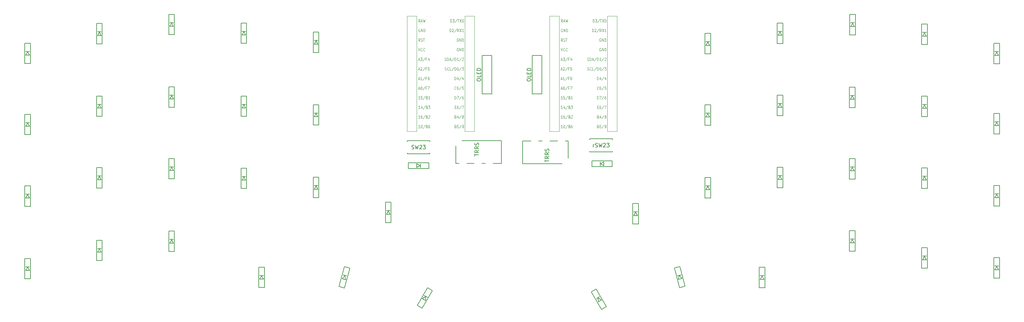
<source format=gbr>
%TF.GenerationSoftware,KiCad,Pcbnew,7.0.10*%
%TF.CreationDate,2024-09-26T01:16:29+09:00*%
%TF.ProjectId,keyboard_denchi,6b657962-6f61-4726-945f-64656e636869,rev?*%
%TF.SameCoordinates,Original*%
%TF.FileFunction,Legend,Top*%
%TF.FilePolarity,Positive*%
%FSLAX46Y46*%
G04 Gerber Fmt 4.6, Leading zero omitted, Abs format (unit mm)*
G04 Created by KiCad (PCBNEW 7.0.10) date 2024-09-26 01:16:29*
%MOMM*%
%LPD*%
G01*
G04 APERTURE LIST*
G04 Aperture macros list*
%AMHorizOval*
0 Thick line with rounded ends*
0 $1 width*
0 $2 $3 position (X,Y) of the first rounded end (center of the circle)*
0 $4 $5 position (X,Y) of the second rounded end (center of the circle)*
0 Add line between two ends*
20,1,$1,$2,$3,$4,$5,0*
0 Add two circle primitives to create the rounded ends*
1,1,$1,$2,$3*
1,1,$1,$4,$5*%
%AMRotRect*
0 Rectangle, with rotation*
0 The origin of the aperture is its center*
0 $1 length*
0 $2 width*
0 $3 Rotation angle, in degrees counterclockwise*
0 Add horizontal line*
21,1,$1,$2,0,0,$3*%
G04 Aperture macros list end*
%ADD10C,0.125000*%
%ADD11C,0.150000*%
%ADD12C,0.120000*%
%ADD13R,1.397000X1.397000*%
%ADD14C,1.397000*%
%ADD15RotRect,1.397000X1.397000X285.000000*%
%ADD16RotRect,1.397000X1.397000X255.000000*%
%ADD17RotRect,1.397000X1.397000X300.000000*%
%ADD18RotRect,1.397000X1.397000X240.000000*%
%ADD19C,0.300000*%
%ADD20R,0.950000X1.300000*%
%ADD21C,1.700000*%
%ADD22C,3.400000*%
%ADD23HorizOval,1.200000X0.193185X0.051764X-0.193185X-0.051764X0*%
%ADD24O,1.600000X1.200000*%
%ADD25C,1.524000*%
%ADD26RotRect,1.300000X0.950000X285.000000*%
%ADD27C,1.500000*%
%ADD28O,2.500000X1.700000*%
%ADD29RotRect,1.300000X0.950000X255.000000*%
%ADD30HorizOval,1.200000X0.193185X-0.051764X-0.193185X0.051764X0*%
%ADD31R,1.300000X0.950000*%
%ADD32C,2.000000*%
%ADD33RotRect,1.300000X0.950000X300.000000*%
%ADD34HorizOval,1.200000X0.173205X0.100000X-0.173205X-0.100000X0*%
%ADD35RotRect,1.300000X0.950000X240.000000*%
%ADD36HorizOval,1.200000X0.173205X-0.100000X-0.173205X0.100000X0*%
G04 APERTURE END LIST*
D10*
X141801686Y-26453678D02*
X142120733Y-26453678D01*
X141737876Y-26667964D02*
X141961209Y-25917964D01*
X141961209Y-25917964D02*
X142184543Y-26667964D01*
X142758829Y-26667964D02*
X142375972Y-26667964D01*
X142567400Y-26667964D02*
X142567400Y-25917964D01*
X142567400Y-25917964D02*
X142503591Y-26025107D01*
X142503591Y-26025107D02*
X142439781Y-26096535D01*
X142439781Y-26096535D02*
X142375972Y-26132250D01*
X143524543Y-25882250D02*
X142950257Y-26846535D01*
X143971210Y-26275107D02*
X143747876Y-26275107D01*
X143747876Y-26667964D02*
X143747876Y-25917964D01*
X143747876Y-25917964D02*
X144066924Y-25917964D01*
X144609305Y-25917964D02*
X144481686Y-25917964D01*
X144481686Y-25917964D02*
X144417877Y-25953678D01*
X144417877Y-25953678D02*
X144385972Y-25989392D01*
X144385972Y-25989392D02*
X144322162Y-26096535D01*
X144322162Y-26096535D02*
X144290258Y-26239392D01*
X144290258Y-26239392D02*
X144290258Y-26525107D01*
X144290258Y-26525107D02*
X144322162Y-26596535D01*
X144322162Y-26596535D02*
X144354067Y-26632250D01*
X144354067Y-26632250D02*
X144417877Y-26667964D01*
X144417877Y-26667964D02*
X144545496Y-26667964D01*
X144545496Y-26667964D02*
X144609305Y-26632250D01*
X144609305Y-26632250D02*
X144641210Y-26596535D01*
X144641210Y-26596535D02*
X144673115Y-26525107D01*
X144673115Y-26525107D02*
X144673115Y-26346535D01*
X144673115Y-26346535D02*
X144641210Y-26275107D01*
X144641210Y-26275107D02*
X144609305Y-26239392D01*
X144609305Y-26239392D02*
X144545496Y-26203678D01*
X144545496Y-26203678D02*
X144417877Y-26203678D01*
X144417877Y-26203678D02*
X144354067Y-26239392D01*
X144354067Y-26239392D02*
X144322162Y-26275107D01*
X144322162Y-26275107D02*
X144290258Y-26346535D01*
X151577162Y-36435107D02*
X151672876Y-36470821D01*
X151672876Y-36470821D02*
X151704781Y-36506535D01*
X151704781Y-36506535D02*
X151736685Y-36577964D01*
X151736685Y-36577964D02*
X151736685Y-36685107D01*
X151736685Y-36685107D02*
X151704781Y-36756535D01*
X151704781Y-36756535D02*
X151672876Y-36792250D01*
X151672876Y-36792250D02*
X151609066Y-36827964D01*
X151609066Y-36827964D02*
X151353828Y-36827964D01*
X151353828Y-36827964D02*
X151353828Y-36077964D01*
X151353828Y-36077964D02*
X151577162Y-36077964D01*
X151577162Y-36077964D02*
X151640971Y-36113678D01*
X151640971Y-36113678D02*
X151672876Y-36149392D01*
X151672876Y-36149392D02*
X151704781Y-36220821D01*
X151704781Y-36220821D02*
X151704781Y-36292250D01*
X151704781Y-36292250D02*
X151672876Y-36363678D01*
X151672876Y-36363678D02*
X151640971Y-36399392D01*
X151640971Y-36399392D02*
X151577162Y-36435107D01*
X151577162Y-36435107D02*
X151353828Y-36435107D01*
X152310971Y-36327964D02*
X152310971Y-36827964D01*
X152151447Y-36042250D02*
X151991924Y-36577964D01*
X151991924Y-36577964D02*
X152406685Y-36577964D01*
X153140495Y-36042250D02*
X152566209Y-37006535D01*
X153459543Y-36399392D02*
X153395733Y-36363678D01*
X153395733Y-36363678D02*
X153363828Y-36327964D01*
X153363828Y-36327964D02*
X153331924Y-36256535D01*
X153331924Y-36256535D02*
X153331924Y-36220821D01*
X153331924Y-36220821D02*
X153363828Y-36149392D01*
X153363828Y-36149392D02*
X153395733Y-36113678D01*
X153395733Y-36113678D02*
X153459543Y-36077964D01*
X153459543Y-36077964D02*
X153587162Y-36077964D01*
X153587162Y-36077964D02*
X153650971Y-36113678D01*
X153650971Y-36113678D02*
X153682876Y-36149392D01*
X153682876Y-36149392D02*
X153714781Y-36220821D01*
X153714781Y-36220821D02*
X153714781Y-36256535D01*
X153714781Y-36256535D02*
X153682876Y-36327964D01*
X153682876Y-36327964D02*
X153650971Y-36363678D01*
X153650971Y-36363678D02*
X153587162Y-36399392D01*
X153587162Y-36399392D02*
X153459543Y-36399392D01*
X153459543Y-36399392D02*
X153395733Y-36435107D01*
X153395733Y-36435107D02*
X153363828Y-36470821D01*
X153363828Y-36470821D02*
X153331924Y-36542250D01*
X153331924Y-36542250D02*
X153331924Y-36685107D01*
X153331924Y-36685107D02*
X153363828Y-36756535D01*
X153363828Y-36756535D02*
X153395733Y-36792250D01*
X153395733Y-36792250D02*
X153459543Y-36827964D01*
X153459543Y-36827964D02*
X153587162Y-36827964D01*
X153587162Y-36827964D02*
X153650971Y-36792250D01*
X153650971Y-36792250D02*
X153682876Y-36756535D01*
X153682876Y-36756535D02*
X153714781Y-36685107D01*
X153714781Y-36685107D02*
X153714781Y-36542250D01*
X153714781Y-36542250D02*
X153682876Y-36470821D01*
X153682876Y-36470821D02*
X153650971Y-36435107D01*
X153650971Y-36435107D02*
X153587162Y-36399392D01*
X152310971Y-15793678D02*
X152247161Y-15757964D01*
X152247161Y-15757964D02*
X152151447Y-15757964D01*
X152151447Y-15757964D02*
X152055733Y-15793678D01*
X152055733Y-15793678D02*
X151991923Y-15865107D01*
X151991923Y-15865107D02*
X151960018Y-15936535D01*
X151960018Y-15936535D02*
X151928114Y-16079392D01*
X151928114Y-16079392D02*
X151928114Y-16186535D01*
X151928114Y-16186535D02*
X151960018Y-16329392D01*
X151960018Y-16329392D02*
X151991923Y-16400821D01*
X151991923Y-16400821D02*
X152055733Y-16472250D01*
X152055733Y-16472250D02*
X152151447Y-16507964D01*
X152151447Y-16507964D02*
X152215256Y-16507964D01*
X152215256Y-16507964D02*
X152310971Y-16472250D01*
X152310971Y-16472250D02*
X152342875Y-16436535D01*
X152342875Y-16436535D02*
X152342875Y-16186535D01*
X152342875Y-16186535D02*
X152215256Y-16186535D01*
X152630018Y-16507964D02*
X152630018Y-15757964D01*
X152630018Y-15757964D02*
X153012875Y-16507964D01*
X153012875Y-16507964D02*
X153012875Y-15757964D01*
X153331923Y-16507964D02*
X153331923Y-15757964D01*
X153331923Y-15757964D02*
X153491447Y-15757964D01*
X153491447Y-15757964D02*
X153587161Y-15793678D01*
X153587161Y-15793678D02*
X153650971Y-15865107D01*
X153650971Y-15865107D02*
X153682876Y-15936535D01*
X153682876Y-15936535D02*
X153714780Y-16079392D01*
X153714780Y-16079392D02*
X153714780Y-16186535D01*
X153714780Y-16186535D02*
X153682876Y-16329392D01*
X153682876Y-16329392D02*
X153650971Y-16400821D01*
X153650971Y-16400821D02*
X153587161Y-16472250D01*
X153587161Y-16472250D02*
X153491447Y-16507964D01*
X153491447Y-16507964D02*
X153331923Y-16507964D01*
X148769543Y-24092250D02*
X148865257Y-24127964D01*
X148865257Y-24127964D02*
X149024781Y-24127964D01*
X149024781Y-24127964D02*
X149088590Y-24092250D01*
X149088590Y-24092250D02*
X149120495Y-24056535D01*
X149120495Y-24056535D02*
X149152400Y-23985107D01*
X149152400Y-23985107D02*
X149152400Y-23913678D01*
X149152400Y-23913678D02*
X149120495Y-23842250D01*
X149120495Y-23842250D02*
X149088590Y-23806535D01*
X149088590Y-23806535D02*
X149024781Y-23770821D01*
X149024781Y-23770821D02*
X148897162Y-23735107D01*
X148897162Y-23735107D02*
X148833352Y-23699392D01*
X148833352Y-23699392D02*
X148801447Y-23663678D01*
X148801447Y-23663678D02*
X148769543Y-23592250D01*
X148769543Y-23592250D02*
X148769543Y-23520821D01*
X148769543Y-23520821D02*
X148801447Y-23449392D01*
X148801447Y-23449392D02*
X148833352Y-23413678D01*
X148833352Y-23413678D02*
X148897162Y-23377964D01*
X148897162Y-23377964D02*
X149056685Y-23377964D01*
X149056685Y-23377964D02*
X149152400Y-23413678D01*
X149822399Y-24056535D02*
X149790495Y-24092250D01*
X149790495Y-24092250D02*
X149694780Y-24127964D01*
X149694780Y-24127964D02*
X149630971Y-24127964D01*
X149630971Y-24127964D02*
X149535257Y-24092250D01*
X149535257Y-24092250D02*
X149471447Y-24020821D01*
X149471447Y-24020821D02*
X149439542Y-23949392D01*
X149439542Y-23949392D02*
X149407638Y-23806535D01*
X149407638Y-23806535D02*
X149407638Y-23699392D01*
X149407638Y-23699392D02*
X149439542Y-23556535D01*
X149439542Y-23556535D02*
X149471447Y-23485107D01*
X149471447Y-23485107D02*
X149535257Y-23413678D01*
X149535257Y-23413678D02*
X149630971Y-23377964D01*
X149630971Y-23377964D02*
X149694780Y-23377964D01*
X149694780Y-23377964D02*
X149790495Y-23413678D01*
X149790495Y-23413678D02*
X149822399Y-23449392D01*
X150428590Y-24127964D02*
X150109542Y-24127964D01*
X150109542Y-24127964D02*
X150109542Y-23377964D01*
X151130495Y-23342250D02*
X150556209Y-24306535D01*
X151353828Y-24127964D02*
X151353828Y-23377964D01*
X151353828Y-23377964D02*
X151513352Y-23377964D01*
X151513352Y-23377964D02*
X151609066Y-23413678D01*
X151609066Y-23413678D02*
X151672876Y-23485107D01*
X151672876Y-23485107D02*
X151704781Y-23556535D01*
X151704781Y-23556535D02*
X151736685Y-23699392D01*
X151736685Y-23699392D02*
X151736685Y-23806535D01*
X151736685Y-23806535D02*
X151704781Y-23949392D01*
X151704781Y-23949392D02*
X151672876Y-24020821D01*
X151672876Y-24020821D02*
X151609066Y-24092250D01*
X151609066Y-24092250D02*
X151513352Y-24127964D01*
X151513352Y-24127964D02*
X151353828Y-24127964D01*
X152151447Y-23377964D02*
X152215257Y-23377964D01*
X152215257Y-23377964D02*
X152279066Y-23413678D01*
X152279066Y-23413678D02*
X152310971Y-23449392D01*
X152310971Y-23449392D02*
X152342876Y-23520821D01*
X152342876Y-23520821D02*
X152374781Y-23663678D01*
X152374781Y-23663678D02*
X152374781Y-23842250D01*
X152374781Y-23842250D02*
X152342876Y-23985107D01*
X152342876Y-23985107D02*
X152310971Y-24056535D01*
X152310971Y-24056535D02*
X152279066Y-24092250D01*
X152279066Y-24092250D02*
X152215257Y-24127964D01*
X152215257Y-24127964D02*
X152151447Y-24127964D01*
X152151447Y-24127964D02*
X152087638Y-24092250D01*
X152087638Y-24092250D02*
X152055733Y-24056535D01*
X152055733Y-24056535D02*
X152023828Y-23985107D01*
X152023828Y-23985107D02*
X151991924Y-23842250D01*
X151991924Y-23842250D02*
X151991924Y-23663678D01*
X151991924Y-23663678D02*
X152023828Y-23520821D01*
X152023828Y-23520821D02*
X152055733Y-23449392D01*
X152055733Y-23449392D02*
X152087638Y-23413678D01*
X152087638Y-23413678D02*
X152151447Y-23377964D01*
X153140495Y-23342250D02*
X152566209Y-24306535D01*
X153300019Y-23377964D02*
X153714781Y-23377964D01*
X153714781Y-23377964D02*
X153491447Y-23663678D01*
X153491447Y-23663678D02*
X153587162Y-23663678D01*
X153587162Y-23663678D02*
X153650971Y-23699392D01*
X153650971Y-23699392D02*
X153682876Y-23735107D01*
X153682876Y-23735107D02*
X153714781Y-23806535D01*
X153714781Y-23806535D02*
X153714781Y-23985107D01*
X153714781Y-23985107D02*
X153682876Y-24056535D01*
X153682876Y-24056535D02*
X153650971Y-24092250D01*
X153650971Y-24092250D02*
X153587162Y-24127964D01*
X153587162Y-24127964D02*
X153395733Y-24127964D01*
X153395733Y-24127964D02*
X153331924Y-24092250D01*
X153331924Y-24092250D02*
X153300019Y-24056535D01*
X151353828Y-26667964D02*
X151353828Y-25917964D01*
X151353828Y-25917964D02*
X151513352Y-25917964D01*
X151513352Y-25917964D02*
X151609066Y-25953678D01*
X151609066Y-25953678D02*
X151672876Y-26025107D01*
X151672876Y-26025107D02*
X151704781Y-26096535D01*
X151704781Y-26096535D02*
X151736685Y-26239392D01*
X151736685Y-26239392D02*
X151736685Y-26346535D01*
X151736685Y-26346535D02*
X151704781Y-26489392D01*
X151704781Y-26489392D02*
X151672876Y-26560821D01*
X151672876Y-26560821D02*
X151609066Y-26632250D01*
X151609066Y-26632250D02*
X151513352Y-26667964D01*
X151513352Y-26667964D02*
X151353828Y-26667964D01*
X152310971Y-26167964D02*
X152310971Y-26667964D01*
X152151447Y-25882250D02*
X151991924Y-26417964D01*
X151991924Y-26417964D02*
X152406685Y-26417964D01*
X153140495Y-25882250D02*
X152566209Y-26846535D01*
X153650971Y-26167964D02*
X153650971Y-26667964D01*
X153491447Y-25882250D02*
X153331924Y-26417964D01*
X153331924Y-26417964D02*
X153746685Y-26417964D01*
X142184543Y-36827964D02*
X141801686Y-36827964D01*
X141993114Y-36827964D02*
X141993114Y-36077964D01*
X141993114Y-36077964D02*
X141929305Y-36185107D01*
X141929305Y-36185107D02*
X141865495Y-36256535D01*
X141865495Y-36256535D02*
X141801686Y-36292250D01*
X142758828Y-36077964D02*
X142631209Y-36077964D01*
X142631209Y-36077964D02*
X142567400Y-36113678D01*
X142567400Y-36113678D02*
X142535495Y-36149392D01*
X142535495Y-36149392D02*
X142471685Y-36256535D01*
X142471685Y-36256535D02*
X142439781Y-36399392D01*
X142439781Y-36399392D02*
X142439781Y-36685107D01*
X142439781Y-36685107D02*
X142471685Y-36756535D01*
X142471685Y-36756535D02*
X142503590Y-36792250D01*
X142503590Y-36792250D02*
X142567400Y-36827964D01*
X142567400Y-36827964D02*
X142695019Y-36827964D01*
X142695019Y-36827964D02*
X142758828Y-36792250D01*
X142758828Y-36792250D02*
X142790733Y-36756535D01*
X142790733Y-36756535D02*
X142822638Y-36685107D01*
X142822638Y-36685107D02*
X142822638Y-36506535D01*
X142822638Y-36506535D02*
X142790733Y-36435107D01*
X142790733Y-36435107D02*
X142758828Y-36399392D01*
X142758828Y-36399392D02*
X142695019Y-36363678D01*
X142695019Y-36363678D02*
X142567400Y-36363678D01*
X142567400Y-36363678D02*
X142503590Y-36399392D01*
X142503590Y-36399392D02*
X142471685Y-36435107D01*
X142471685Y-36435107D02*
X142439781Y-36506535D01*
X143588352Y-36042250D02*
X143014066Y-37006535D01*
X144035019Y-36435107D02*
X144130733Y-36470821D01*
X144130733Y-36470821D02*
X144162638Y-36506535D01*
X144162638Y-36506535D02*
X144194542Y-36577964D01*
X144194542Y-36577964D02*
X144194542Y-36685107D01*
X144194542Y-36685107D02*
X144162638Y-36756535D01*
X144162638Y-36756535D02*
X144130733Y-36792250D01*
X144130733Y-36792250D02*
X144066923Y-36827964D01*
X144066923Y-36827964D02*
X143811685Y-36827964D01*
X143811685Y-36827964D02*
X143811685Y-36077964D01*
X143811685Y-36077964D02*
X144035019Y-36077964D01*
X144035019Y-36077964D02*
X144098828Y-36113678D01*
X144098828Y-36113678D02*
X144130733Y-36149392D01*
X144130733Y-36149392D02*
X144162638Y-36220821D01*
X144162638Y-36220821D02*
X144162638Y-36292250D01*
X144162638Y-36292250D02*
X144130733Y-36363678D01*
X144130733Y-36363678D02*
X144098828Y-36399392D01*
X144098828Y-36399392D02*
X144035019Y-36435107D01*
X144035019Y-36435107D02*
X143811685Y-36435107D01*
X144449781Y-36149392D02*
X144481685Y-36113678D01*
X144481685Y-36113678D02*
X144545495Y-36077964D01*
X144545495Y-36077964D02*
X144705019Y-36077964D01*
X144705019Y-36077964D02*
X144768828Y-36113678D01*
X144768828Y-36113678D02*
X144800733Y-36149392D01*
X144800733Y-36149392D02*
X144832638Y-36220821D01*
X144832638Y-36220821D02*
X144832638Y-36292250D01*
X144832638Y-36292250D02*
X144800733Y-36399392D01*
X144800733Y-36399392D02*
X144417876Y-36827964D01*
X144417876Y-36827964D02*
X144832638Y-36827964D01*
X141801686Y-23913678D02*
X142120733Y-23913678D01*
X141737876Y-24127964D02*
X141961209Y-23377964D01*
X141961209Y-23377964D02*
X142184543Y-24127964D01*
X142375972Y-23449392D02*
X142407876Y-23413678D01*
X142407876Y-23413678D02*
X142471686Y-23377964D01*
X142471686Y-23377964D02*
X142631210Y-23377964D01*
X142631210Y-23377964D02*
X142695019Y-23413678D01*
X142695019Y-23413678D02*
X142726924Y-23449392D01*
X142726924Y-23449392D02*
X142758829Y-23520821D01*
X142758829Y-23520821D02*
X142758829Y-23592250D01*
X142758829Y-23592250D02*
X142726924Y-23699392D01*
X142726924Y-23699392D02*
X142344067Y-24127964D01*
X142344067Y-24127964D02*
X142758829Y-24127964D01*
X143524543Y-23342250D02*
X142950257Y-24306535D01*
X143971210Y-23735107D02*
X143747876Y-23735107D01*
X143747876Y-24127964D02*
X143747876Y-23377964D01*
X143747876Y-23377964D02*
X144066924Y-23377964D01*
X144641210Y-23377964D02*
X144322162Y-23377964D01*
X144322162Y-23377964D02*
X144290258Y-23735107D01*
X144290258Y-23735107D02*
X144322162Y-23699392D01*
X144322162Y-23699392D02*
X144385972Y-23663678D01*
X144385972Y-23663678D02*
X144545496Y-23663678D01*
X144545496Y-23663678D02*
X144609305Y-23699392D01*
X144609305Y-23699392D02*
X144641210Y-23735107D01*
X144641210Y-23735107D02*
X144673115Y-23806535D01*
X144673115Y-23806535D02*
X144673115Y-23985107D01*
X144673115Y-23985107D02*
X144641210Y-24056535D01*
X144641210Y-24056535D02*
X144609305Y-24092250D01*
X144609305Y-24092250D02*
X144545496Y-24127964D01*
X144545496Y-24127964D02*
X144385972Y-24127964D01*
X144385972Y-24127964D02*
X144322162Y-24092250D01*
X144322162Y-24092250D02*
X144290258Y-24056535D01*
X142216447Y-16507964D02*
X141993114Y-16150821D01*
X141833590Y-16507964D02*
X141833590Y-15757964D01*
X141833590Y-15757964D02*
X142088828Y-15757964D01*
X142088828Y-15757964D02*
X142152638Y-15793678D01*
X142152638Y-15793678D02*
X142184543Y-15829392D01*
X142184543Y-15829392D02*
X142216447Y-15900821D01*
X142216447Y-15900821D02*
X142216447Y-16007964D01*
X142216447Y-16007964D02*
X142184543Y-16079392D01*
X142184543Y-16079392D02*
X142152638Y-16115107D01*
X142152638Y-16115107D02*
X142088828Y-16150821D01*
X142088828Y-16150821D02*
X141833590Y-16150821D01*
X142471686Y-16472250D02*
X142567400Y-16507964D01*
X142567400Y-16507964D02*
X142726924Y-16507964D01*
X142726924Y-16507964D02*
X142790733Y-16472250D01*
X142790733Y-16472250D02*
X142822638Y-16436535D01*
X142822638Y-16436535D02*
X142854543Y-16365107D01*
X142854543Y-16365107D02*
X142854543Y-16293678D01*
X142854543Y-16293678D02*
X142822638Y-16222250D01*
X142822638Y-16222250D02*
X142790733Y-16186535D01*
X142790733Y-16186535D02*
X142726924Y-16150821D01*
X142726924Y-16150821D02*
X142599305Y-16115107D01*
X142599305Y-16115107D02*
X142535495Y-16079392D01*
X142535495Y-16079392D02*
X142503590Y-16043678D01*
X142503590Y-16043678D02*
X142471686Y-15972250D01*
X142471686Y-15972250D02*
X142471686Y-15900821D01*
X142471686Y-15900821D02*
X142503590Y-15829392D01*
X142503590Y-15829392D02*
X142535495Y-15793678D01*
X142535495Y-15793678D02*
X142599305Y-15757964D01*
X142599305Y-15757964D02*
X142758828Y-15757964D01*
X142758828Y-15757964D02*
X142854543Y-15793678D01*
X143045971Y-15757964D02*
X143428828Y-15757964D01*
X143237400Y-16507964D02*
X143237400Y-15757964D01*
X150045733Y-13967964D02*
X150045733Y-13217964D01*
X150045733Y-13217964D02*
X150205257Y-13217964D01*
X150205257Y-13217964D02*
X150300971Y-13253678D01*
X150300971Y-13253678D02*
X150364781Y-13325107D01*
X150364781Y-13325107D02*
X150396686Y-13396535D01*
X150396686Y-13396535D02*
X150428590Y-13539392D01*
X150428590Y-13539392D02*
X150428590Y-13646535D01*
X150428590Y-13646535D02*
X150396686Y-13789392D01*
X150396686Y-13789392D02*
X150364781Y-13860821D01*
X150364781Y-13860821D02*
X150300971Y-13932250D01*
X150300971Y-13932250D02*
X150205257Y-13967964D01*
X150205257Y-13967964D02*
X150045733Y-13967964D01*
X150683829Y-13289392D02*
X150715733Y-13253678D01*
X150715733Y-13253678D02*
X150779543Y-13217964D01*
X150779543Y-13217964D02*
X150939067Y-13217964D01*
X150939067Y-13217964D02*
X151002876Y-13253678D01*
X151002876Y-13253678D02*
X151034781Y-13289392D01*
X151034781Y-13289392D02*
X151066686Y-13360821D01*
X151066686Y-13360821D02*
X151066686Y-13432250D01*
X151066686Y-13432250D02*
X151034781Y-13539392D01*
X151034781Y-13539392D02*
X150651924Y-13967964D01*
X150651924Y-13967964D02*
X151066686Y-13967964D01*
X151832400Y-13182250D02*
X151258114Y-14146535D01*
X152438590Y-13967964D02*
X152215257Y-13610821D01*
X152055733Y-13967964D02*
X152055733Y-13217964D01*
X152055733Y-13217964D02*
X152310971Y-13217964D01*
X152310971Y-13217964D02*
X152374781Y-13253678D01*
X152374781Y-13253678D02*
X152406686Y-13289392D01*
X152406686Y-13289392D02*
X152438590Y-13360821D01*
X152438590Y-13360821D02*
X152438590Y-13467964D01*
X152438590Y-13467964D02*
X152406686Y-13539392D01*
X152406686Y-13539392D02*
X152374781Y-13575107D01*
X152374781Y-13575107D02*
X152310971Y-13610821D01*
X152310971Y-13610821D02*
X152055733Y-13610821D01*
X152661924Y-13217964D02*
X153108590Y-13967964D01*
X153108590Y-13217964D02*
X152661924Y-13967964D01*
X153714781Y-13967964D02*
X153331924Y-13967964D01*
X153523352Y-13967964D02*
X153523352Y-13217964D01*
X153523352Y-13217964D02*
X153459543Y-13325107D01*
X153459543Y-13325107D02*
X153395733Y-13396535D01*
X153395733Y-13396535D02*
X153331924Y-13432250D01*
X142216447Y-11427964D02*
X141993114Y-11070821D01*
X141833590Y-11427964D02*
X141833590Y-10677964D01*
X141833590Y-10677964D02*
X142088828Y-10677964D01*
X142088828Y-10677964D02*
X142152638Y-10713678D01*
X142152638Y-10713678D02*
X142184543Y-10749392D01*
X142184543Y-10749392D02*
X142216447Y-10820821D01*
X142216447Y-10820821D02*
X142216447Y-10927964D01*
X142216447Y-10927964D02*
X142184543Y-10999392D01*
X142184543Y-10999392D02*
X142152638Y-11035107D01*
X142152638Y-11035107D02*
X142088828Y-11070821D01*
X142088828Y-11070821D02*
X141833590Y-11070821D01*
X142471686Y-11213678D02*
X142790733Y-11213678D01*
X142407876Y-11427964D02*
X142631209Y-10677964D01*
X142631209Y-10677964D02*
X142854543Y-11427964D01*
X143014067Y-10677964D02*
X143173591Y-11427964D01*
X143173591Y-11427964D02*
X143301210Y-10892250D01*
X143301210Y-10892250D02*
X143428829Y-11427964D01*
X143428829Y-11427964D02*
X143588353Y-10677964D01*
X151417638Y-33895107D02*
X151640972Y-33895107D01*
X151736686Y-34287964D02*
X151417638Y-34287964D01*
X151417638Y-34287964D02*
X151417638Y-33537964D01*
X151417638Y-33537964D02*
X151736686Y-33537964D01*
X152310971Y-33537964D02*
X152183352Y-33537964D01*
X152183352Y-33537964D02*
X152119543Y-33573678D01*
X152119543Y-33573678D02*
X152087638Y-33609392D01*
X152087638Y-33609392D02*
X152023828Y-33716535D01*
X152023828Y-33716535D02*
X151991924Y-33859392D01*
X151991924Y-33859392D02*
X151991924Y-34145107D01*
X151991924Y-34145107D02*
X152023828Y-34216535D01*
X152023828Y-34216535D02*
X152055733Y-34252250D01*
X152055733Y-34252250D02*
X152119543Y-34287964D01*
X152119543Y-34287964D02*
X152247162Y-34287964D01*
X152247162Y-34287964D02*
X152310971Y-34252250D01*
X152310971Y-34252250D02*
X152342876Y-34216535D01*
X152342876Y-34216535D02*
X152374781Y-34145107D01*
X152374781Y-34145107D02*
X152374781Y-33966535D01*
X152374781Y-33966535D02*
X152342876Y-33895107D01*
X152342876Y-33895107D02*
X152310971Y-33859392D01*
X152310971Y-33859392D02*
X152247162Y-33823678D01*
X152247162Y-33823678D02*
X152119543Y-33823678D01*
X152119543Y-33823678D02*
X152055733Y-33859392D01*
X152055733Y-33859392D02*
X152023828Y-33895107D01*
X152023828Y-33895107D02*
X151991924Y-33966535D01*
X153140495Y-33502250D02*
X152566209Y-34466535D01*
X153300019Y-33537964D02*
X153746685Y-33537964D01*
X153746685Y-33537964D02*
X153459543Y-34287964D01*
X141737876Y-18297964D02*
X141961209Y-19047964D01*
X141961209Y-19047964D02*
X142184543Y-18297964D01*
X142790733Y-18976535D02*
X142758829Y-19012250D01*
X142758829Y-19012250D02*
X142663114Y-19047964D01*
X142663114Y-19047964D02*
X142599305Y-19047964D01*
X142599305Y-19047964D02*
X142503591Y-19012250D01*
X142503591Y-19012250D02*
X142439781Y-18940821D01*
X142439781Y-18940821D02*
X142407876Y-18869392D01*
X142407876Y-18869392D02*
X142375972Y-18726535D01*
X142375972Y-18726535D02*
X142375972Y-18619392D01*
X142375972Y-18619392D02*
X142407876Y-18476535D01*
X142407876Y-18476535D02*
X142439781Y-18405107D01*
X142439781Y-18405107D02*
X142503591Y-18333678D01*
X142503591Y-18333678D02*
X142599305Y-18297964D01*
X142599305Y-18297964D02*
X142663114Y-18297964D01*
X142663114Y-18297964D02*
X142758829Y-18333678D01*
X142758829Y-18333678D02*
X142790733Y-18369392D01*
X143460733Y-18976535D02*
X143428829Y-19012250D01*
X143428829Y-19012250D02*
X143333114Y-19047964D01*
X143333114Y-19047964D02*
X143269305Y-19047964D01*
X143269305Y-19047964D02*
X143173591Y-19012250D01*
X143173591Y-19012250D02*
X143109781Y-18940821D01*
X143109781Y-18940821D02*
X143077876Y-18869392D01*
X143077876Y-18869392D02*
X143045972Y-18726535D01*
X143045972Y-18726535D02*
X143045972Y-18619392D01*
X143045972Y-18619392D02*
X143077876Y-18476535D01*
X143077876Y-18476535D02*
X143109781Y-18405107D01*
X143109781Y-18405107D02*
X143173591Y-18333678D01*
X143173591Y-18333678D02*
X143269305Y-18297964D01*
X143269305Y-18297964D02*
X143333114Y-18297964D01*
X143333114Y-18297964D02*
X143428829Y-18333678D01*
X143428829Y-18333678D02*
X143460733Y-18369392D01*
X142184543Y-13253678D02*
X142120733Y-13217964D01*
X142120733Y-13217964D02*
X142025019Y-13217964D01*
X142025019Y-13217964D02*
X141929305Y-13253678D01*
X141929305Y-13253678D02*
X141865495Y-13325107D01*
X141865495Y-13325107D02*
X141833590Y-13396535D01*
X141833590Y-13396535D02*
X141801686Y-13539392D01*
X141801686Y-13539392D02*
X141801686Y-13646535D01*
X141801686Y-13646535D02*
X141833590Y-13789392D01*
X141833590Y-13789392D02*
X141865495Y-13860821D01*
X141865495Y-13860821D02*
X141929305Y-13932250D01*
X141929305Y-13932250D02*
X142025019Y-13967964D01*
X142025019Y-13967964D02*
X142088828Y-13967964D01*
X142088828Y-13967964D02*
X142184543Y-13932250D01*
X142184543Y-13932250D02*
X142216447Y-13896535D01*
X142216447Y-13896535D02*
X142216447Y-13646535D01*
X142216447Y-13646535D02*
X142088828Y-13646535D01*
X142503590Y-13967964D02*
X142503590Y-13217964D01*
X142503590Y-13217964D02*
X142886447Y-13967964D01*
X142886447Y-13967964D02*
X142886447Y-13217964D01*
X143205495Y-13967964D02*
X143205495Y-13217964D01*
X143205495Y-13217964D02*
X143365019Y-13217964D01*
X143365019Y-13217964D02*
X143460733Y-13253678D01*
X143460733Y-13253678D02*
X143524543Y-13325107D01*
X143524543Y-13325107D02*
X143556448Y-13396535D01*
X143556448Y-13396535D02*
X143588352Y-13539392D01*
X143588352Y-13539392D02*
X143588352Y-13646535D01*
X143588352Y-13646535D02*
X143556448Y-13789392D01*
X143556448Y-13789392D02*
X143524543Y-13860821D01*
X143524543Y-13860821D02*
X143460733Y-13932250D01*
X143460733Y-13932250D02*
X143365019Y-13967964D01*
X143365019Y-13967964D02*
X143205495Y-13967964D01*
X141801686Y-21373678D02*
X142120733Y-21373678D01*
X141737876Y-21587964D02*
X141961209Y-20837964D01*
X141961209Y-20837964D02*
X142184543Y-21587964D01*
X142344067Y-20837964D02*
X142758829Y-20837964D01*
X142758829Y-20837964D02*
X142535495Y-21123678D01*
X142535495Y-21123678D02*
X142631210Y-21123678D01*
X142631210Y-21123678D02*
X142695019Y-21159392D01*
X142695019Y-21159392D02*
X142726924Y-21195107D01*
X142726924Y-21195107D02*
X142758829Y-21266535D01*
X142758829Y-21266535D02*
X142758829Y-21445107D01*
X142758829Y-21445107D02*
X142726924Y-21516535D01*
X142726924Y-21516535D02*
X142695019Y-21552250D01*
X142695019Y-21552250D02*
X142631210Y-21587964D01*
X142631210Y-21587964D02*
X142439781Y-21587964D01*
X142439781Y-21587964D02*
X142375972Y-21552250D01*
X142375972Y-21552250D02*
X142344067Y-21516535D01*
X143524543Y-20802250D02*
X142950257Y-21766535D01*
X143971210Y-21195107D02*
X143747876Y-21195107D01*
X143747876Y-21587964D02*
X143747876Y-20837964D01*
X143747876Y-20837964D02*
X144066924Y-20837964D01*
X144609305Y-21087964D02*
X144609305Y-21587964D01*
X144449781Y-20802250D02*
X144290258Y-21337964D01*
X144290258Y-21337964D02*
X144705019Y-21337964D01*
X151353828Y-31747964D02*
X151353828Y-30997964D01*
X151353828Y-30997964D02*
X151513352Y-30997964D01*
X151513352Y-30997964D02*
X151609066Y-31033678D01*
X151609066Y-31033678D02*
X151672876Y-31105107D01*
X151672876Y-31105107D02*
X151704781Y-31176535D01*
X151704781Y-31176535D02*
X151736685Y-31319392D01*
X151736685Y-31319392D02*
X151736685Y-31426535D01*
X151736685Y-31426535D02*
X151704781Y-31569392D01*
X151704781Y-31569392D02*
X151672876Y-31640821D01*
X151672876Y-31640821D02*
X151609066Y-31712250D01*
X151609066Y-31712250D02*
X151513352Y-31747964D01*
X151513352Y-31747964D02*
X151353828Y-31747964D01*
X151960019Y-30997964D02*
X152406685Y-30997964D01*
X152406685Y-30997964D02*
X152119543Y-31747964D01*
X153140495Y-30962250D02*
X152566209Y-31926535D01*
X153650971Y-30997964D02*
X153523352Y-30997964D01*
X153523352Y-30997964D02*
X153459543Y-31033678D01*
X153459543Y-31033678D02*
X153427638Y-31069392D01*
X153427638Y-31069392D02*
X153363828Y-31176535D01*
X153363828Y-31176535D02*
X153331924Y-31319392D01*
X153331924Y-31319392D02*
X153331924Y-31605107D01*
X153331924Y-31605107D02*
X153363828Y-31676535D01*
X153363828Y-31676535D02*
X153395733Y-31712250D01*
X153395733Y-31712250D02*
X153459543Y-31747964D01*
X153459543Y-31747964D02*
X153587162Y-31747964D01*
X153587162Y-31747964D02*
X153650971Y-31712250D01*
X153650971Y-31712250D02*
X153682876Y-31676535D01*
X153682876Y-31676535D02*
X153714781Y-31605107D01*
X153714781Y-31605107D02*
X153714781Y-31426535D01*
X153714781Y-31426535D02*
X153682876Y-31355107D01*
X153682876Y-31355107D02*
X153650971Y-31319392D01*
X153650971Y-31319392D02*
X153587162Y-31283678D01*
X153587162Y-31283678D02*
X153459543Y-31283678D01*
X153459543Y-31283678D02*
X153395733Y-31319392D01*
X153395733Y-31319392D02*
X153363828Y-31355107D01*
X153363828Y-31355107D02*
X153331924Y-31426535D01*
X150205256Y-11427964D02*
X150205256Y-10677964D01*
X150205256Y-10677964D02*
X150364780Y-10677964D01*
X150364780Y-10677964D02*
X150460494Y-10713678D01*
X150460494Y-10713678D02*
X150524304Y-10785107D01*
X150524304Y-10785107D02*
X150556209Y-10856535D01*
X150556209Y-10856535D02*
X150588113Y-10999392D01*
X150588113Y-10999392D02*
X150588113Y-11106535D01*
X150588113Y-11106535D02*
X150556209Y-11249392D01*
X150556209Y-11249392D02*
X150524304Y-11320821D01*
X150524304Y-11320821D02*
X150460494Y-11392250D01*
X150460494Y-11392250D02*
X150364780Y-11427964D01*
X150364780Y-11427964D02*
X150205256Y-11427964D01*
X150811447Y-10677964D02*
X151226209Y-10677964D01*
X151226209Y-10677964D02*
X151002875Y-10963678D01*
X151002875Y-10963678D02*
X151098590Y-10963678D01*
X151098590Y-10963678D02*
X151162399Y-10999392D01*
X151162399Y-10999392D02*
X151194304Y-11035107D01*
X151194304Y-11035107D02*
X151226209Y-11106535D01*
X151226209Y-11106535D02*
X151226209Y-11285107D01*
X151226209Y-11285107D02*
X151194304Y-11356535D01*
X151194304Y-11356535D02*
X151162399Y-11392250D01*
X151162399Y-11392250D02*
X151098590Y-11427964D01*
X151098590Y-11427964D02*
X150907161Y-11427964D01*
X150907161Y-11427964D02*
X150843352Y-11392250D01*
X150843352Y-11392250D02*
X150811447Y-11356535D01*
X151991923Y-10642250D02*
X151417637Y-11606535D01*
X152119542Y-10677964D02*
X152502399Y-10677964D01*
X152310971Y-11427964D02*
X152310971Y-10677964D01*
X152661923Y-10677964D02*
X153108589Y-11427964D01*
X153108589Y-10677964D02*
X152661923Y-11427964D01*
X153491446Y-10677964D02*
X153555256Y-10677964D01*
X153555256Y-10677964D02*
X153619065Y-10713678D01*
X153619065Y-10713678D02*
X153650970Y-10749392D01*
X153650970Y-10749392D02*
X153682875Y-10820821D01*
X153682875Y-10820821D02*
X153714780Y-10963678D01*
X153714780Y-10963678D02*
X153714780Y-11142250D01*
X153714780Y-11142250D02*
X153682875Y-11285107D01*
X153682875Y-11285107D02*
X153650970Y-11356535D01*
X153650970Y-11356535D02*
X153619065Y-11392250D01*
X153619065Y-11392250D02*
X153555256Y-11427964D01*
X153555256Y-11427964D02*
X153491446Y-11427964D01*
X153491446Y-11427964D02*
X153427637Y-11392250D01*
X153427637Y-11392250D02*
X153395732Y-11356535D01*
X153395732Y-11356535D02*
X153363827Y-11285107D01*
X153363827Y-11285107D02*
X153331923Y-11142250D01*
X153331923Y-11142250D02*
X153331923Y-10963678D01*
X153331923Y-10963678D02*
X153363827Y-10820821D01*
X153363827Y-10820821D02*
X153395732Y-10749392D01*
X153395732Y-10749392D02*
X153427637Y-10713678D01*
X153427637Y-10713678D02*
X153491446Y-10677964D01*
X142184543Y-34287964D02*
X141801686Y-34287964D01*
X141993114Y-34287964D02*
X141993114Y-33537964D01*
X141993114Y-33537964D02*
X141929305Y-33645107D01*
X141929305Y-33645107D02*
X141865495Y-33716535D01*
X141865495Y-33716535D02*
X141801686Y-33752250D01*
X142758828Y-33787964D02*
X142758828Y-34287964D01*
X142599304Y-33502250D02*
X142439781Y-34037964D01*
X142439781Y-34037964D02*
X142854542Y-34037964D01*
X143588352Y-33502250D02*
X143014066Y-34466535D01*
X144035019Y-33895107D02*
X144130733Y-33930821D01*
X144130733Y-33930821D02*
X144162638Y-33966535D01*
X144162638Y-33966535D02*
X144194542Y-34037964D01*
X144194542Y-34037964D02*
X144194542Y-34145107D01*
X144194542Y-34145107D02*
X144162638Y-34216535D01*
X144162638Y-34216535D02*
X144130733Y-34252250D01*
X144130733Y-34252250D02*
X144066923Y-34287964D01*
X144066923Y-34287964D02*
X143811685Y-34287964D01*
X143811685Y-34287964D02*
X143811685Y-33537964D01*
X143811685Y-33537964D02*
X144035019Y-33537964D01*
X144035019Y-33537964D02*
X144098828Y-33573678D01*
X144098828Y-33573678D02*
X144130733Y-33609392D01*
X144130733Y-33609392D02*
X144162638Y-33680821D01*
X144162638Y-33680821D02*
X144162638Y-33752250D01*
X144162638Y-33752250D02*
X144130733Y-33823678D01*
X144130733Y-33823678D02*
X144098828Y-33859392D01*
X144098828Y-33859392D02*
X144035019Y-33895107D01*
X144035019Y-33895107D02*
X143811685Y-33895107D01*
X144417876Y-33537964D02*
X144832638Y-33537964D01*
X144832638Y-33537964D02*
X144609304Y-33823678D01*
X144609304Y-33823678D02*
X144705019Y-33823678D01*
X144705019Y-33823678D02*
X144768828Y-33859392D01*
X144768828Y-33859392D02*
X144800733Y-33895107D01*
X144800733Y-33895107D02*
X144832638Y-33966535D01*
X144832638Y-33966535D02*
X144832638Y-34145107D01*
X144832638Y-34145107D02*
X144800733Y-34216535D01*
X144800733Y-34216535D02*
X144768828Y-34252250D01*
X144768828Y-34252250D02*
X144705019Y-34287964D01*
X144705019Y-34287964D02*
X144513590Y-34287964D01*
X144513590Y-34287964D02*
X144449781Y-34252250D01*
X144449781Y-34252250D02*
X144417876Y-34216535D01*
X141801686Y-28993678D02*
X142120733Y-28993678D01*
X141737876Y-29207964D02*
X141961209Y-28457964D01*
X141961209Y-28457964D02*
X142184543Y-29207964D01*
X142535495Y-28457964D02*
X142599305Y-28457964D01*
X142599305Y-28457964D02*
X142663114Y-28493678D01*
X142663114Y-28493678D02*
X142695019Y-28529392D01*
X142695019Y-28529392D02*
X142726924Y-28600821D01*
X142726924Y-28600821D02*
X142758829Y-28743678D01*
X142758829Y-28743678D02*
X142758829Y-28922250D01*
X142758829Y-28922250D02*
X142726924Y-29065107D01*
X142726924Y-29065107D02*
X142695019Y-29136535D01*
X142695019Y-29136535D02*
X142663114Y-29172250D01*
X142663114Y-29172250D02*
X142599305Y-29207964D01*
X142599305Y-29207964D02*
X142535495Y-29207964D01*
X142535495Y-29207964D02*
X142471686Y-29172250D01*
X142471686Y-29172250D02*
X142439781Y-29136535D01*
X142439781Y-29136535D02*
X142407876Y-29065107D01*
X142407876Y-29065107D02*
X142375972Y-28922250D01*
X142375972Y-28922250D02*
X142375972Y-28743678D01*
X142375972Y-28743678D02*
X142407876Y-28600821D01*
X142407876Y-28600821D02*
X142439781Y-28529392D01*
X142439781Y-28529392D02*
X142471686Y-28493678D01*
X142471686Y-28493678D02*
X142535495Y-28457964D01*
X143524543Y-28422250D02*
X142950257Y-29386535D01*
X143971210Y-28815107D02*
X143747876Y-28815107D01*
X143747876Y-29207964D02*
X143747876Y-28457964D01*
X143747876Y-28457964D02*
X144066924Y-28457964D01*
X144258353Y-28457964D02*
X144705019Y-28457964D01*
X144705019Y-28457964D02*
X144417877Y-29207964D01*
X148737638Y-21552250D02*
X148833352Y-21587964D01*
X148833352Y-21587964D02*
X148992876Y-21587964D01*
X148992876Y-21587964D02*
X149056685Y-21552250D01*
X149056685Y-21552250D02*
X149088590Y-21516535D01*
X149088590Y-21516535D02*
X149120495Y-21445107D01*
X149120495Y-21445107D02*
X149120495Y-21373678D01*
X149120495Y-21373678D02*
X149088590Y-21302250D01*
X149088590Y-21302250D02*
X149056685Y-21266535D01*
X149056685Y-21266535D02*
X148992876Y-21230821D01*
X148992876Y-21230821D02*
X148865257Y-21195107D01*
X148865257Y-21195107D02*
X148801447Y-21159392D01*
X148801447Y-21159392D02*
X148769542Y-21123678D01*
X148769542Y-21123678D02*
X148737638Y-21052250D01*
X148737638Y-21052250D02*
X148737638Y-20980821D01*
X148737638Y-20980821D02*
X148769542Y-20909392D01*
X148769542Y-20909392D02*
X148801447Y-20873678D01*
X148801447Y-20873678D02*
X148865257Y-20837964D01*
X148865257Y-20837964D02*
X149024780Y-20837964D01*
X149024780Y-20837964D02*
X149120495Y-20873678D01*
X149407637Y-21587964D02*
X149407637Y-20837964D01*
X149407637Y-20837964D02*
X149567161Y-20837964D01*
X149567161Y-20837964D02*
X149662875Y-20873678D01*
X149662875Y-20873678D02*
X149726685Y-20945107D01*
X149726685Y-20945107D02*
X149758590Y-21016535D01*
X149758590Y-21016535D02*
X149790494Y-21159392D01*
X149790494Y-21159392D02*
X149790494Y-21266535D01*
X149790494Y-21266535D02*
X149758590Y-21409392D01*
X149758590Y-21409392D02*
X149726685Y-21480821D01*
X149726685Y-21480821D02*
X149662875Y-21552250D01*
X149662875Y-21552250D02*
X149567161Y-21587964D01*
X149567161Y-21587964D02*
X149407637Y-21587964D01*
X150045733Y-21373678D02*
X150364780Y-21373678D01*
X149981923Y-21587964D02*
X150205256Y-20837964D01*
X150205256Y-20837964D02*
X150428590Y-21587964D01*
X151130495Y-20802250D02*
X150556209Y-21766535D01*
X151353828Y-21587964D02*
X151353828Y-20837964D01*
X151353828Y-20837964D02*
X151513352Y-20837964D01*
X151513352Y-20837964D02*
X151609066Y-20873678D01*
X151609066Y-20873678D02*
X151672876Y-20945107D01*
X151672876Y-20945107D02*
X151704781Y-21016535D01*
X151704781Y-21016535D02*
X151736685Y-21159392D01*
X151736685Y-21159392D02*
X151736685Y-21266535D01*
X151736685Y-21266535D02*
X151704781Y-21409392D01*
X151704781Y-21409392D02*
X151672876Y-21480821D01*
X151672876Y-21480821D02*
X151609066Y-21552250D01*
X151609066Y-21552250D02*
X151513352Y-21587964D01*
X151513352Y-21587964D02*
X151353828Y-21587964D01*
X152374781Y-21587964D02*
X151991924Y-21587964D01*
X152183352Y-21587964D02*
X152183352Y-20837964D01*
X152183352Y-20837964D02*
X152119543Y-20945107D01*
X152119543Y-20945107D02*
X152055733Y-21016535D01*
X152055733Y-21016535D02*
X151991924Y-21052250D01*
X153140495Y-20802250D02*
X152566209Y-21766535D01*
X153331924Y-20909392D02*
X153363828Y-20873678D01*
X153363828Y-20873678D02*
X153427638Y-20837964D01*
X153427638Y-20837964D02*
X153587162Y-20837964D01*
X153587162Y-20837964D02*
X153650971Y-20873678D01*
X153650971Y-20873678D02*
X153682876Y-20909392D01*
X153682876Y-20909392D02*
X153714781Y-20980821D01*
X153714781Y-20980821D02*
X153714781Y-21052250D01*
X153714781Y-21052250D02*
X153682876Y-21159392D01*
X153682876Y-21159392D02*
X153300019Y-21587964D01*
X153300019Y-21587964D02*
X153714781Y-21587964D01*
X142184543Y-31747964D02*
X141801686Y-31747964D01*
X141993114Y-31747964D02*
X141993114Y-30997964D01*
X141993114Y-30997964D02*
X141929305Y-31105107D01*
X141929305Y-31105107D02*
X141865495Y-31176535D01*
X141865495Y-31176535D02*
X141801686Y-31212250D01*
X142790733Y-30997964D02*
X142471685Y-30997964D01*
X142471685Y-30997964D02*
X142439781Y-31355107D01*
X142439781Y-31355107D02*
X142471685Y-31319392D01*
X142471685Y-31319392D02*
X142535495Y-31283678D01*
X142535495Y-31283678D02*
X142695019Y-31283678D01*
X142695019Y-31283678D02*
X142758828Y-31319392D01*
X142758828Y-31319392D02*
X142790733Y-31355107D01*
X142790733Y-31355107D02*
X142822638Y-31426535D01*
X142822638Y-31426535D02*
X142822638Y-31605107D01*
X142822638Y-31605107D02*
X142790733Y-31676535D01*
X142790733Y-31676535D02*
X142758828Y-31712250D01*
X142758828Y-31712250D02*
X142695019Y-31747964D01*
X142695019Y-31747964D02*
X142535495Y-31747964D01*
X142535495Y-31747964D02*
X142471685Y-31712250D01*
X142471685Y-31712250D02*
X142439781Y-31676535D01*
X143588352Y-30962250D02*
X143014066Y-31926535D01*
X144035019Y-31355107D02*
X144130733Y-31390821D01*
X144130733Y-31390821D02*
X144162638Y-31426535D01*
X144162638Y-31426535D02*
X144194542Y-31497964D01*
X144194542Y-31497964D02*
X144194542Y-31605107D01*
X144194542Y-31605107D02*
X144162638Y-31676535D01*
X144162638Y-31676535D02*
X144130733Y-31712250D01*
X144130733Y-31712250D02*
X144066923Y-31747964D01*
X144066923Y-31747964D02*
X143811685Y-31747964D01*
X143811685Y-31747964D02*
X143811685Y-30997964D01*
X143811685Y-30997964D02*
X144035019Y-30997964D01*
X144035019Y-30997964D02*
X144098828Y-31033678D01*
X144098828Y-31033678D02*
X144130733Y-31069392D01*
X144130733Y-31069392D02*
X144162638Y-31140821D01*
X144162638Y-31140821D02*
X144162638Y-31212250D01*
X144162638Y-31212250D02*
X144130733Y-31283678D01*
X144130733Y-31283678D02*
X144098828Y-31319392D01*
X144098828Y-31319392D02*
X144035019Y-31355107D01*
X144035019Y-31355107D02*
X143811685Y-31355107D01*
X144832638Y-31747964D02*
X144449781Y-31747964D01*
X144641209Y-31747964D02*
X144641209Y-30997964D01*
X144641209Y-30997964D02*
X144577400Y-31105107D01*
X144577400Y-31105107D02*
X144513590Y-31176535D01*
X144513590Y-31176535D02*
X144449781Y-31212250D01*
X142184543Y-39367964D02*
X141801686Y-39367964D01*
X141993114Y-39367964D02*
X141993114Y-38617964D01*
X141993114Y-38617964D02*
X141929305Y-38725107D01*
X141929305Y-38725107D02*
X141865495Y-38796535D01*
X141865495Y-38796535D02*
X141801686Y-38832250D01*
X142599304Y-38617964D02*
X142663114Y-38617964D01*
X142663114Y-38617964D02*
X142726923Y-38653678D01*
X142726923Y-38653678D02*
X142758828Y-38689392D01*
X142758828Y-38689392D02*
X142790733Y-38760821D01*
X142790733Y-38760821D02*
X142822638Y-38903678D01*
X142822638Y-38903678D02*
X142822638Y-39082250D01*
X142822638Y-39082250D02*
X142790733Y-39225107D01*
X142790733Y-39225107D02*
X142758828Y-39296535D01*
X142758828Y-39296535D02*
X142726923Y-39332250D01*
X142726923Y-39332250D02*
X142663114Y-39367964D01*
X142663114Y-39367964D02*
X142599304Y-39367964D01*
X142599304Y-39367964D02*
X142535495Y-39332250D01*
X142535495Y-39332250D02*
X142503590Y-39296535D01*
X142503590Y-39296535D02*
X142471685Y-39225107D01*
X142471685Y-39225107D02*
X142439781Y-39082250D01*
X142439781Y-39082250D02*
X142439781Y-38903678D01*
X142439781Y-38903678D02*
X142471685Y-38760821D01*
X142471685Y-38760821D02*
X142503590Y-38689392D01*
X142503590Y-38689392D02*
X142535495Y-38653678D01*
X142535495Y-38653678D02*
X142599304Y-38617964D01*
X143588352Y-38582250D02*
X143014066Y-39546535D01*
X144035019Y-38975107D02*
X144130733Y-39010821D01*
X144130733Y-39010821D02*
X144162638Y-39046535D01*
X144162638Y-39046535D02*
X144194542Y-39117964D01*
X144194542Y-39117964D02*
X144194542Y-39225107D01*
X144194542Y-39225107D02*
X144162638Y-39296535D01*
X144162638Y-39296535D02*
X144130733Y-39332250D01*
X144130733Y-39332250D02*
X144066923Y-39367964D01*
X144066923Y-39367964D02*
X143811685Y-39367964D01*
X143811685Y-39367964D02*
X143811685Y-38617964D01*
X143811685Y-38617964D02*
X144035019Y-38617964D01*
X144035019Y-38617964D02*
X144098828Y-38653678D01*
X144098828Y-38653678D02*
X144130733Y-38689392D01*
X144130733Y-38689392D02*
X144162638Y-38760821D01*
X144162638Y-38760821D02*
X144162638Y-38832250D01*
X144162638Y-38832250D02*
X144130733Y-38903678D01*
X144130733Y-38903678D02*
X144098828Y-38939392D01*
X144098828Y-38939392D02*
X144035019Y-38975107D01*
X144035019Y-38975107D02*
X143811685Y-38975107D01*
X144768828Y-38617964D02*
X144641209Y-38617964D01*
X144641209Y-38617964D02*
X144577400Y-38653678D01*
X144577400Y-38653678D02*
X144545495Y-38689392D01*
X144545495Y-38689392D02*
X144481685Y-38796535D01*
X144481685Y-38796535D02*
X144449781Y-38939392D01*
X144449781Y-38939392D02*
X144449781Y-39225107D01*
X144449781Y-39225107D02*
X144481685Y-39296535D01*
X144481685Y-39296535D02*
X144513590Y-39332250D01*
X144513590Y-39332250D02*
X144577400Y-39367964D01*
X144577400Y-39367964D02*
X144705019Y-39367964D01*
X144705019Y-39367964D02*
X144768828Y-39332250D01*
X144768828Y-39332250D02*
X144800733Y-39296535D01*
X144800733Y-39296535D02*
X144832638Y-39225107D01*
X144832638Y-39225107D02*
X144832638Y-39046535D01*
X144832638Y-39046535D02*
X144800733Y-38975107D01*
X144800733Y-38975107D02*
X144768828Y-38939392D01*
X144768828Y-38939392D02*
X144705019Y-38903678D01*
X144705019Y-38903678D02*
X144577400Y-38903678D01*
X144577400Y-38903678D02*
X144513590Y-38939392D01*
X144513590Y-38939392D02*
X144481685Y-38975107D01*
X144481685Y-38975107D02*
X144449781Y-39046535D01*
X151736685Y-29136535D02*
X151704781Y-29172250D01*
X151704781Y-29172250D02*
X151609066Y-29207964D01*
X151609066Y-29207964D02*
X151545257Y-29207964D01*
X151545257Y-29207964D02*
X151449543Y-29172250D01*
X151449543Y-29172250D02*
X151385733Y-29100821D01*
X151385733Y-29100821D02*
X151353828Y-29029392D01*
X151353828Y-29029392D02*
X151321924Y-28886535D01*
X151321924Y-28886535D02*
X151321924Y-28779392D01*
X151321924Y-28779392D02*
X151353828Y-28636535D01*
X151353828Y-28636535D02*
X151385733Y-28565107D01*
X151385733Y-28565107D02*
X151449543Y-28493678D01*
X151449543Y-28493678D02*
X151545257Y-28457964D01*
X151545257Y-28457964D02*
X151609066Y-28457964D01*
X151609066Y-28457964D02*
X151704781Y-28493678D01*
X151704781Y-28493678D02*
X151736685Y-28529392D01*
X152310971Y-28457964D02*
X152183352Y-28457964D01*
X152183352Y-28457964D02*
X152119543Y-28493678D01*
X152119543Y-28493678D02*
X152087638Y-28529392D01*
X152087638Y-28529392D02*
X152023828Y-28636535D01*
X152023828Y-28636535D02*
X151991924Y-28779392D01*
X151991924Y-28779392D02*
X151991924Y-29065107D01*
X151991924Y-29065107D02*
X152023828Y-29136535D01*
X152023828Y-29136535D02*
X152055733Y-29172250D01*
X152055733Y-29172250D02*
X152119543Y-29207964D01*
X152119543Y-29207964D02*
X152247162Y-29207964D01*
X152247162Y-29207964D02*
X152310971Y-29172250D01*
X152310971Y-29172250D02*
X152342876Y-29136535D01*
X152342876Y-29136535D02*
X152374781Y-29065107D01*
X152374781Y-29065107D02*
X152374781Y-28886535D01*
X152374781Y-28886535D02*
X152342876Y-28815107D01*
X152342876Y-28815107D02*
X152310971Y-28779392D01*
X152310971Y-28779392D02*
X152247162Y-28743678D01*
X152247162Y-28743678D02*
X152119543Y-28743678D01*
X152119543Y-28743678D02*
X152055733Y-28779392D01*
X152055733Y-28779392D02*
X152023828Y-28815107D01*
X152023828Y-28815107D02*
X151991924Y-28886535D01*
X153140495Y-28422250D02*
X152566209Y-29386535D01*
X153682876Y-28457964D02*
X153363828Y-28457964D01*
X153363828Y-28457964D02*
X153331924Y-28815107D01*
X153331924Y-28815107D02*
X153363828Y-28779392D01*
X153363828Y-28779392D02*
X153427638Y-28743678D01*
X153427638Y-28743678D02*
X153587162Y-28743678D01*
X153587162Y-28743678D02*
X153650971Y-28779392D01*
X153650971Y-28779392D02*
X153682876Y-28815107D01*
X153682876Y-28815107D02*
X153714781Y-28886535D01*
X153714781Y-28886535D02*
X153714781Y-29065107D01*
X153714781Y-29065107D02*
X153682876Y-29136535D01*
X153682876Y-29136535D02*
X153650971Y-29172250D01*
X153650971Y-29172250D02*
X153587162Y-29207964D01*
X153587162Y-29207964D02*
X153427638Y-29207964D01*
X153427638Y-29207964D02*
X153363828Y-29172250D01*
X153363828Y-29172250D02*
X153331924Y-29136535D01*
X151577162Y-38975107D02*
X151672876Y-39010821D01*
X151672876Y-39010821D02*
X151704781Y-39046535D01*
X151704781Y-39046535D02*
X151736685Y-39117964D01*
X151736685Y-39117964D02*
X151736685Y-39225107D01*
X151736685Y-39225107D02*
X151704781Y-39296535D01*
X151704781Y-39296535D02*
X151672876Y-39332250D01*
X151672876Y-39332250D02*
X151609066Y-39367964D01*
X151609066Y-39367964D02*
X151353828Y-39367964D01*
X151353828Y-39367964D02*
X151353828Y-38617964D01*
X151353828Y-38617964D02*
X151577162Y-38617964D01*
X151577162Y-38617964D02*
X151640971Y-38653678D01*
X151640971Y-38653678D02*
X151672876Y-38689392D01*
X151672876Y-38689392D02*
X151704781Y-38760821D01*
X151704781Y-38760821D02*
X151704781Y-38832250D01*
X151704781Y-38832250D02*
X151672876Y-38903678D01*
X151672876Y-38903678D02*
X151640971Y-38939392D01*
X151640971Y-38939392D02*
X151577162Y-38975107D01*
X151577162Y-38975107D02*
X151353828Y-38975107D01*
X152342876Y-38617964D02*
X152023828Y-38617964D01*
X152023828Y-38617964D02*
X151991924Y-38975107D01*
X151991924Y-38975107D02*
X152023828Y-38939392D01*
X152023828Y-38939392D02*
X152087638Y-38903678D01*
X152087638Y-38903678D02*
X152247162Y-38903678D01*
X152247162Y-38903678D02*
X152310971Y-38939392D01*
X152310971Y-38939392D02*
X152342876Y-38975107D01*
X152342876Y-38975107D02*
X152374781Y-39046535D01*
X152374781Y-39046535D02*
X152374781Y-39225107D01*
X152374781Y-39225107D02*
X152342876Y-39296535D01*
X152342876Y-39296535D02*
X152310971Y-39332250D01*
X152310971Y-39332250D02*
X152247162Y-39367964D01*
X152247162Y-39367964D02*
X152087638Y-39367964D01*
X152087638Y-39367964D02*
X152023828Y-39332250D01*
X152023828Y-39332250D02*
X151991924Y-39296535D01*
X153140495Y-38582250D02*
X152566209Y-39546535D01*
X153395733Y-39367964D02*
X153523352Y-39367964D01*
X153523352Y-39367964D02*
X153587162Y-39332250D01*
X153587162Y-39332250D02*
X153619066Y-39296535D01*
X153619066Y-39296535D02*
X153682876Y-39189392D01*
X153682876Y-39189392D02*
X153714781Y-39046535D01*
X153714781Y-39046535D02*
X153714781Y-38760821D01*
X153714781Y-38760821D02*
X153682876Y-38689392D01*
X153682876Y-38689392D02*
X153650971Y-38653678D01*
X153650971Y-38653678D02*
X153587162Y-38617964D01*
X153587162Y-38617964D02*
X153459543Y-38617964D01*
X153459543Y-38617964D02*
X153395733Y-38653678D01*
X153395733Y-38653678D02*
X153363828Y-38689392D01*
X153363828Y-38689392D02*
X153331924Y-38760821D01*
X153331924Y-38760821D02*
X153331924Y-38939392D01*
X153331924Y-38939392D02*
X153363828Y-39010821D01*
X153363828Y-39010821D02*
X153395733Y-39046535D01*
X153395733Y-39046535D02*
X153459543Y-39082250D01*
X153459543Y-39082250D02*
X153587162Y-39082250D01*
X153587162Y-39082250D02*
X153650971Y-39046535D01*
X153650971Y-39046535D02*
X153682876Y-39010821D01*
X153682876Y-39010821D02*
X153714781Y-38939392D01*
X152310971Y-18333678D02*
X152247161Y-18297964D01*
X152247161Y-18297964D02*
X152151447Y-18297964D01*
X152151447Y-18297964D02*
X152055733Y-18333678D01*
X152055733Y-18333678D02*
X151991923Y-18405107D01*
X151991923Y-18405107D02*
X151960018Y-18476535D01*
X151960018Y-18476535D02*
X151928114Y-18619392D01*
X151928114Y-18619392D02*
X151928114Y-18726535D01*
X151928114Y-18726535D02*
X151960018Y-18869392D01*
X151960018Y-18869392D02*
X151991923Y-18940821D01*
X151991923Y-18940821D02*
X152055733Y-19012250D01*
X152055733Y-19012250D02*
X152151447Y-19047964D01*
X152151447Y-19047964D02*
X152215256Y-19047964D01*
X152215256Y-19047964D02*
X152310971Y-19012250D01*
X152310971Y-19012250D02*
X152342875Y-18976535D01*
X152342875Y-18976535D02*
X152342875Y-18726535D01*
X152342875Y-18726535D02*
X152215256Y-18726535D01*
X152630018Y-19047964D02*
X152630018Y-18297964D01*
X152630018Y-18297964D02*
X153012875Y-19047964D01*
X153012875Y-19047964D02*
X153012875Y-18297964D01*
X153331923Y-19047964D02*
X153331923Y-18297964D01*
X153331923Y-18297964D02*
X153491447Y-18297964D01*
X153491447Y-18297964D02*
X153587161Y-18333678D01*
X153587161Y-18333678D02*
X153650971Y-18405107D01*
X153650971Y-18405107D02*
X153682876Y-18476535D01*
X153682876Y-18476535D02*
X153714780Y-18619392D01*
X153714780Y-18619392D02*
X153714780Y-18726535D01*
X153714780Y-18726535D02*
X153682876Y-18869392D01*
X153682876Y-18869392D02*
X153650971Y-18940821D01*
X153650971Y-18940821D02*
X153587161Y-19012250D01*
X153587161Y-19012250D02*
X153491447Y-19047964D01*
X153491447Y-19047964D02*
X153331923Y-19047964D01*
D11*
X132863819Y-26740880D02*
X132863819Y-26550404D01*
X132863819Y-26550404D02*
X132911438Y-26455166D01*
X132911438Y-26455166D02*
X133006676Y-26359928D01*
X133006676Y-26359928D02*
X133197152Y-26312309D01*
X133197152Y-26312309D02*
X133530485Y-26312309D01*
X133530485Y-26312309D02*
X133720961Y-26359928D01*
X133720961Y-26359928D02*
X133816200Y-26455166D01*
X133816200Y-26455166D02*
X133863819Y-26550404D01*
X133863819Y-26550404D02*
X133863819Y-26740880D01*
X133863819Y-26740880D02*
X133816200Y-26836118D01*
X133816200Y-26836118D02*
X133720961Y-26931356D01*
X133720961Y-26931356D02*
X133530485Y-26978975D01*
X133530485Y-26978975D02*
X133197152Y-26978975D01*
X133197152Y-26978975D02*
X133006676Y-26931356D01*
X133006676Y-26931356D02*
X132911438Y-26836118D01*
X132911438Y-26836118D02*
X132863819Y-26740880D01*
X133863819Y-25407547D02*
X133863819Y-25883737D01*
X133863819Y-25883737D02*
X132863819Y-25883737D01*
X133340009Y-25074213D02*
X133340009Y-24740880D01*
X133863819Y-24598023D02*
X133863819Y-25074213D01*
X133863819Y-25074213D02*
X132863819Y-25074213D01*
X132863819Y-25074213D02*
X132863819Y-24598023D01*
X133863819Y-24169451D02*
X132863819Y-24169451D01*
X132863819Y-24169451D02*
X132863819Y-23931356D01*
X132863819Y-23931356D02*
X132911438Y-23788499D01*
X132911438Y-23788499D02*
X133006676Y-23693261D01*
X133006676Y-23693261D02*
X133101914Y-23645642D01*
X133101914Y-23645642D02*
X133292390Y-23598023D01*
X133292390Y-23598023D02*
X133435247Y-23598023D01*
X133435247Y-23598023D02*
X133625723Y-23645642D01*
X133625723Y-23645642D02*
X133720961Y-23693261D01*
X133720961Y-23693261D02*
X133816200Y-23788499D01*
X133816200Y-23788499D02*
X133863819Y-23931356D01*
X133863819Y-23931356D02*
X133863819Y-24169451D01*
X119115819Y-46764904D02*
X119115819Y-46193476D01*
X120115819Y-46479190D02*
X119115819Y-46479190D01*
X120115819Y-45288714D02*
X119639628Y-45622047D01*
X120115819Y-45860142D02*
X119115819Y-45860142D01*
X119115819Y-45860142D02*
X119115819Y-45479190D01*
X119115819Y-45479190D02*
X119163438Y-45383952D01*
X119163438Y-45383952D02*
X119211057Y-45336333D01*
X119211057Y-45336333D02*
X119306295Y-45288714D01*
X119306295Y-45288714D02*
X119449152Y-45288714D01*
X119449152Y-45288714D02*
X119544390Y-45336333D01*
X119544390Y-45336333D02*
X119592009Y-45383952D01*
X119592009Y-45383952D02*
X119639628Y-45479190D01*
X119639628Y-45479190D02*
X119639628Y-45860142D01*
X120115819Y-44288714D02*
X119639628Y-44622047D01*
X120115819Y-44860142D02*
X119115819Y-44860142D01*
X119115819Y-44860142D02*
X119115819Y-44479190D01*
X119115819Y-44479190D02*
X119163438Y-44383952D01*
X119163438Y-44383952D02*
X119211057Y-44336333D01*
X119211057Y-44336333D02*
X119306295Y-44288714D01*
X119306295Y-44288714D02*
X119449152Y-44288714D01*
X119449152Y-44288714D02*
X119544390Y-44336333D01*
X119544390Y-44336333D02*
X119592009Y-44383952D01*
X119592009Y-44383952D02*
X119639628Y-44479190D01*
X119639628Y-44479190D02*
X119639628Y-44860142D01*
X120068200Y-43907761D02*
X120115819Y-43764904D01*
X120115819Y-43764904D02*
X120115819Y-43526809D01*
X120115819Y-43526809D02*
X120068200Y-43431571D01*
X120068200Y-43431571D02*
X120020580Y-43383952D01*
X120020580Y-43383952D02*
X119925342Y-43336333D01*
X119925342Y-43336333D02*
X119830104Y-43336333D01*
X119830104Y-43336333D02*
X119734866Y-43383952D01*
X119734866Y-43383952D02*
X119687247Y-43431571D01*
X119687247Y-43431571D02*
X119639628Y-43526809D01*
X119639628Y-43526809D02*
X119592009Y-43717285D01*
X119592009Y-43717285D02*
X119544390Y-43812523D01*
X119544390Y-43812523D02*
X119496771Y-43860142D01*
X119496771Y-43860142D02*
X119401533Y-43907761D01*
X119401533Y-43907761D02*
X119306295Y-43907761D01*
X119306295Y-43907761D02*
X119211057Y-43860142D01*
X119211057Y-43860142D02*
X119163438Y-43812523D01*
X119163438Y-43812523D02*
X119115819Y-43717285D01*
X119115819Y-43717285D02*
X119115819Y-43479190D01*
X119115819Y-43479190D02*
X119163438Y-43336333D01*
D10*
X113825638Y-33889607D02*
X114048972Y-33889607D01*
X114144686Y-34282464D02*
X113825638Y-34282464D01*
X113825638Y-34282464D02*
X113825638Y-33532464D01*
X113825638Y-33532464D02*
X114144686Y-33532464D01*
X114718971Y-33532464D02*
X114591352Y-33532464D01*
X114591352Y-33532464D02*
X114527543Y-33568178D01*
X114527543Y-33568178D02*
X114495638Y-33603892D01*
X114495638Y-33603892D02*
X114431828Y-33711035D01*
X114431828Y-33711035D02*
X114399924Y-33853892D01*
X114399924Y-33853892D02*
X114399924Y-34139607D01*
X114399924Y-34139607D02*
X114431828Y-34211035D01*
X114431828Y-34211035D02*
X114463733Y-34246750D01*
X114463733Y-34246750D02*
X114527543Y-34282464D01*
X114527543Y-34282464D02*
X114655162Y-34282464D01*
X114655162Y-34282464D02*
X114718971Y-34246750D01*
X114718971Y-34246750D02*
X114750876Y-34211035D01*
X114750876Y-34211035D02*
X114782781Y-34139607D01*
X114782781Y-34139607D02*
X114782781Y-33961035D01*
X114782781Y-33961035D02*
X114750876Y-33889607D01*
X114750876Y-33889607D02*
X114718971Y-33853892D01*
X114718971Y-33853892D02*
X114655162Y-33818178D01*
X114655162Y-33818178D02*
X114527543Y-33818178D01*
X114527543Y-33818178D02*
X114463733Y-33853892D01*
X114463733Y-33853892D02*
X114431828Y-33889607D01*
X114431828Y-33889607D02*
X114399924Y-33961035D01*
X115548495Y-33496750D02*
X114974209Y-34461035D01*
X115708019Y-33532464D02*
X116154685Y-33532464D01*
X116154685Y-33532464D02*
X115867543Y-34282464D01*
X104209686Y-21368178D02*
X104528733Y-21368178D01*
X104145876Y-21582464D02*
X104369209Y-20832464D01*
X104369209Y-20832464D02*
X104592543Y-21582464D01*
X104752067Y-20832464D02*
X105166829Y-20832464D01*
X105166829Y-20832464D02*
X104943495Y-21118178D01*
X104943495Y-21118178D02*
X105039210Y-21118178D01*
X105039210Y-21118178D02*
X105103019Y-21153892D01*
X105103019Y-21153892D02*
X105134924Y-21189607D01*
X105134924Y-21189607D02*
X105166829Y-21261035D01*
X105166829Y-21261035D02*
X105166829Y-21439607D01*
X105166829Y-21439607D02*
X105134924Y-21511035D01*
X105134924Y-21511035D02*
X105103019Y-21546750D01*
X105103019Y-21546750D02*
X105039210Y-21582464D01*
X105039210Y-21582464D02*
X104847781Y-21582464D01*
X104847781Y-21582464D02*
X104783972Y-21546750D01*
X104783972Y-21546750D02*
X104752067Y-21511035D01*
X105932543Y-20796750D02*
X105358257Y-21761035D01*
X106379210Y-21189607D02*
X106155876Y-21189607D01*
X106155876Y-21582464D02*
X106155876Y-20832464D01*
X106155876Y-20832464D02*
X106474924Y-20832464D01*
X107017305Y-21082464D02*
X107017305Y-21582464D01*
X106857781Y-20796750D02*
X106698258Y-21332464D01*
X106698258Y-21332464D02*
X107113019Y-21332464D01*
X104624447Y-11422464D02*
X104401114Y-11065321D01*
X104241590Y-11422464D02*
X104241590Y-10672464D01*
X104241590Y-10672464D02*
X104496828Y-10672464D01*
X104496828Y-10672464D02*
X104560638Y-10708178D01*
X104560638Y-10708178D02*
X104592543Y-10743892D01*
X104592543Y-10743892D02*
X104624447Y-10815321D01*
X104624447Y-10815321D02*
X104624447Y-10922464D01*
X104624447Y-10922464D02*
X104592543Y-10993892D01*
X104592543Y-10993892D02*
X104560638Y-11029607D01*
X104560638Y-11029607D02*
X104496828Y-11065321D01*
X104496828Y-11065321D02*
X104241590Y-11065321D01*
X104879686Y-11208178D02*
X105198733Y-11208178D01*
X104815876Y-11422464D02*
X105039209Y-10672464D01*
X105039209Y-10672464D02*
X105262543Y-11422464D01*
X105422067Y-10672464D02*
X105581591Y-11422464D01*
X105581591Y-11422464D02*
X105709210Y-10886750D01*
X105709210Y-10886750D02*
X105836829Y-11422464D01*
X105836829Y-11422464D02*
X105996353Y-10672464D01*
X104592543Y-13248178D02*
X104528733Y-13212464D01*
X104528733Y-13212464D02*
X104433019Y-13212464D01*
X104433019Y-13212464D02*
X104337305Y-13248178D01*
X104337305Y-13248178D02*
X104273495Y-13319607D01*
X104273495Y-13319607D02*
X104241590Y-13391035D01*
X104241590Y-13391035D02*
X104209686Y-13533892D01*
X104209686Y-13533892D02*
X104209686Y-13641035D01*
X104209686Y-13641035D02*
X104241590Y-13783892D01*
X104241590Y-13783892D02*
X104273495Y-13855321D01*
X104273495Y-13855321D02*
X104337305Y-13926750D01*
X104337305Y-13926750D02*
X104433019Y-13962464D01*
X104433019Y-13962464D02*
X104496828Y-13962464D01*
X104496828Y-13962464D02*
X104592543Y-13926750D01*
X104592543Y-13926750D02*
X104624447Y-13891035D01*
X104624447Y-13891035D02*
X104624447Y-13641035D01*
X104624447Y-13641035D02*
X104496828Y-13641035D01*
X104911590Y-13962464D02*
X104911590Y-13212464D01*
X104911590Y-13212464D02*
X105294447Y-13962464D01*
X105294447Y-13962464D02*
X105294447Y-13212464D01*
X105613495Y-13962464D02*
X105613495Y-13212464D01*
X105613495Y-13212464D02*
X105773019Y-13212464D01*
X105773019Y-13212464D02*
X105868733Y-13248178D01*
X105868733Y-13248178D02*
X105932543Y-13319607D01*
X105932543Y-13319607D02*
X105964448Y-13391035D01*
X105964448Y-13391035D02*
X105996352Y-13533892D01*
X105996352Y-13533892D02*
X105996352Y-13641035D01*
X105996352Y-13641035D02*
X105964448Y-13783892D01*
X105964448Y-13783892D02*
X105932543Y-13855321D01*
X105932543Y-13855321D02*
X105868733Y-13926750D01*
X105868733Y-13926750D02*
X105773019Y-13962464D01*
X105773019Y-13962464D02*
X105613495Y-13962464D01*
X104209686Y-26448178D02*
X104528733Y-26448178D01*
X104145876Y-26662464D02*
X104369209Y-25912464D01*
X104369209Y-25912464D02*
X104592543Y-26662464D01*
X105166829Y-26662464D02*
X104783972Y-26662464D01*
X104975400Y-26662464D02*
X104975400Y-25912464D01*
X104975400Y-25912464D02*
X104911591Y-26019607D01*
X104911591Y-26019607D02*
X104847781Y-26091035D01*
X104847781Y-26091035D02*
X104783972Y-26126750D01*
X105932543Y-25876750D02*
X105358257Y-26841035D01*
X106379210Y-26269607D02*
X106155876Y-26269607D01*
X106155876Y-26662464D02*
X106155876Y-25912464D01*
X106155876Y-25912464D02*
X106474924Y-25912464D01*
X107017305Y-25912464D02*
X106889686Y-25912464D01*
X106889686Y-25912464D02*
X106825877Y-25948178D01*
X106825877Y-25948178D02*
X106793972Y-25983892D01*
X106793972Y-25983892D02*
X106730162Y-26091035D01*
X106730162Y-26091035D02*
X106698258Y-26233892D01*
X106698258Y-26233892D02*
X106698258Y-26519607D01*
X106698258Y-26519607D02*
X106730162Y-26591035D01*
X106730162Y-26591035D02*
X106762067Y-26626750D01*
X106762067Y-26626750D02*
X106825877Y-26662464D01*
X106825877Y-26662464D02*
X106953496Y-26662464D01*
X106953496Y-26662464D02*
X107017305Y-26626750D01*
X107017305Y-26626750D02*
X107049210Y-26591035D01*
X107049210Y-26591035D02*
X107081115Y-26519607D01*
X107081115Y-26519607D02*
X107081115Y-26341035D01*
X107081115Y-26341035D02*
X107049210Y-26269607D01*
X107049210Y-26269607D02*
X107017305Y-26233892D01*
X107017305Y-26233892D02*
X106953496Y-26198178D01*
X106953496Y-26198178D02*
X106825877Y-26198178D01*
X106825877Y-26198178D02*
X106762067Y-26233892D01*
X106762067Y-26233892D02*
X106730162Y-26269607D01*
X106730162Y-26269607D02*
X106698258Y-26341035D01*
X111177543Y-24086750D02*
X111273257Y-24122464D01*
X111273257Y-24122464D02*
X111432781Y-24122464D01*
X111432781Y-24122464D02*
X111496590Y-24086750D01*
X111496590Y-24086750D02*
X111528495Y-24051035D01*
X111528495Y-24051035D02*
X111560400Y-23979607D01*
X111560400Y-23979607D02*
X111560400Y-23908178D01*
X111560400Y-23908178D02*
X111528495Y-23836750D01*
X111528495Y-23836750D02*
X111496590Y-23801035D01*
X111496590Y-23801035D02*
X111432781Y-23765321D01*
X111432781Y-23765321D02*
X111305162Y-23729607D01*
X111305162Y-23729607D02*
X111241352Y-23693892D01*
X111241352Y-23693892D02*
X111209447Y-23658178D01*
X111209447Y-23658178D02*
X111177543Y-23586750D01*
X111177543Y-23586750D02*
X111177543Y-23515321D01*
X111177543Y-23515321D02*
X111209447Y-23443892D01*
X111209447Y-23443892D02*
X111241352Y-23408178D01*
X111241352Y-23408178D02*
X111305162Y-23372464D01*
X111305162Y-23372464D02*
X111464685Y-23372464D01*
X111464685Y-23372464D02*
X111560400Y-23408178D01*
X112230399Y-24051035D02*
X112198495Y-24086750D01*
X112198495Y-24086750D02*
X112102780Y-24122464D01*
X112102780Y-24122464D02*
X112038971Y-24122464D01*
X112038971Y-24122464D02*
X111943257Y-24086750D01*
X111943257Y-24086750D02*
X111879447Y-24015321D01*
X111879447Y-24015321D02*
X111847542Y-23943892D01*
X111847542Y-23943892D02*
X111815638Y-23801035D01*
X111815638Y-23801035D02*
X111815638Y-23693892D01*
X111815638Y-23693892D02*
X111847542Y-23551035D01*
X111847542Y-23551035D02*
X111879447Y-23479607D01*
X111879447Y-23479607D02*
X111943257Y-23408178D01*
X111943257Y-23408178D02*
X112038971Y-23372464D01*
X112038971Y-23372464D02*
X112102780Y-23372464D01*
X112102780Y-23372464D02*
X112198495Y-23408178D01*
X112198495Y-23408178D02*
X112230399Y-23443892D01*
X112836590Y-24122464D02*
X112517542Y-24122464D01*
X112517542Y-24122464D02*
X112517542Y-23372464D01*
X113538495Y-23336750D02*
X112964209Y-24301035D01*
X113761828Y-24122464D02*
X113761828Y-23372464D01*
X113761828Y-23372464D02*
X113921352Y-23372464D01*
X113921352Y-23372464D02*
X114017066Y-23408178D01*
X114017066Y-23408178D02*
X114080876Y-23479607D01*
X114080876Y-23479607D02*
X114112781Y-23551035D01*
X114112781Y-23551035D02*
X114144685Y-23693892D01*
X114144685Y-23693892D02*
X114144685Y-23801035D01*
X114144685Y-23801035D02*
X114112781Y-23943892D01*
X114112781Y-23943892D02*
X114080876Y-24015321D01*
X114080876Y-24015321D02*
X114017066Y-24086750D01*
X114017066Y-24086750D02*
X113921352Y-24122464D01*
X113921352Y-24122464D02*
X113761828Y-24122464D01*
X114559447Y-23372464D02*
X114623257Y-23372464D01*
X114623257Y-23372464D02*
X114687066Y-23408178D01*
X114687066Y-23408178D02*
X114718971Y-23443892D01*
X114718971Y-23443892D02*
X114750876Y-23515321D01*
X114750876Y-23515321D02*
X114782781Y-23658178D01*
X114782781Y-23658178D02*
X114782781Y-23836750D01*
X114782781Y-23836750D02*
X114750876Y-23979607D01*
X114750876Y-23979607D02*
X114718971Y-24051035D01*
X114718971Y-24051035D02*
X114687066Y-24086750D01*
X114687066Y-24086750D02*
X114623257Y-24122464D01*
X114623257Y-24122464D02*
X114559447Y-24122464D01*
X114559447Y-24122464D02*
X114495638Y-24086750D01*
X114495638Y-24086750D02*
X114463733Y-24051035D01*
X114463733Y-24051035D02*
X114431828Y-23979607D01*
X114431828Y-23979607D02*
X114399924Y-23836750D01*
X114399924Y-23836750D02*
X114399924Y-23658178D01*
X114399924Y-23658178D02*
X114431828Y-23515321D01*
X114431828Y-23515321D02*
X114463733Y-23443892D01*
X114463733Y-23443892D02*
X114495638Y-23408178D01*
X114495638Y-23408178D02*
X114559447Y-23372464D01*
X115548495Y-23336750D02*
X114974209Y-24301035D01*
X115708019Y-23372464D02*
X116122781Y-23372464D01*
X116122781Y-23372464D02*
X115899447Y-23658178D01*
X115899447Y-23658178D02*
X115995162Y-23658178D01*
X115995162Y-23658178D02*
X116058971Y-23693892D01*
X116058971Y-23693892D02*
X116090876Y-23729607D01*
X116090876Y-23729607D02*
X116122781Y-23801035D01*
X116122781Y-23801035D02*
X116122781Y-23979607D01*
X116122781Y-23979607D02*
X116090876Y-24051035D01*
X116090876Y-24051035D02*
X116058971Y-24086750D01*
X116058971Y-24086750D02*
X115995162Y-24122464D01*
X115995162Y-24122464D02*
X115803733Y-24122464D01*
X115803733Y-24122464D02*
X115739924Y-24086750D01*
X115739924Y-24086750D02*
X115708019Y-24051035D01*
X113761828Y-26662464D02*
X113761828Y-25912464D01*
X113761828Y-25912464D02*
X113921352Y-25912464D01*
X113921352Y-25912464D02*
X114017066Y-25948178D01*
X114017066Y-25948178D02*
X114080876Y-26019607D01*
X114080876Y-26019607D02*
X114112781Y-26091035D01*
X114112781Y-26091035D02*
X114144685Y-26233892D01*
X114144685Y-26233892D02*
X114144685Y-26341035D01*
X114144685Y-26341035D02*
X114112781Y-26483892D01*
X114112781Y-26483892D02*
X114080876Y-26555321D01*
X114080876Y-26555321D02*
X114017066Y-26626750D01*
X114017066Y-26626750D02*
X113921352Y-26662464D01*
X113921352Y-26662464D02*
X113761828Y-26662464D01*
X114718971Y-26162464D02*
X114718971Y-26662464D01*
X114559447Y-25876750D02*
X114399924Y-26412464D01*
X114399924Y-26412464D02*
X114814685Y-26412464D01*
X115548495Y-25876750D02*
X114974209Y-26841035D01*
X116058971Y-26162464D02*
X116058971Y-26662464D01*
X115899447Y-25876750D02*
X115739924Y-26412464D01*
X115739924Y-26412464D02*
X116154685Y-26412464D01*
X104145876Y-18292464D02*
X104369209Y-19042464D01*
X104369209Y-19042464D02*
X104592543Y-18292464D01*
X105198733Y-18971035D02*
X105166829Y-19006750D01*
X105166829Y-19006750D02*
X105071114Y-19042464D01*
X105071114Y-19042464D02*
X105007305Y-19042464D01*
X105007305Y-19042464D02*
X104911591Y-19006750D01*
X104911591Y-19006750D02*
X104847781Y-18935321D01*
X104847781Y-18935321D02*
X104815876Y-18863892D01*
X104815876Y-18863892D02*
X104783972Y-18721035D01*
X104783972Y-18721035D02*
X104783972Y-18613892D01*
X104783972Y-18613892D02*
X104815876Y-18471035D01*
X104815876Y-18471035D02*
X104847781Y-18399607D01*
X104847781Y-18399607D02*
X104911591Y-18328178D01*
X104911591Y-18328178D02*
X105007305Y-18292464D01*
X105007305Y-18292464D02*
X105071114Y-18292464D01*
X105071114Y-18292464D02*
X105166829Y-18328178D01*
X105166829Y-18328178D02*
X105198733Y-18363892D01*
X105868733Y-18971035D02*
X105836829Y-19006750D01*
X105836829Y-19006750D02*
X105741114Y-19042464D01*
X105741114Y-19042464D02*
X105677305Y-19042464D01*
X105677305Y-19042464D02*
X105581591Y-19006750D01*
X105581591Y-19006750D02*
X105517781Y-18935321D01*
X105517781Y-18935321D02*
X105485876Y-18863892D01*
X105485876Y-18863892D02*
X105453972Y-18721035D01*
X105453972Y-18721035D02*
X105453972Y-18613892D01*
X105453972Y-18613892D02*
X105485876Y-18471035D01*
X105485876Y-18471035D02*
X105517781Y-18399607D01*
X105517781Y-18399607D02*
X105581591Y-18328178D01*
X105581591Y-18328178D02*
X105677305Y-18292464D01*
X105677305Y-18292464D02*
X105741114Y-18292464D01*
X105741114Y-18292464D02*
X105836829Y-18328178D01*
X105836829Y-18328178D02*
X105868733Y-18363892D01*
X104209686Y-23908178D02*
X104528733Y-23908178D01*
X104145876Y-24122464D02*
X104369209Y-23372464D01*
X104369209Y-23372464D02*
X104592543Y-24122464D01*
X104783972Y-23443892D02*
X104815876Y-23408178D01*
X104815876Y-23408178D02*
X104879686Y-23372464D01*
X104879686Y-23372464D02*
X105039210Y-23372464D01*
X105039210Y-23372464D02*
X105103019Y-23408178D01*
X105103019Y-23408178D02*
X105134924Y-23443892D01*
X105134924Y-23443892D02*
X105166829Y-23515321D01*
X105166829Y-23515321D02*
X105166829Y-23586750D01*
X105166829Y-23586750D02*
X105134924Y-23693892D01*
X105134924Y-23693892D02*
X104752067Y-24122464D01*
X104752067Y-24122464D02*
X105166829Y-24122464D01*
X105932543Y-23336750D02*
X105358257Y-24301035D01*
X106379210Y-23729607D02*
X106155876Y-23729607D01*
X106155876Y-24122464D02*
X106155876Y-23372464D01*
X106155876Y-23372464D02*
X106474924Y-23372464D01*
X107049210Y-23372464D02*
X106730162Y-23372464D01*
X106730162Y-23372464D02*
X106698258Y-23729607D01*
X106698258Y-23729607D02*
X106730162Y-23693892D01*
X106730162Y-23693892D02*
X106793972Y-23658178D01*
X106793972Y-23658178D02*
X106953496Y-23658178D01*
X106953496Y-23658178D02*
X107017305Y-23693892D01*
X107017305Y-23693892D02*
X107049210Y-23729607D01*
X107049210Y-23729607D02*
X107081115Y-23801035D01*
X107081115Y-23801035D02*
X107081115Y-23979607D01*
X107081115Y-23979607D02*
X107049210Y-24051035D01*
X107049210Y-24051035D02*
X107017305Y-24086750D01*
X107017305Y-24086750D02*
X106953496Y-24122464D01*
X106953496Y-24122464D02*
X106793972Y-24122464D01*
X106793972Y-24122464D02*
X106730162Y-24086750D01*
X106730162Y-24086750D02*
X106698258Y-24051035D01*
X113985162Y-36429607D02*
X114080876Y-36465321D01*
X114080876Y-36465321D02*
X114112781Y-36501035D01*
X114112781Y-36501035D02*
X114144685Y-36572464D01*
X114144685Y-36572464D02*
X114144685Y-36679607D01*
X114144685Y-36679607D02*
X114112781Y-36751035D01*
X114112781Y-36751035D02*
X114080876Y-36786750D01*
X114080876Y-36786750D02*
X114017066Y-36822464D01*
X114017066Y-36822464D02*
X113761828Y-36822464D01*
X113761828Y-36822464D02*
X113761828Y-36072464D01*
X113761828Y-36072464D02*
X113985162Y-36072464D01*
X113985162Y-36072464D02*
X114048971Y-36108178D01*
X114048971Y-36108178D02*
X114080876Y-36143892D01*
X114080876Y-36143892D02*
X114112781Y-36215321D01*
X114112781Y-36215321D02*
X114112781Y-36286750D01*
X114112781Y-36286750D02*
X114080876Y-36358178D01*
X114080876Y-36358178D02*
X114048971Y-36393892D01*
X114048971Y-36393892D02*
X113985162Y-36429607D01*
X113985162Y-36429607D02*
X113761828Y-36429607D01*
X114718971Y-36322464D02*
X114718971Y-36822464D01*
X114559447Y-36036750D02*
X114399924Y-36572464D01*
X114399924Y-36572464D02*
X114814685Y-36572464D01*
X115548495Y-36036750D02*
X114974209Y-37001035D01*
X115867543Y-36393892D02*
X115803733Y-36358178D01*
X115803733Y-36358178D02*
X115771828Y-36322464D01*
X115771828Y-36322464D02*
X115739924Y-36251035D01*
X115739924Y-36251035D02*
X115739924Y-36215321D01*
X115739924Y-36215321D02*
X115771828Y-36143892D01*
X115771828Y-36143892D02*
X115803733Y-36108178D01*
X115803733Y-36108178D02*
X115867543Y-36072464D01*
X115867543Y-36072464D02*
X115995162Y-36072464D01*
X115995162Y-36072464D02*
X116058971Y-36108178D01*
X116058971Y-36108178D02*
X116090876Y-36143892D01*
X116090876Y-36143892D02*
X116122781Y-36215321D01*
X116122781Y-36215321D02*
X116122781Y-36251035D01*
X116122781Y-36251035D02*
X116090876Y-36322464D01*
X116090876Y-36322464D02*
X116058971Y-36358178D01*
X116058971Y-36358178D02*
X115995162Y-36393892D01*
X115995162Y-36393892D02*
X115867543Y-36393892D01*
X115867543Y-36393892D02*
X115803733Y-36429607D01*
X115803733Y-36429607D02*
X115771828Y-36465321D01*
X115771828Y-36465321D02*
X115739924Y-36536750D01*
X115739924Y-36536750D02*
X115739924Y-36679607D01*
X115739924Y-36679607D02*
X115771828Y-36751035D01*
X115771828Y-36751035D02*
X115803733Y-36786750D01*
X115803733Y-36786750D02*
X115867543Y-36822464D01*
X115867543Y-36822464D02*
X115995162Y-36822464D01*
X115995162Y-36822464D02*
X116058971Y-36786750D01*
X116058971Y-36786750D02*
X116090876Y-36751035D01*
X116090876Y-36751035D02*
X116122781Y-36679607D01*
X116122781Y-36679607D02*
X116122781Y-36536750D01*
X116122781Y-36536750D02*
X116090876Y-36465321D01*
X116090876Y-36465321D02*
X116058971Y-36429607D01*
X116058971Y-36429607D02*
X115995162Y-36393892D01*
X112613256Y-11422464D02*
X112613256Y-10672464D01*
X112613256Y-10672464D02*
X112772780Y-10672464D01*
X112772780Y-10672464D02*
X112868494Y-10708178D01*
X112868494Y-10708178D02*
X112932304Y-10779607D01*
X112932304Y-10779607D02*
X112964209Y-10851035D01*
X112964209Y-10851035D02*
X112996113Y-10993892D01*
X112996113Y-10993892D02*
X112996113Y-11101035D01*
X112996113Y-11101035D02*
X112964209Y-11243892D01*
X112964209Y-11243892D02*
X112932304Y-11315321D01*
X112932304Y-11315321D02*
X112868494Y-11386750D01*
X112868494Y-11386750D02*
X112772780Y-11422464D01*
X112772780Y-11422464D02*
X112613256Y-11422464D01*
X113219447Y-10672464D02*
X113634209Y-10672464D01*
X113634209Y-10672464D02*
X113410875Y-10958178D01*
X113410875Y-10958178D02*
X113506590Y-10958178D01*
X113506590Y-10958178D02*
X113570399Y-10993892D01*
X113570399Y-10993892D02*
X113602304Y-11029607D01*
X113602304Y-11029607D02*
X113634209Y-11101035D01*
X113634209Y-11101035D02*
X113634209Y-11279607D01*
X113634209Y-11279607D02*
X113602304Y-11351035D01*
X113602304Y-11351035D02*
X113570399Y-11386750D01*
X113570399Y-11386750D02*
X113506590Y-11422464D01*
X113506590Y-11422464D02*
X113315161Y-11422464D01*
X113315161Y-11422464D02*
X113251352Y-11386750D01*
X113251352Y-11386750D02*
X113219447Y-11351035D01*
X114399923Y-10636750D02*
X113825637Y-11601035D01*
X114527542Y-10672464D02*
X114910399Y-10672464D01*
X114718971Y-11422464D02*
X114718971Y-10672464D01*
X115069923Y-10672464D02*
X115516589Y-11422464D01*
X115516589Y-10672464D02*
X115069923Y-11422464D01*
X115899446Y-10672464D02*
X115963256Y-10672464D01*
X115963256Y-10672464D02*
X116027065Y-10708178D01*
X116027065Y-10708178D02*
X116058970Y-10743892D01*
X116058970Y-10743892D02*
X116090875Y-10815321D01*
X116090875Y-10815321D02*
X116122780Y-10958178D01*
X116122780Y-10958178D02*
X116122780Y-11136750D01*
X116122780Y-11136750D02*
X116090875Y-11279607D01*
X116090875Y-11279607D02*
X116058970Y-11351035D01*
X116058970Y-11351035D02*
X116027065Y-11386750D01*
X116027065Y-11386750D02*
X115963256Y-11422464D01*
X115963256Y-11422464D02*
X115899446Y-11422464D01*
X115899446Y-11422464D02*
X115835637Y-11386750D01*
X115835637Y-11386750D02*
X115803732Y-11351035D01*
X115803732Y-11351035D02*
X115771827Y-11279607D01*
X115771827Y-11279607D02*
X115739923Y-11136750D01*
X115739923Y-11136750D02*
X115739923Y-10958178D01*
X115739923Y-10958178D02*
X115771827Y-10815321D01*
X115771827Y-10815321D02*
X115803732Y-10743892D01*
X115803732Y-10743892D02*
X115835637Y-10708178D01*
X115835637Y-10708178D02*
X115899446Y-10672464D01*
X114718971Y-18328178D02*
X114655161Y-18292464D01*
X114655161Y-18292464D02*
X114559447Y-18292464D01*
X114559447Y-18292464D02*
X114463733Y-18328178D01*
X114463733Y-18328178D02*
X114399923Y-18399607D01*
X114399923Y-18399607D02*
X114368018Y-18471035D01*
X114368018Y-18471035D02*
X114336114Y-18613892D01*
X114336114Y-18613892D02*
X114336114Y-18721035D01*
X114336114Y-18721035D02*
X114368018Y-18863892D01*
X114368018Y-18863892D02*
X114399923Y-18935321D01*
X114399923Y-18935321D02*
X114463733Y-19006750D01*
X114463733Y-19006750D02*
X114559447Y-19042464D01*
X114559447Y-19042464D02*
X114623256Y-19042464D01*
X114623256Y-19042464D02*
X114718971Y-19006750D01*
X114718971Y-19006750D02*
X114750875Y-18971035D01*
X114750875Y-18971035D02*
X114750875Y-18721035D01*
X114750875Y-18721035D02*
X114623256Y-18721035D01*
X115038018Y-19042464D02*
X115038018Y-18292464D01*
X115038018Y-18292464D02*
X115420875Y-19042464D01*
X115420875Y-19042464D02*
X115420875Y-18292464D01*
X115739923Y-19042464D02*
X115739923Y-18292464D01*
X115739923Y-18292464D02*
X115899447Y-18292464D01*
X115899447Y-18292464D02*
X115995161Y-18328178D01*
X115995161Y-18328178D02*
X116058971Y-18399607D01*
X116058971Y-18399607D02*
X116090876Y-18471035D01*
X116090876Y-18471035D02*
X116122780Y-18613892D01*
X116122780Y-18613892D02*
X116122780Y-18721035D01*
X116122780Y-18721035D02*
X116090876Y-18863892D01*
X116090876Y-18863892D02*
X116058971Y-18935321D01*
X116058971Y-18935321D02*
X115995161Y-19006750D01*
X115995161Y-19006750D02*
X115899447Y-19042464D01*
X115899447Y-19042464D02*
X115739923Y-19042464D01*
X113761828Y-31742464D02*
X113761828Y-30992464D01*
X113761828Y-30992464D02*
X113921352Y-30992464D01*
X113921352Y-30992464D02*
X114017066Y-31028178D01*
X114017066Y-31028178D02*
X114080876Y-31099607D01*
X114080876Y-31099607D02*
X114112781Y-31171035D01*
X114112781Y-31171035D02*
X114144685Y-31313892D01*
X114144685Y-31313892D02*
X114144685Y-31421035D01*
X114144685Y-31421035D02*
X114112781Y-31563892D01*
X114112781Y-31563892D02*
X114080876Y-31635321D01*
X114080876Y-31635321D02*
X114017066Y-31706750D01*
X114017066Y-31706750D02*
X113921352Y-31742464D01*
X113921352Y-31742464D02*
X113761828Y-31742464D01*
X114368019Y-30992464D02*
X114814685Y-30992464D01*
X114814685Y-30992464D02*
X114527543Y-31742464D01*
X115548495Y-30956750D02*
X114974209Y-31921035D01*
X116058971Y-30992464D02*
X115931352Y-30992464D01*
X115931352Y-30992464D02*
X115867543Y-31028178D01*
X115867543Y-31028178D02*
X115835638Y-31063892D01*
X115835638Y-31063892D02*
X115771828Y-31171035D01*
X115771828Y-31171035D02*
X115739924Y-31313892D01*
X115739924Y-31313892D02*
X115739924Y-31599607D01*
X115739924Y-31599607D02*
X115771828Y-31671035D01*
X115771828Y-31671035D02*
X115803733Y-31706750D01*
X115803733Y-31706750D02*
X115867543Y-31742464D01*
X115867543Y-31742464D02*
X115995162Y-31742464D01*
X115995162Y-31742464D02*
X116058971Y-31706750D01*
X116058971Y-31706750D02*
X116090876Y-31671035D01*
X116090876Y-31671035D02*
X116122781Y-31599607D01*
X116122781Y-31599607D02*
X116122781Y-31421035D01*
X116122781Y-31421035D02*
X116090876Y-31349607D01*
X116090876Y-31349607D02*
X116058971Y-31313892D01*
X116058971Y-31313892D02*
X115995162Y-31278178D01*
X115995162Y-31278178D02*
X115867543Y-31278178D01*
X115867543Y-31278178D02*
X115803733Y-31313892D01*
X115803733Y-31313892D02*
X115771828Y-31349607D01*
X115771828Y-31349607D02*
X115739924Y-31421035D01*
X114718971Y-15788178D02*
X114655161Y-15752464D01*
X114655161Y-15752464D02*
X114559447Y-15752464D01*
X114559447Y-15752464D02*
X114463733Y-15788178D01*
X114463733Y-15788178D02*
X114399923Y-15859607D01*
X114399923Y-15859607D02*
X114368018Y-15931035D01*
X114368018Y-15931035D02*
X114336114Y-16073892D01*
X114336114Y-16073892D02*
X114336114Y-16181035D01*
X114336114Y-16181035D02*
X114368018Y-16323892D01*
X114368018Y-16323892D02*
X114399923Y-16395321D01*
X114399923Y-16395321D02*
X114463733Y-16466750D01*
X114463733Y-16466750D02*
X114559447Y-16502464D01*
X114559447Y-16502464D02*
X114623256Y-16502464D01*
X114623256Y-16502464D02*
X114718971Y-16466750D01*
X114718971Y-16466750D02*
X114750875Y-16431035D01*
X114750875Y-16431035D02*
X114750875Y-16181035D01*
X114750875Y-16181035D02*
X114623256Y-16181035D01*
X115038018Y-16502464D02*
X115038018Y-15752464D01*
X115038018Y-15752464D02*
X115420875Y-16502464D01*
X115420875Y-16502464D02*
X115420875Y-15752464D01*
X115739923Y-16502464D02*
X115739923Y-15752464D01*
X115739923Y-15752464D02*
X115899447Y-15752464D01*
X115899447Y-15752464D02*
X115995161Y-15788178D01*
X115995161Y-15788178D02*
X116058971Y-15859607D01*
X116058971Y-15859607D02*
X116090876Y-15931035D01*
X116090876Y-15931035D02*
X116122780Y-16073892D01*
X116122780Y-16073892D02*
X116122780Y-16181035D01*
X116122780Y-16181035D02*
X116090876Y-16323892D01*
X116090876Y-16323892D02*
X116058971Y-16395321D01*
X116058971Y-16395321D02*
X115995161Y-16466750D01*
X115995161Y-16466750D02*
X115899447Y-16502464D01*
X115899447Y-16502464D02*
X115739923Y-16502464D01*
X104592543Y-34282464D02*
X104209686Y-34282464D01*
X104401114Y-34282464D02*
X104401114Y-33532464D01*
X104401114Y-33532464D02*
X104337305Y-33639607D01*
X104337305Y-33639607D02*
X104273495Y-33711035D01*
X104273495Y-33711035D02*
X104209686Y-33746750D01*
X105166828Y-33782464D02*
X105166828Y-34282464D01*
X105007304Y-33496750D02*
X104847781Y-34032464D01*
X104847781Y-34032464D02*
X105262542Y-34032464D01*
X105996352Y-33496750D02*
X105422066Y-34461035D01*
X106443019Y-33889607D02*
X106538733Y-33925321D01*
X106538733Y-33925321D02*
X106570638Y-33961035D01*
X106570638Y-33961035D02*
X106602542Y-34032464D01*
X106602542Y-34032464D02*
X106602542Y-34139607D01*
X106602542Y-34139607D02*
X106570638Y-34211035D01*
X106570638Y-34211035D02*
X106538733Y-34246750D01*
X106538733Y-34246750D02*
X106474923Y-34282464D01*
X106474923Y-34282464D02*
X106219685Y-34282464D01*
X106219685Y-34282464D02*
X106219685Y-33532464D01*
X106219685Y-33532464D02*
X106443019Y-33532464D01*
X106443019Y-33532464D02*
X106506828Y-33568178D01*
X106506828Y-33568178D02*
X106538733Y-33603892D01*
X106538733Y-33603892D02*
X106570638Y-33675321D01*
X106570638Y-33675321D02*
X106570638Y-33746750D01*
X106570638Y-33746750D02*
X106538733Y-33818178D01*
X106538733Y-33818178D02*
X106506828Y-33853892D01*
X106506828Y-33853892D02*
X106443019Y-33889607D01*
X106443019Y-33889607D02*
X106219685Y-33889607D01*
X106825876Y-33532464D02*
X107240638Y-33532464D01*
X107240638Y-33532464D02*
X107017304Y-33818178D01*
X107017304Y-33818178D02*
X107113019Y-33818178D01*
X107113019Y-33818178D02*
X107176828Y-33853892D01*
X107176828Y-33853892D02*
X107208733Y-33889607D01*
X107208733Y-33889607D02*
X107240638Y-33961035D01*
X107240638Y-33961035D02*
X107240638Y-34139607D01*
X107240638Y-34139607D02*
X107208733Y-34211035D01*
X107208733Y-34211035D02*
X107176828Y-34246750D01*
X107176828Y-34246750D02*
X107113019Y-34282464D01*
X107113019Y-34282464D02*
X106921590Y-34282464D01*
X106921590Y-34282464D02*
X106857781Y-34246750D01*
X106857781Y-34246750D02*
X106825876Y-34211035D01*
X104209686Y-28988178D02*
X104528733Y-28988178D01*
X104145876Y-29202464D02*
X104369209Y-28452464D01*
X104369209Y-28452464D02*
X104592543Y-29202464D01*
X104943495Y-28452464D02*
X105007305Y-28452464D01*
X105007305Y-28452464D02*
X105071114Y-28488178D01*
X105071114Y-28488178D02*
X105103019Y-28523892D01*
X105103019Y-28523892D02*
X105134924Y-28595321D01*
X105134924Y-28595321D02*
X105166829Y-28738178D01*
X105166829Y-28738178D02*
X105166829Y-28916750D01*
X105166829Y-28916750D02*
X105134924Y-29059607D01*
X105134924Y-29059607D02*
X105103019Y-29131035D01*
X105103019Y-29131035D02*
X105071114Y-29166750D01*
X105071114Y-29166750D02*
X105007305Y-29202464D01*
X105007305Y-29202464D02*
X104943495Y-29202464D01*
X104943495Y-29202464D02*
X104879686Y-29166750D01*
X104879686Y-29166750D02*
X104847781Y-29131035D01*
X104847781Y-29131035D02*
X104815876Y-29059607D01*
X104815876Y-29059607D02*
X104783972Y-28916750D01*
X104783972Y-28916750D02*
X104783972Y-28738178D01*
X104783972Y-28738178D02*
X104815876Y-28595321D01*
X104815876Y-28595321D02*
X104847781Y-28523892D01*
X104847781Y-28523892D02*
X104879686Y-28488178D01*
X104879686Y-28488178D02*
X104943495Y-28452464D01*
X105932543Y-28416750D02*
X105358257Y-29381035D01*
X106379210Y-28809607D02*
X106155876Y-28809607D01*
X106155876Y-29202464D02*
X106155876Y-28452464D01*
X106155876Y-28452464D02*
X106474924Y-28452464D01*
X106666353Y-28452464D02*
X107113019Y-28452464D01*
X107113019Y-28452464D02*
X106825877Y-29202464D01*
X113985162Y-38969607D02*
X114080876Y-39005321D01*
X114080876Y-39005321D02*
X114112781Y-39041035D01*
X114112781Y-39041035D02*
X114144685Y-39112464D01*
X114144685Y-39112464D02*
X114144685Y-39219607D01*
X114144685Y-39219607D02*
X114112781Y-39291035D01*
X114112781Y-39291035D02*
X114080876Y-39326750D01*
X114080876Y-39326750D02*
X114017066Y-39362464D01*
X114017066Y-39362464D02*
X113761828Y-39362464D01*
X113761828Y-39362464D02*
X113761828Y-38612464D01*
X113761828Y-38612464D02*
X113985162Y-38612464D01*
X113985162Y-38612464D02*
X114048971Y-38648178D01*
X114048971Y-38648178D02*
X114080876Y-38683892D01*
X114080876Y-38683892D02*
X114112781Y-38755321D01*
X114112781Y-38755321D02*
X114112781Y-38826750D01*
X114112781Y-38826750D02*
X114080876Y-38898178D01*
X114080876Y-38898178D02*
X114048971Y-38933892D01*
X114048971Y-38933892D02*
X113985162Y-38969607D01*
X113985162Y-38969607D02*
X113761828Y-38969607D01*
X114750876Y-38612464D02*
X114431828Y-38612464D01*
X114431828Y-38612464D02*
X114399924Y-38969607D01*
X114399924Y-38969607D02*
X114431828Y-38933892D01*
X114431828Y-38933892D02*
X114495638Y-38898178D01*
X114495638Y-38898178D02*
X114655162Y-38898178D01*
X114655162Y-38898178D02*
X114718971Y-38933892D01*
X114718971Y-38933892D02*
X114750876Y-38969607D01*
X114750876Y-38969607D02*
X114782781Y-39041035D01*
X114782781Y-39041035D02*
X114782781Y-39219607D01*
X114782781Y-39219607D02*
X114750876Y-39291035D01*
X114750876Y-39291035D02*
X114718971Y-39326750D01*
X114718971Y-39326750D02*
X114655162Y-39362464D01*
X114655162Y-39362464D02*
X114495638Y-39362464D01*
X114495638Y-39362464D02*
X114431828Y-39326750D01*
X114431828Y-39326750D02*
X114399924Y-39291035D01*
X115548495Y-38576750D02*
X114974209Y-39541035D01*
X115803733Y-39362464D02*
X115931352Y-39362464D01*
X115931352Y-39362464D02*
X115995162Y-39326750D01*
X115995162Y-39326750D02*
X116027066Y-39291035D01*
X116027066Y-39291035D02*
X116090876Y-39183892D01*
X116090876Y-39183892D02*
X116122781Y-39041035D01*
X116122781Y-39041035D02*
X116122781Y-38755321D01*
X116122781Y-38755321D02*
X116090876Y-38683892D01*
X116090876Y-38683892D02*
X116058971Y-38648178D01*
X116058971Y-38648178D02*
X115995162Y-38612464D01*
X115995162Y-38612464D02*
X115867543Y-38612464D01*
X115867543Y-38612464D02*
X115803733Y-38648178D01*
X115803733Y-38648178D02*
X115771828Y-38683892D01*
X115771828Y-38683892D02*
X115739924Y-38755321D01*
X115739924Y-38755321D02*
X115739924Y-38933892D01*
X115739924Y-38933892D02*
X115771828Y-39005321D01*
X115771828Y-39005321D02*
X115803733Y-39041035D01*
X115803733Y-39041035D02*
X115867543Y-39076750D01*
X115867543Y-39076750D02*
X115995162Y-39076750D01*
X115995162Y-39076750D02*
X116058971Y-39041035D01*
X116058971Y-39041035D02*
X116090876Y-39005321D01*
X116090876Y-39005321D02*
X116122781Y-38933892D01*
X104592543Y-31742464D02*
X104209686Y-31742464D01*
X104401114Y-31742464D02*
X104401114Y-30992464D01*
X104401114Y-30992464D02*
X104337305Y-31099607D01*
X104337305Y-31099607D02*
X104273495Y-31171035D01*
X104273495Y-31171035D02*
X104209686Y-31206750D01*
X105198733Y-30992464D02*
X104879685Y-30992464D01*
X104879685Y-30992464D02*
X104847781Y-31349607D01*
X104847781Y-31349607D02*
X104879685Y-31313892D01*
X104879685Y-31313892D02*
X104943495Y-31278178D01*
X104943495Y-31278178D02*
X105103019Y-31278178D01*
X105103019Y-31278178D02*
X105166828Y-31313892D01*
X105166828Y-31313892D02*
X105198733Y-31349607D01*
X105198733Y-31349607D02*
X105230638Y-31421035D01*
X105230638Y-31421035D02*
X105230638Y-31599607D01*
X105230638Y-31599607D02*
X105198733Y-31671035D01*
X105198733Y-31671035D02*
X105166828Y-31706750D01*
X105166828Y-31706750D02*
X105103019Y-31742464D01*
X105103019Y-31742464D02*
X104943495Y-31742464D01*
X104943495Y-31742464D02*
X104879685Y-31706750D01*
X104879685Y-31706750D02*
X104847781Y-31671035D01*
X105996352Y-30956750D02*
X105422066Y-31921035D01*
X106443019Y-31349607D02*
X106538733Y-31385321D01*
X106538733Y-31385321D02*
X106570638Y-31421035D01*
X106570638Y-31421035D02*
X106602542Y-31492464D01*
X106602542Y-31492464D02*
X106602542Y-31599607D01*
X106602542Y-31599607D02*
X106570638Y-31671035D01*
X106570638Y-31671035D02*
X106538733Y-31706750D01*
X106538733Y-31706750D02*
X106474923Y-31742464D01*
X106474923Y-31742464D02*
X106219685Y-31742464D01*
X106219685Y-31742464D02*
X106219685Y-30992464D01*
X106219685Y-30992464D02*
X106443019Y-30992464D01*
X106443019Y-30992464D02*
X106506828Y-31028178D01*
X106506828Y-31028178D02*
X106538733Y-31063892D01*
X106538733Y-31063892D02*
X106570638Y-31135321D01*
X106570638Y-31135321D02*
X106570638Y-31206750D01*
X106570638Y-31206750D02*
X106538733Y-31278178D01*
X106538733Y-31278178D02*
X106506828Y-31313892D01*
X106506828Y-31313892D02*
X106443019Y-31349607D01*
X106443019Y-31349607D02*
X106219685Y-31349607D01*
X107240638Y-31742464D02*
X106857781Y-31742464D01*
X107049209Y-31742464D02*
X107049209Y-30992464D01*
X107049209Y-30992464D02*
X106985400Y-31099607D01*
X106985400Y-31099607D02*
X106921590Y-31171035D01*
X106921590Y-31171035D02*
X106857781Y-31206750D01*
X111145638Y-21546750D02*
X111241352Y-21582464D01*
X111241352Y-21582464D02*
X111400876Y-21582464D01*
X111400876Y-21582464D02*
X111464685Y-21546750D01*
X111464685Y-21546750D02*
X111496590Y-21511035D01*
X111496590Y-21511035D02*
X111528495Y-21439607D01*
X111528495Y-21439607D02*
X111528495Y-21368178D01*
X111528495Y-21368178D02*
X111496590Y-21296750D01*
X111496590Y-21296750D02*
X111464685Y-21261035D01*
X111464685Y-21261035D02*
X111400876Y-21225321D01*
X111400876Y-21225321D02*
X111273257Y-21189607D01*
X111273257Y-21189607D02*
X111209447Y-21153892D01*
X111209447Y-21153892D02*
X111177542Y-21118178D01*
X111177542Y-21118178D02*
X111145638Y-21046750D01*
X111145638Y-21046750D02*
X111145638Y-20975321D01*
X111145638Y-20975321D02*
X111177542Y-20903892D01*
X111177542Y-20903892D02*
X111209447Y-20868178D01*
X111209447Y-20868178D02*
X111273257Y-20832464D01*
X111273257Y-20832464D02*
X111432780Y-20832464D01*
X111432780Y-20832464D02*
X111528495Y-20868178D01*
X111815637Y-21582464D02*
X111815637Y-20832464D01*
X111815637Y-20832464D02*
X111975161Y-20832464D01*
X111975161Y-20832464D02*
X112070875Y-20868178D01*
X112070875Y-20868178D02*
X112134685Y-20939607D01*
X112134685Y-20939607D02*
X112166590Y-21011035D01*
X112166590Y-21011035D02*
X112198494Y-21153892D01*
X112198494Y-21153892D02*
X112198494Y-21261035D01*
X112198494Y-21261035D02*
X112166590Y-21403892D01*
X112166590Y-21403892D02*
X112134685Y-21475321D01*
X112134685Y-21475321D02*
X112070875Y-21546750D01*
X112070875Y-21546750D02*
X111975161Y-21582464D01*
X111975161Y-21582464D02*
X111815637Y-21582464D01*
X112453733Y-21368178D02*
X112772780Y-21368178D01*
X112389923Y-21582464D02*
X112613256Y-20832464D01*
X112613256Y-20832464D02*
X112836590Y-21582464D01*
X113538495Y-20796750D02*
X112964209Y-21761035D01*
X113761828Y-21582464D02*
X113761828Y-20832464D01*
X113761828Y-20832464D02*
X113921352Y-20832464D01*
X113921352Y-20832464D02*
X114017066Y-20868178D01*
X114017066Y-20868178D02*
X114080876Y-20939607D01*
X114080876Y-20939607D02*
X114112781Y-21011035D01*
X114112781Y-21011035D02*
X114144685Y-21153892D01*
X114144685Y-21153892D02*
X114144685Y-21261035D01*
X114144685Y-21261035D02*
X114112781Y-21403892D01*
X114112781Y-21403892D02*
X114080876Y-21475321D01*
X114080876Y-21475321D02*
X114017066Y-21546750D01*
X114017066Y-21546750D02*
X113921352Y-21582464D01*
X113921352Y-21582464D02*
X113761828Y-21582464D01*
X114782781Y-21582464D02*
X114399924Y-21582464D01*
X114591352Y-21582464D02*
X114591352Y-20832464D01*
X114591352Y-20832464D02*
X114527543Y-20939607D01*
X114527543Y-20939607D02*
X114463733Y-21011035D01*
X114463733Y-21011035D02*
X114399924Y-21046750D01*
X115548495Y-20796750D02*
X114974209Y-21761035D01*
X115739924Y-20903892D02*
X115771828Y-20868178D01*
X115771828Y-20868178D02*
X115835638Y-20832464D01*
X115835638Y-20832464D02*
X115995162Y-20832464D01*
X115995162Y-20832464D02*
X116058971Y-20868178D01*
X116058971Y-20868178D02*
X116090876Y-20903892D01*
X116090876Y-20903892D02*
X116122781Y-20975321D01*
X116122781Y-20975321D02*
X116122781Y-21046750D01*
X116122781Y-21046750D02*
X116090876Y-21153892D01*
X116090876Y-21153892D02*
X115708019Y-21582464D01*
X115708019Y-21582464D02*
X116122781Y-21582464D01*
X104592543Y-36822464D02*
X104209686Y-36822464D01*
X104401114Y-36822464D02*
X104401114Y-36072464D01*
X104401114Y-36072464D02*
X104337305Y-36179607D01*
X104337305Y-36179607D02*
X104273495Y-36251035D01*
X104273495Y-36251035D02*
X104209686Y-36286750D01*
X105166828Y-36072464D02*
X105039209Y-36072464D01*
X105039209Y-36072464D02*
X104975400Y-36108178D01*
X104975400Y-36108178D02*
X104943495Y-36143892D01*
X104943495Y-36143892D02*
X104879685Y-36251035D01*
X104879685Y-36251035D02*
X104847781Y-36393892D01*
X104847781Y-36393892D02*
X104847781Y-36679607D01*
X104847781Y-36679607D02*
X104879685Y-36751035D01*
X104879685Y-36751035D02*
X104911590Y-36786750D01*
X104911590Y-36786750D02*
X104975400Y-36822464D01*
X104975400Y-36822464D02*
X105103019Y-36822464D01*
X105103019Y-36822464D02*
X105166828Y-36786750D01*
X105166828Y-36786750D02*
X105198733Y-36751035D01*
X105198733Y-36751035D02*
X105230638Y-36679607D01*
X105230638Y-36679607D02*
X105230638Y-36501035D01*
X105230638Y-36501035D02*
X105198733Y-36429607D01*
X105198733Y-36429607D02*
X105166828Y-36393892D01*
X105166828Y-36393892D02*
X105103019Y-36358178D01*
X105103019Y-36358178D02*
X104975400Y-36358178D01*
X104975400Y-36358178D02*
X104911590Y-36393892D01*
X104911590Y-36393892D02*
X104879685Y-36429607D01*
X104879685Y-36429607D02*
X104847781Y-36501035D01*
X105996352Y-36036750D02*
X105422066Y-37001035D01*
X106443019Y-36429607D02*
X106538733Y-36465321D01*
X106538733Y-36465321D02*
X106570638Y-36501035D01*
X106570638Y-36501035D02*
X106602542Y-36572464D01*
X106602542Y-36572464D02*
X106602542Y-36679607D01*
X106602542Y-36679607D02*
X106570638Y-36751035D01*
X106570638Y-36751035D02*
X106538733Y-36786750D01*
X106538733Y-36786750D02*
X106474923Y-36822464D01*
X106474923Y-36822464D02*
X106219685Y-36822464D01*
X106219685Y-36822464D02*
X106219685Y-36072464D01*
X106219685Y-36072464D02*
X106443019Y-36072464D01*
X106443019Y-36072464D02*
X106506828Y-36108178D01*
X106506828Y-36108178D02*
X106538733Y-36143892D01*
X106538733Y-36143892D02*
X106570638Y-36215321D01*
X106570638Y-36215321D02*
X106570638Y-36286750D01*
X106570638Y-36286750D02*
X106538733Y-36358178D01*
X106538733Y-36358178D02*
X106506828Y-36393892D01*
X106506828Y-36393892D02*
X106443019Y-36429607D01*
X106443019Y-36429607D02*
X106219685Y-36429607D01*
X106857781Y-36143892D02*
X106889685Y-36108178D01*
X106889685Y-36108178D02*
X106953495Y-36072464D01*
X106953495Y-36072464D02*
X107113019Y-36072464D01*
X107113019Y-36072464D02*
X107176828Y-36108178D01*
X107176828Y-36108178D02*
X107208733Y-36143892D01*
X107208733Y-36143892D02*
X107240638Y-36215321D01*
X107240638Y-36215321D02*
X107240638Y-36286750D01*
X107240638Y-36286750D02*
X107208733Y-36393892D01*
X107208733Y-36393892D02*
X106825876Y-36822464D01*
X106825876Y-36822464D02*
X107240638Y-36822464D01*
X104592543Y-39362464D02*
X104209686Y-39362464D01*
X104401114Y-39362464D02*
X104401114Y-38612464D01*
X104401114Y-38612464D02*
X104337305Y-38719607D01*
X104337305Y-38719607D02*
X104273495Y-38791035D01*
X104273495Y-38791035D02*
X104209686Y-38826750D01*
X105007304Y-38612464D02*
X105071114Y-38612464D01*
X105071114Y-38612464D02*
X105134923Y-38648178D01*
X105134923Y-38648178D02*
X105166828Y-38683892D01*
X105166828Y-38683892D02*
X105198733Y-38755321D01*
X105198733Y-38755321D02*
X105230638Y-38898178D01*
X105230638Y-38898178D02*
X105230638Y-39076750D01*
X105230638Y-39076750D02*
X105198733Y-39219607D01*
X105198733Y-39219607D02*
X105166828Y-39291035D01*
X105166828Y-39291035D02*
X105134923Y-39326750D01*
X105134923Y-39326750D02*
X105071114Y-39362464D01*
X105071114Y-39362464D02*
X105007304Y-39362464D01*
X105007304Y-39362464D02*
X104943495Y-39326750D01*
X104943495Y-39326750D02*
X104911590Y-39291035D01*
X104911590Y-39291035D02*
X104879685Y-39219607D01*
X104879685Y-39219607D02*
X104847781Y-39076750D01*
X104847781Y-39076750D02*
X104847781Y-38898178D01*
X104847781Y-38898178D02*
X104879685Y-38755321D01*
X104879685Y-38755321D02*
X104911590Y-38683892D01*
X104911590Y-38683892D02*
X104943495Y-38648178D01*
X104943495Y-38648178D02*
X105007304Y-38612464D01*
X105996352Y-38576750D02*
X105422066Y-39541035D01*
X106443019Y-38969607D02*
X106538733Y-39005321D01*
X106538733Y-39005321D02*
X106570638Y-39041035D01*
X106570638Y-39041035D02*
X106602542Y-39112464D01*
X106602542Y-39112464D02*
X106602542Y-39219607D01*
X106602542Y-39219607D02*
X106570638Y-39291035D01*
X106570638Y-39291035D02*
X106538733Y-39326750D01*
X106538733Y-39326750D02*
X106474923Y-39362464D01*
X106474923Y-39362464D02*
X106219685Y-39362464D01*
X106219685Y-39362464D02*
X106219685Y-38612464D01*
X106219685Y-38612464D02*
X106443019Y-38612464D01*
X106443019Y-38612464D02*
X106506828Y-38648178D01*
X106506828Y-38648178D02*
X106538733Y-38683892D01*
X106538733Y-38683892D02*
X106570638Y-38755321D01*
X106570638Y-38755321D02*
X106570638Y-38826750D01*
X106570638Y-38826750D02*
X106538733Y-38898178D01*
X106538733Y-38898178D02*
X106506828Y-38933892D01*
X106506828Y-38933892D02*
X106443019Y-38969607D01*
X106443019Y-38969607D02*
X106219685Y-38969607D01*
X107176828Y-38612464D02*
X107049209Y-38612464D01*
X107049209Y-38612464D02*
X106985400Y-38648178D01*
X106985400Y-38648178D02*
X106953495Y-38683892D01*
X106953495Y-38683892D02*
X106889685Y-38791035D01*
X106889685Y-38791035D02*
X106857781Y-38933892D01*
X106857781Y-38933892D02*
X106857781Y-39219607D01*
X106857781Y-39219607D02*
X106889685Y-39291035D01*
X106889685Y-39291035D02*
X106921590Y-39326750D01*
X106921590Y-39326750D02*
X106985400Y-39362464D01*
X106985400Y-39362464D02*
X107113019Y-39362464D01*
X107113019Y-39362464D02*
X107176828Y-39326750D01*
X107176828Y-39326750D02*
X107208733Y-39291035D01*
X107208733Y-39291035D02*
X107240638Y-39219607D01*
X107240638Y-39219607D02*
X107240638Y-39041035D01*
X107240638Y-39041035D02*
X107208733Y-38969607D01*
X107208733Y-38969607D02*
X107176828Y-38933892D01*
X107176828Y-38933892D02*
X107113019Y-38898178D01*
X107113019Y-38898178D02*
X106985400Y-38898178D01*
X106985400Y-38898178D02*
X106921590Y-38933892D01*
X106921590Y-38933892D02*
X106889685Y-38969607D01*
X106889685Y-38969607D02*
X106857781Y-39041035D01*
X112453733Y-13962464D02*
X112453733Y-13212464D01*
X112453733Y-13212464D02*
X112613257Y-13212464D01*
X112613257Y-13212464D02*
X112708971Y-13248178D01*
X112708971Y-13248178D02*
X112772781Y-13319607D01*
X112772781Y-13319607D02*
X112804686Y-13391035D01*
X112804686Y-13391035D02*
X112836590Y-13533892D01*
X112836590Y-13533892D02*
X112836590Y-13641035D01*
X112836590Y-13641035D02*
X112804686Y-13783892D01*
X112804686Y-13783892D02*
X112772781Y-13855321D01*
X112772781Y-13855321D02*
X112708971Y-13926750D01*
X112708971Y-13926750D02*
X112613257Y-13962464D01*
X112613257Y-13962464D02*
X112453733Y-13962464D01*
X113091829Y-13283892D02*
X113123733Y-13248178D01*
X113123733Y-13248178D02*
X113187543Y-13212464D01*
X113187543Y-13212464D02*
X113347067Y-13212464D01*
X113347067Y-13212464D02*
X113410876Y-13248178D01*
X113410876Y-13248178D02*
X113442781Y-13283892D01*
X113442781Y-13283892D02*
X113474686Y-13355321D01*
X113474686Y-13355321D02*
X113474686Y-13426750D01*
X113474686Y-13426750D02*
X113442781Y-13533892D01*
X113442781Y-13533892D02*
X113059924Y-13962464D01*
X113059924Y-13962464D02*
X113474686Y-13962464D01*
X114240400Y-13176750D02*
X113666114Y-14141035D01*
X114846590Y-13962464D02*
X114623257Y-13605321D01*
X114463733Y-13962464D02*
X114463733Y-13212464D01*
X114463733Y-13212464D02*
X114718971Y-13212464D01*
X114718971Y-13212464D02*
X114782781Y-13248178D01*
X114782781Y-13248178D02*
X114814686Y-13283892D01*
X114814686Y-13283892D02*
X114846590Y-13355321D01*
X114846590Y-13355321D02*
X114846590Y-13462464D01*
X114846590Y-13462464D02*
X114814686Y-13533892D01*
X114814686Y-13533892D02*
X114782781Y-13569607D01*
X114782781Y-13569607D02*
X114718971Y-13605321D01*
X114718971Y-13605321D02*
X114463733Y-13605321D01*
X115069924Y-13212464D02*
X115516590Y-13962464D01*
X115516590Y-13212464D02*
X115069924Y-13962464D01*
X116122781Y-13962464D02*
X115739924Y-13962464D01*
X115931352Y-13962464D02*
X115931352Y-13212464D01*
X115931352Y-13212464D02*
X115867543Y-13319607D01*
X115867543Y-13319607D02*
X115803733Y-13391035D01*
X115803733Y-13391035D02*
X115739924Y-13426750D01*
X114144685Y-29131035D02*
X114112781Y-29166750D01*
X114112781Y-29166750D02*
X114017066Y-29202464D01*
X114017066Y-29202464D02*
X113953257Y-29202464D01*
X113953257Y-29202464D02*
X113857543Y-29166750D01*
X113857543Y-29166750D02*
X113793733Y-29095321D01*
X113793733Y-29095321D02*
X113761828Y-29023892D01*
X113761828Y-29023892D02*
X113729924Y-28881035D01*
X113729924Y-28881035D02*
X113729924Y-28773892D01*
X113729924Y-28773892D02*
X113761828Y-28631035D01*
X113761828Y-28631035D02*
X113793733Y-28559607D01*
X113793733Y-28559607D02*
X113857543Y-28488178D01*
X113857543Y-28488178D02*
X113953257Y-28452464D01*
X113953257Y-28452464D02*
X114017066Y-28452464D01*
X114017066Y-28452464D02*
X114112781Y-28488178D01*
X114112781Y-28488178D02*
X114144685Y-28523892D01*
X114718971Y-28452464D02*
X114591352Y-28452464D01*
X114591352Y-28452464D02*
X114527543Y-28488178D01*
X114527543Y-28488178D02*
X114495638Y-28523892D01*
X114495638Y-28523892D02*
X114431828Y-28631035D01*
X114431828Y-28631035D02*
X114399924Y-28773892D01*
X114399924Y-28773892D02*
X114399924Y-29059607D01*
X114399924Y-29059607D02*
X114431828Y-29131035D01*
X114431828Y-29131035D02*
X114463733Y-29166750D01*
X114463733Y-29166750D02*
X114527543Y-29202464D01*
X114527543Y-29202464D02*
X114655162Y-29202464D01*
X114655162Y-29202464D02*
X114718971Y-29166750D01*
X114718971Y-29166750D02*
X114750876Y-29131035D01*
X114750876Y-29131035D02*
X114782781Y-29059607D01*
X114782781Y-29059607D02*
X114782781Y-28881035D01*
X114782781Y-28881035D02*
X114750876Y-28809607D01*
X114750876Y-28809607D02*
X114718971Y-28773892D01*
X114718971Y-28773892D02*
X114655162Y-28738178D01*
X114655162Y-28738178D02*
X114527543Y-28738178D01*
X114527543Y-28738178D02*
X114463733Y-28773892D01*
X114463733Y-28773892D02*
X114431828Y-28809607D01*
X114431828Y-28809607D02*
X114399924Y-28881035D01*
X115548495Y-28416750D02*
X114974209Y-29381035D01*
X116090876Y-28452464D02*
X115771828Y-28452464D01*
X115771828Y-28452464D02*
X115739924Y-28809607D01*
X115739924Y-28809607D02*
X115771828Y-28773892D01*
X115771828Y-28773892D02*
X115835638Y-28738178D01*
X115835638Y-28738178D02*
X115995162Y-28738178D01*
X115995162Y-28738178D02*
X116058971Y-28773892D01*
X116058971Y-28773892D02*
X116090876Y-28809607D01*
X116090876Y-28809607D02*
X116122781Y-28881035D01*
X116122781Y-28881035D02*
X116122781Y-29059607D01*
X116122781Y-29059607D02*
X116090876Y-29131035D01*
X116090876Y-29131035D02*
X116058971Y-29166750D01*
X116058971Y-29166750D02*
X115995162Y-29202464D01*
X115995162Y-29202464D02*
X115835638Y-29202464D01*
X115835638Y-29202464D02*
X115771828Y-29166750D01*
X115771828Y-29166750D02*
X115739924Y-29131035D01*
X104624447Y-16502464D02*
X104401114Y-16145321D01*
X104241590Y-16502464D02*
X104241590Y-15752464D01*
X104241590Y-15752464D02*
X104496828Y-15752464D01*
X104496828Y-15752464D02*
X104560638Y-15788178D01*
X104560638Y-15788178D02*
X104592543Y-15823892D01*
X104592543Y-15823892D02*
X104624447Y-15895321D01*
X104624447Y-15895321D02*
X104624447Y-16002464D01*
X104624447Y-16002464D02*
X104592543Y-16073892D01*
X104592543Y-16073892D02*
X104560638Y-16109607D01*
X104560638Y-16109607D02*
X104496828Y-16145321D01*
X104496828Y-16145321D02*
X104241590Y-16145321D01*
X104879686Y-16466750D02*
X104975400Y-16502464D01*
X104975400Y-16502464D02*
X105134924Y-16502464D01*
X105134924Y-16502464D02*
X105198733Y-16466750D01*
X105198733Y-16466750D02*
X105230638Y-16431035D01*
X105230638Y-16431035D02*
X105262543Y-16359607D01*
X105262543Y-16359607D02*
X105262543Y-16288178D01*
X105262543Y-16288178D02*
X105230638Y-16216750D01*
X105230638Y-16216750D02*
X105198733Y-16181035D01*
X105198733Y-16181035D02*
X105134924Y-16145321D01*
X105134924Y-16145321D02*
X105007305Y-16109607D01*
X105007305Y-16109607D02*
X104943495Y-16073892D01*
X104943495Y-16073892D02*
X104911590Y-16038178D01*
X104911590Y-16038178D02*
X104879686Y-15966750D01*
X104879686Y-15966750D02*
X104879686Y-15895321D01*
X104879686Y-15895321D02*
X104911590Y-15823892D01*
X104911590Y-15823892D02*
X104943495Y-15788178D01*
X104943495Y-15788178D02*
X105007305Y-15752464D01*
X105007305Y-15752464D02*
X105166828Y-15752464D01*
X105166828Y-15752464D02*
X105262543Y-15788178D01*
X105453971Y-15752464D02*
X105836828Y-15752464D01*
X105645400Y-16502464D02*
X105645400Y-15752464D01*
D11*
X137603819Y-48343904D02*
X137603819Y-47772476D01*
X138603819Y-48058190D02*
X137603819Y-48058190D01*
X138603819Y-46867714D02*
X138127628Y-47201047D01*
X138603819Y-47439142D02*
X137603819Y-47439142D01*
X137603819Y-47439142D02*
X137603819Y-47058190D01*
X137603819Y-47058190D02*
X137651438Y-46962952D01*
X137651438Y-46962952D02*
X137699057Y-46915333D01*
X137699057Y-46915333D02*
X137794295Y-46867714D01*
X137794295Y-46867714D02*
X137937152Y-46867714D01*
X137937152Y-46867714D02*
X138032390Y-46915333D01*
X138032390Y-46915333D02*
X138080009Y-46962952D01*
X138080009Y-46962952D02*
X138127628Y-47058190D01*
X138127628Y-47058190D02*
X138127628Y-47439142D01*
X138603819Y-45867714D02*
X138127628Y-46201047D01*
X138603819Y-46439142D02*
X137603819Y-46439142D01*
X137603819Y-46439142D02*
X137603819Y-46058190D01*
X137603819Y-46058190D02*
X137651438Y-45962952D01*
X137651438Y-45962952D02*
X137699057Y-45915333D01*
X137699057Y-45915333D02*
X137794295Y-45867714D01*
X137794295Y-45867714D02*
X137937152Y-45867714D01*
X137937152Y-45867714D02*
X138032390Y-45915333D01*
X138032390Y-45915333D02*
X138080009Y-45962952D01*
X138080009Y-45962952D02*
X138127628Y-46058190D01*
X138127628Y-46058190D02*
X138127628Y-46439142D01*
X138556200Y-45486761D02*
X138603819Y-45343904D01*
X138603819Y-45343904D02*
X138603819Y-45105809D01*
X138603819Y-45105809D02*
X138556200Y-45010571D01*
X138556200Y-45010571D02*
X138508580Y-44962952D01*
X138508580Y-44962952D02*
X138413342Y-44915333D01*
X138413342Y-44915333D02*
X138318104Y-44915333D01*
X138318104Y-44915333D02*
X138222866Y-44962952D01*
X138222866Y-44962952D02*
X138175247Y-45010571D01*
X138175247Y-45010571D02*
X138127628Y-45105809D01*
X138127628Y-45105809D02*
X138080009Y-45296285D01*
X138080009Y-45296285D02*
X138032390Y-45391523D01*
X138032390Y-45391523D02*
X137984771Y-45439142D01*
X137984771Y-45439142D02*
X137889533Y-45486761D01*
X137889533Y-45486761D02*
X137794295Y-45486761D01*
X137794295Y-45486761D02*
X137699057Y-45439142D01*
X137699057Y-45439142D02*
X137651438Y-45391523D01*
X137651438Y-45391523D02*
X137603819Y-45296285D01*
X137603819Y-45296285D02*
X137603819Y-45058190D01*
X137603819Y-45058190D02*
X137651438Y-44915333D01*
X150328571Y-44435319D02*
X150328571Y-43768652D01*
X150328571Y-43959128D02*
X150376190Y-43863890D01*
X150376190Y-43863890D02*
X150423809Y-43816271D01*
X150423809Y-43816271D02*
X150519047Y-43768652D01*
X150519047Y-43768652D02*
X150614285Y-43768652D01*
X150900000Y-44387700D02*
X151042857Y-44435319D01*
X151042857Y-44435319D02*
X151280952Y-44435319D01*
X151280952Y-44435319D02*
X151376190Y-44387700D01*
X151376190Y-44387700D02*
X151423809Y-44340080D01*
X151423809Y-44340080D02*
X151471428Y-44244842D01*
X151471428Y-44244842D02*
X151471428Y-44149604D01*
X151471428Y-44149604D02*
X151423809Y-44054366D01*
X151423809Y-44054366D02*
X151376190Y-44006747D01*
X151376190Y-44006747D02*
X151280952Y-43959128D01*
X151280952Y-43959128D02*
X151090476Y-43911509D01*
X151090476Y-43911509D02*
X150995238Y-43863890D01*
X150995238Y-43863890D02*
X150947619Y-43816271D01*
X150947619Y-43816271D02*
X150900000Y-43721033D01*
X150900000Y-43721033D02*
X150900000Y-43625795D01*
X150900000Y-43625795D02*
X150947619Y-43530557D01*
X150947619Y-43530557D02*
X150995238Y-43482938D01*
X150995238Y-43482938D02*
X151090476Y-43435319D01*
X151090476Y-43435319D02*
X151328571Y-43435319D01*
X151328571Y-43435319D02*
X151471428Y-43482938D01*
X151804762Y-43435319D02*
X152042857Y-44435319D01*
X152042857Y-44435319D02*
X152233333Y-43721033D01*
X152233333Y-43721033D02*
X152423809Y-44435319D01*
X152423809Y-44435319D02*
X152661905Y-43435319D01*
X152995238Y-43530557D02*
X153042857Y-43482938D01*
X153042857Y-43482938D02*
X153138095Y-43435319D01*
X153138095Y-43435319D02*
X153376190Y-43435319D01*
X153376190Y-43435319D02*
X153471428Y-43482938D01*
X153471428Y-43482938D02*
X153519047Y-43530557D01*
X153519047Y-43530557D02*
X153566666Y-43625795D01*
X153566666Y-43625795D02*
X153566666Y-43721033D01*
X153566666Y-43721033D02*
X153519047Y-43863890D01*
X153519047Y-43863890D02*
X152947619Y-44435319D01*
X152947619Y-44435319D02*
X153566666Y-44435319D01*
X153900000Y-43435319D02*
X154519047Y-43435319D01*
X154519047Y-43435319D02*
X154185714Y-43816271D01*
X154185714Y-43816271D02*
X154328571Y-43816271D01*
X154328571Y-43816271D02*
X154423809Y-43863890D01*
X154423809Y-43863890D02*
X154471428Y-43911509D01*
X154471428Y-43911509D02*
X154519047Y-44006747D01*
X154519047Y-44006747D02*
X154519047Y-44244842D01*
X154519047Y-44244842D02*
X154471428Y-44340080D01*
X154471428Y-44340080D02*
X154423809Y-44387700D01*
X154423809Y-44387700D02*
X154328571Y-44435319D01*
X154328571Y-44435319D02*
X154042857Y-44435319D01*
X154042857Y-44435319D02*
X153947619Y-44387700D01*
X153947619Y-44387700D02*
X153900000Y-44340080D01*
X102457476Y-44890200D02*
X102600333Y-44937819D01*
X102600333Y-44937819D02*
X102838428Y-44937819D01*
X102838428Y-44937819D02*
X102933666Y-44890200D01*
X102933666Y-44890200D02*
X102981285Y-44842580D01*
X102981285Y-44842580D02*
X103028904Y-44747342D01*
X103028904Y-44747342D02*
X103028904Y-44652104D01*
X103028904Y-44652104D02*
X102981285Y-44556866D01*
X102981285Y-44556866D02*
X102933666Y-44509247D01*
X102933666Y-44509247D02*
X102838428Y-44461628D01*
X102838428Y-44461628D02*
X102647952Y-44414009D01*
X102647952Y-44414009D02*
X102552714Y-44366390D01*
X102552714Y-44366390D02*
X102505095Y-44318771D01*
X102505095Y-44318771D02*
X102457476Y-44223533D01*
X102457476Y-44223533D02*
X102457476Y-44128295D01*
X102457476Y-44128295D02*
X102505095Y-44033057D01*
X102505095Y-44033057D02*
X102552714Y-43985438D01*
X102552714Y-43985438D02*
X102647952Y-43937819D01*
X102647952Y-43937819D02*
X102886047Y-43937819D01*
X102886047Y-43937819D02*
X103028904Y-43985438D01*
X103362238Y-43937819D02*
X103600333Y-44937819D01*
X103600333Y-44937819D02*
X103790809Y-44223533D01*
X103790809Y-44223533D02*
X103981285Y-44937819D01*
X103981285Y-44937819D02*
X104219381Y-43937819D01*
X104552714Y-44033057D02*
X104600333Y-43985438D01*
X104600333Y-43985438D02*
X104695571Y-43937819D01*
X104695571Y-43937819D02*
X104933666Y-43937819D01*
X104933666Y-43937819D02*
X105028904Y-43985438D01*
X105028904Y-43985438D02*
X105076523Y-44033057D01*
X105076523Y-44033057D02*
X105124142Y-44128295D01*
X105124142Y-44128295D02*
X105124142Y-44223533D01*
X105124142Y-44223533D02*
X105076523Y-44366390D01*
X105076523Y-44366390D02*
X104505095Y-44937819D01*
X104505095Y-44937819D02*
X105124142Y-44937819D01*
X105457476Y-43937819D02*
X106076523Y-43937819D01*
X106076523Y-43937819D02*
X105743190Y-44318771D01*
X105743190Y-44318771D02*
X105886047Y-44318771D01*
X105886047Y-44318771D02*
X105981285Y-44366390D01*
X105981285Y-44366390D02*
X106028904Y-44414009D01*
X106028904Y-44414009D02*
X106076523Y-44509247D01*
X106076523Y-44509247D02*
X106076523Y-44747342D01*
X106076523Y-44747342D02*
X106028904Y-44842580D01*
X106028904Y-44842580D02*
X105981285Y-44890200D01*
X105981285Y-44890200D02*
X105886047Y-44937819D01*
X105886047Y-44937819D02*
X105600333Y-44937819D01*
X105600333Y-44937819D02*
X105505095Y-44890200D01*
X105505095Y-44890200D02*
X105457476Y-44842580D01*
X119655819Y-26735380D02*
X119655819Y-26544904D01*
X119655819Y-26544904D02*
X119703438Y-26449666D01*
X119703438Y-26449666D02*
X119798676Y-26354428D01*
X119798676Y-26354428D02*
X119989152Y-26306809D01*
X119989152Y-26306809D02*
X120322485Y-26306809D01*
X120322485Y-26306809D02*
X120512961Y-26354428D01*
X120512961Y-26354428D02*
X120608200Y-26449666D01*
X120608200Y-26449666D02*
X120655819Y-26544904D01*
X120655819Y-26544904D02*
X120655819Y-26735380D01*
X120655819Y-26735380D02*
X120608200Y-26830618D01*
X120608200Y-26830618D02*
X120512961Y-26925856D01*
X120512961Y-26925856D02*
X120322485Y-26973475D01*
X120322485Y-26973475D02*
X119989152Y-26973475D01*
X119989152Y-26973475D02*
X119798676Y-26925856D01*
X119798676Y-26925856D02*
X119703438Y-26830618D01*
X119703438Y-26830618D02*
X119655819Y-26735380D01*
X120655819Y-25402047D02*
X120655819Y-25878237D01*
X120655819Y-25878237D02*
X119655819Y-25878237D01*
X120132009Y-25068713D02*
X120132009Y-24735380D01*
X120655819Y-24592523D02*
X120655819Y-25068713D01*
X120655819Y-25068713D02*
X119655819Y-25068713D01*
X119655819Y-25068713D02*
X119655819Y-24592523D01*
X120655819Y-24163951D02*
X119655819Y-24163951D01*
X119655819Y-24163951D02*
X119655819Y-23925856D01*
X119655819Y-23925856D02*
X119703438Y-23782999D01*
X119703438Y-23782999D02*
X119798676Y-23687761D01*
X119798676Y-23687761D02*
X119893914Y-23640142D01*
X119893914Y-23640142D02*
X120084390Y-23592523D01*
X120084390Y-23592523D02*
X120227247Y-23592523D01*
X120227247Y-23592523D02*
X120417723Y-23640142D01*
X120417723Y-23640142D02*
X120512961Y-23687761D01*
X120512961Y-23687761D02*
X120608200Y-23782999D01*
X120608200Y-23782999D02*
X120655819Y-23925856D01*
X120655819Y-23925856D02*
X120655819Y-24163951D01*
%TO.C,D9*%
X58916000Y-30930588D02*
X57416000Y-30930588D01*
X57416000Y-30930588D02*
X57416000Y-36330588D01*
X58666000Y-33130588D02*
X57666000Y-33130588D01*
X58166000Y-33230588D02*
X58666000Y-34130588D01*
X58666000Y-34130588D02*
X57666000Y-34130588D01*
X57666000Y-34130588D02*
X58166000Y-33230588D01*
X58916000Y-36330588D02*
X58916000Y-30930588D01*
X57416000Y-36330588D02*
X58916000Y-36330588D01*
%TO.C,D1*%
X1866000Y-16960588D02*
X366000Y-16960588D01*
X366000Y-16960588D02*
X366000Y-22360588D01*
X1616000Y-19160588D02*
X616000Y-19160588D01*
X1116000Y-19260588D02*
X1616000Y-20160588D01*
X1616000Y-20160588D02*
X616000Y-20160588D01*
X616000Y-20160588D02*
X1116000Y-19260588D01*
X1866000Y-22360588D02*
X1866000Y-16960588D01*
X366000Y-22360588D02*
X1866000Y-22360588D01*
%TO.C,rD8*%
X219371000Y-28580500D02*
X217871000Y-28580500D01*
X217871000Y-28580500D02*
X217871000Y-33980500D01*
X219121000Y-30780500D02*
X218121000Y-30780500D01*
X218621000Y-30880500D02*
X219121000Y-31780500D01*
X219121000Y-31780500D02*
X218121000Y-31780500D01*
X218121000Y-31780500D02*
X218621000Y-30880500D01*
X219371000Y-33980500D02*
X219371000Y-28580500D01*
X217871000Y-33980500D02*
X219371000Y-33980500D01*
%TO.C,rD11*%
X257471000Y-54615500D02*
X255971000Y-54615500D01*
X255971000Y-54615500D02*
X255971000Y-60015500D01*
X257221000Y-56815500D02*
X256221000Y-56815500D01*
X256721000Y-56915500D02*
X257221000Y-57815500D01*
X257221000Y-57815500D02*
X256221000Y-57815500D01*
X256221000Y-57815500D02*
X256721000Y-56915500D01*
X257471000Y-60015500D02*
X257471000Y-54615500D01*
X255971000Y-60015500D02*
X257471000Y-60015500D01*
%TO.C,rD19*%
X219371000Y-66553500D02*
X217871000Y-66553500D01*
X217871000Y-66553500D02*
X217871000Y-71953500D01*
X219121000Y-68753500D02*
X218121000Y-68753500D01*
X218621000Y-68853500D02*
X219121000Y-69753500D01*
X219121000Y-69753500D02*
X218121000Y-69753500D01*
X218121000Y-69753500D02*
X218621000Y-68853500D01*
X219371000Y-71953500D02*
X219371000Y-66553500D01*
X217871000Y-71953500D02*
X219371000Y-71953500D01*
%TO.C,rD1*%
X257471000Y-17023500D02*
X255971000Y-17023500D01*
X255971000Y-17023500D02*
X255971000Y-22423500D01*
X257221000Y-19223500D02*
X256221000Y-19223500D01*
X256721000Y-19323500D02*
X257221000Y-20223500D01*
X257221000Y-20223500D02*
X256221000Y-20223500D01*
X256221000Y-20223500D02*
X256721000Y-19323500D01*
X257471000Y-22423500D02*
X257471000Y-17023500D01*
X255971000Y-22423500D02*
X257471000Y-22423500D01*
%TO.C,rD2*%
X238421000Y-11943500D02*
X236921000Y-11943500D01*
X236921000Y-11943500D02*
X236921000Y-17343500D01*
X238171000Y-14143500D02*
X237171000Y-14143500D01*
X237671000Y-14243500D02*
X238171000Y-15143500D01*
X238171000Y-15143500D02*
X237171000Y-15143500D01*
X237171000Y-15143500D02*
X237671000Y-14243500D01*
X238421000Y-17343500D02*
X238421000Y-11943500D01*
X236921000Y-17343500D02*
X238421000Y-17343500D01*
%TO.C,D18*%
X20816000Y-69030588D02*
X19316000Y-69030588D01*
X19316000Y-69030588D02*
X19316000Y-74430588D01*
X20566000Y-71230588D02*
X19566000Y-71230588D01*
X20066000Y-71330588D02*
X20566000Y-72230588D01*
X20566000Y-72230588D02*
X19566000Y-72230588D01*
X19566000Y-72230588D02*
X20066000Y-71330588D01*
X20816000Y-74430588D02*
X20816000Y-69030588D01*
X19316000Y-74430588D02*
X20816000Y-74430588D01*
D12*
%TO.C,rU1*%
X138811000Y-9817500D02*
X141351000Y-9817500D01*
X138811000Y-40297500D02*
X138811000Y-9817500D01*
X141351000Y-9817500D02*
X141351000Y-40297500D01*
X141351000Y-40297500D02*
X138811000Y-40297500D01*
X154051000Y-9817500D02*
X154051000Y-40297500D01*
X154051000Y-40297500D02*
X156591000Y-40297500D01*
X156591000Y-9817500D02*
X154051000Y-9817500D01*
X156591000Y-40297500D02*
X156591000Y-9817500D01*
D11*
%TO.C,rD21*%
X173180633Y-75976386D02*
X171731744Y-76364615D01*
X171731744Y-76364615D02*
X173129367Y-81580614D01*
X173508553Y-78166128D02*
X172542628Y-78424947D01*
X173051472Y-78392130D02*
X173767372Y-79132053D01*
X173767372Y-79132053D02*
X172801447Y-79390872D01*
X172801447Y-79390872D02*
X173051472Y-78392130D01*
X174578256Y-81192385D02*
X173180633Y-75976386D01*
X173129367Y-81580614D02*
X174578256Y-81192385D01*
%TO.C,D6*%
X1866000Y-35756588D02*
X366000Y-35756588D01*
X366000Y-35756588D02*
X366000Y-41156588D01*
X1616000Y-37956588D02*
X616000Y-37956588D01*
X1116000Y-38056588D02*
X1616000Y-38956588D01*
X1616000Y-38956588D02*
X616000Y-38956588D01*
X616000Y-38956588D02*
X1116000Y-38056588D01*
X1866000Y-41156588D02*
X1866000Y-35756588D01*
X366000Y-41156588D02*
X1866000Y-41156588D01*
%TO.C,D13*%
X39866000Y-47440588D02*
X38366000Y-47440588D01*
X38366000Y-47440588D02*
X38366000Y-52840588D01*
X39616000Y-49640588D02*
X38616000Y-49640588D01*
X39116000Y-49740588D02*
X39616000Y-50640588D01*
X39616000Y-50640588D02*
X38616000Y-50640588D01*
X38616000Y-50640588D02*
X39116000Y-49740588D01*
X39866000Y-52840588D02*
X39866000Y-47440588D01*
X38366000Y-52840588D02*
X39866000Y-52840588D01*
%TO.C,D19*%
X39866000Y-66617588D02*
X38366000Y-66617588D01*
X38366000Y-66617588D02*
X38366000Y-72017588D01*
X39616000Y-68817588D02*
X38616000Y-68817588D01*
X39116000Y-68917588D02*
X39616000Y-69817588D01*
X39616000Y-69817588D02*
X38616000Y-69817588D01*
X38616000Y-69817588D02*
X39116000Y-68917588D01*
X39866000Y-72017588D02*
X39866000Y-66617588D01*
X38366000Y-72017588D02*
X39866000Y-72017588D01*
%TO.C,D8*%
X39866000Y-28517588D02*
X38366000Y-28517588D01*
X38366000Y-28517588D02*
X38366000Y-33917588D01*
X39616000Y-30717588D02*
X38616000Y-30717588D01*
X39116000Y-30817588D02*
X39616000Y-31717588D01*
X39616000Y-31717588D02*
X38616000Y-31717588D01*
X38616000Y-31717588D02*
X39116000Y-30817588D01*
X39866000Y-33917588D02*
X39866000Y-28517588D01*
X38366000Y-33917588D02*
X39866000Y-33917588D01*
%TO.C,D20*%
X63615000Y-76142588D02*
X62115000Y-76142588D01*
X62115000Y-76142588D02*
X62115000Y-81542588D01*
X63365000Y-78342588D02*
X62365000Y-78342588D01*
X62865000Y-78442588D02*
X63365000Y-79342588D01*
X63365000Y-79342588D02*
X62365000Y-79342588D01*
X62365000Y-79342588D02*
X62865000Y-78442588D01*
X63615000Y-81542588D02*
X63615000Y-76142588D01*
X62115000Y-81542588D02*
X63615000Y-81542588D01*
%TO.C,rOL1*%
X134239000Y-30358500D02*
X134239000Y-20198500D01*
X136779000Y-30358500D02*
X134239000Y-30358500D01*
X136779000Y-30358500D02*
X136779000Y-20198500D01*
X134239000Y-20198500D02*
X136779000Y-20198500D01*
%TO.C,rD7*%
X238421000Y-30993500D02*
X236921000Y-30993500D01*
X236921000Y-30993500D02*
X236921000Y-36393500D01*
X238171000Y-33193500D02*
X237171000Y-33193500D01*
X237671000Y-33293500D02*
X238171000Y-34193500D01*
X238171000Y-34193500D02*
X237171000Y-34193500D01*
X237171000Y-34193500D02*
X237671000Y-33293500D01*
X238421000Y-36393500D02*
X238421000Y-30993500D01*
X236921000Y-36393500D02*
X238421000Y-36393500D01*
%TO.C,rD17*%
X257471000Y-73665500D02*
X255971000Y-73665500D01*
X255971000Y-73665500D02*
X255971000Y-79065500D01*
X257221000Y-75865500D02*
X256221000Y-75865500D01*
X256721000Y-75965500D02*
X257221000Y-76865500D01*
X257221000Y-76865500D02*
X256221000Y-76865500D01*
X256221000Y-76865500D02*
X256721000Y-75965500D01*
X257471000Y-79065500D02*
X257471000Y-73665500D01*
X255971000Y-79065500D02*
X257471000Y-79065500D01*
%TO.C,J1*%
X126111000Y-42753000D02*
X126111000Y-48753000D01*
X114111000Y-42753000D02*
X126111000Y-42753000D01*
X126111000Y-48753000D02*
X114111000Y-48753000D01*
X114111000Y-48753000D02*
X114111000Y-42753000D01*
%TO.C,rD3*%
X219498000Y-9403500D02*
X217998000Y-9403500D01*
X217998000Y-9403500D02*
X217998000Y-14803500D01*
X219248000Y-11603500D02*
X218248000Y-11603500D01*
X218748000Y-11703500D02*
X219248000Y-12603500D01*
X219248000Y-12603500D02*
X218248000Y-12603500D01*
X218248000Y-12603500D02*
X218748000Y-11703500D01*
X219498000Y-14803500D02*
X219498000Y-9403500D01*
X217998000Y-14803500D02*
X219498000Y-14803500D01*
%TO.C,rD15*%
X181271000Y-52456500D02*
X179771000Y-52456500D01*
X179771000Y-52456500D02*
X179771000Y-57856500D01*
X181021000Y-54656500D02*
X180021000Y-54656500D01*
X180521000Y-54756500D02*
X181021000Y-55656500D01*
X181021000Y-55656500D02*
X180021000Y-55656500D01*
X180021000Y-55656500D02*
X180521000Y-54756500D01*
X181271000Y-57856500D02*
X181271000Y-52456500D01*
X179771000Y-57856500D02*
X181271000Y-57856500D01*
%TO.C,D21*%
X86132256Y-76428703D02*
X84683367Y-76040474D01*
X84683367Y-76040474D02*
X83285744Y-81256473D01*
X85321372Y-78489035D02*
X84355447Y-78230216D01*
X84812528Y-78456218D02*
X85062553Y-79454960D01*
X85062553Y-79454960D02*
X84096628Y-79196141D01*
X84096628Y-79196141D02*
X84812528Y-78456218D01*
X84734633Y-81644702D02*
X86132256Y-76428703D01*
X83285744Y-81256473D02*
X84734633Y-81644702D01*
D12*
%TO.C,U1*%
X101219000Y-9812000D02*
X103759000Y-9812000D01*
X101219000Y-40292000D02*
X101219000Y-9812000D01*
X103759000Y-9812000D02*
X103759000Y-40292000D01*
X103759000Y-40292000D02*
X101219000Y-40292000D01*
X116459000Y-9812000D02*
X116459000Y-40292000D01*
X116459000Y-40292000D02*
X118999000Y-40292000D01*
X118999000Y-9812000D02*
X116459000Y-9812000D01*
X118999000Y-40292000D02*
X118999000Y-9812000D01*
D11*
%TO.C,D15*%
X77966000Y-52393588D02*
X76466000Y-52393588D01*
X76466000Y-52393588D02*
X76466000Y-57793588D01*
X77716000Y-54593588D02*
X76716000Y-54593588D01*
X77216000Y-54693588D02*
X77716000Y-55593588D01*
X77716000Y-55593588D02*
X76716000Y-55593588D01*
X76716000Y-55593588D02*
X77216000Y-54693588D01*
X77966000Y-57793588D02*
X77966000Y-52393588D01*
X76466000Y-57793588D02*
X77966000Y-57793588D01*
%TO.C,D10*%
X77966000Y-33216588D02*
X76466000Y-33216588D01*
X76466000Y-33216588D02*
X76466000Y-38616588D01*
X77716000Y-35416588D02*
X76716000Y-35416588D01*
X77216000Y-35516588D02*
X77716000Y-36416588D01*
X77716000Y-36416588D02*
X76716000Y-36416588D01*
X76716000Y-36416588D02*
X77216000Y-35516588D01*
X77966000Y-38616588D02*
X77966000Y-33216588D01*
X76466000Y-38616588D02*
X77966000Y-38616588D01*
%TO.C,rD18*%
X238421000Y-70998500D02*
X236921000Y-70998500D01*
X236921000Y-70998500D02*
X236921000Y-76398500D01*
X238171000Y-73198500D02*
X237171000Y-73198500D01*
X237671000Y-73298500D02*
X238171000Y-74198500D01*
X238171000Y-74198500D02*
X237171000Y-74198500D01*
X237171000Y-74198500D02*
X237671000Y-73298500D01*
X238421000Y-76398500D02*
X238421000Y-70998500D01*
X236921000Y-76398500D02*
X238421000Y-76398500D01*
%TO.C,D16*%
X97016000Y-58997588D02*
X95516000Y-58997588D01*
X95516000Y-58997588D02*
X95516000Y-64397588D01*
X96766000Y-61197588D02*
X95766000Y-61197588D01*
X96266000Y-61297588D02*
X96766000Y-62197588D01*
X96766000Y-62197588D02*
X95766000Y-62197588D01*
X95766000Y-62197588D02*
X96266000Y-61297588D01*
X97016000Y-64397588D02*
X97016000Y-58997588D01*
X95516000Y-64397588D02*
X97016000Y-64397588D01*
%TO.C,D2*%
X20816000Y-11753588D02*
X19316000Y-11753588D01*
X19316000Y-11753588D02*
X19316000Y-17153588D01*
X20566000Y-13953588D02*
X19566000Y-13953588D01*
X20066000Y-14053588D02*
X20566000Y-14953588D01*
X20566000Y-14953588D02*
X19566000Y-14953588D01*
X19566000Y-14953588D02*
X20066000Y-14053588D01*
X20816000Y-17153588D02*
X20816000Y-11753588D01*
X19316000Y-17153588D02*
X20816000Y-17153588D01*
%TO.C,rJ1*%
X131699000Y-48832000D02*
X131699000Y-42832000D01*
X143699000Y-48832000D02*
X131699000Y-48832000D01*
X131699000Y-42832000D02*
X143699000Y-42832000D01*
X143699000Y-42832000D02*
X143699000Y-48832000D01*
%TO.C,D23*%
X106970000Y-50059000D02*
X106970000Y-48559000D01*
X106970000Y-48559000D02*
X101570000Y-48559000D01*
X104770000Y-49809000D02*
X104770000Y-48809000D01*
X104670000Y-49309000D02*
X103770000Y-49809000D01*
X103770000Y-49809000D02*
X103770000Y-48809000D01*
X103770000Y-48809000D02*
X104670000Y-49309000D01*
X101570000Y-50059000D02*
X106970000Y-50059000D01*
X101570000Y-48559000D02*
X101570000Y-50059000D01*
%TO.C,rD10*%
X181271000Y-33279500D02*
X179771000Y-33279500D01*
X179771000Y-33279500D02*
X179771000Y-38679500D01*
X181021000Y-35479500D02*
X180021000Y-35479500D01*
X180521000Y-35579500D02*
X181021000Y-36479500D01*
X181021000Y-36479500D02*
X180021000Y-36479500D01*
X180021000Y-36479500D02*
X180521000Y-35579500D01*
X181271000Y-38679500D02*
X181271000Y-33279500D01*
X179771000Y-38679500D02*
X181271000Y-38679500D01*
%TO.C,rSW23*%
X149400000Y-42230500D02*
X149400000Y-42480500D01*
X149400000Y-42230500D02*
X155400000Y-42230500D01*
X149400000Y-45730500D02*
X149400000Y-45480500D01*
X149400000Y-45730500D02*
X155400000Y-45730500D01*
X155400000Y-42230500D02*
X155400000Y-42480500D01*
X155400000Y-45730500D02*
X155400000Y-45480500D01*
%TO.C,rD22*%
X151119354Y-81908066D02*
X149820316Y-82658066D01*
X149820316Y-82658066D02*
X152520316Y-87334604D01*
X152002848Y-83938322D02*
X151136822Y-84438322D01*
X151619835Y-84274925D02*
X152502848Y-84804348D01*
X152502848Y-84804348D02*
X151636822Y-85304348D01*
X151636822Y-85304348D02*
X151619835Y-84274925D01*
X153819354Y-86584604D02*
X151119354Y-81908066D01*
X152520316Y-87334604D02*
X153819354Y-86584604D01*
%TO.C,D3*%
X39866000Y-9340588D02*
X38366000Y-9340588D01*
X38366000Y-9340588D02*
X38366000Y-14740588D01*
X39616000Y-11540588D02*
X38616000Y-11540588D01*
X39116000Y-11640588D02*
X39616000Y-12540588D01*
X39616000Y-12540588D02*
X38616000Y-12540588D01*
X38616000Y-12540588D02*
X39116000Y-11640588D01*
X39866000Y-14740588D02*
X39866000Y-9340588D01*
X38366000Y-14740588D02*
X39866000Y-14740588D01*
%TO.C,D11*%
X1866000Y-54679588D02*
X366000Y-54679588D01*
X366000Y-54679588D02*
X366000Y-60079588D01*
X1616000Y-56879588D02*
X616000Y-56879588D01*
X1116000Y-56979588D02*
X1616000Y-57879588D01*
X1616000Y-57879588D02*
X616000Y-57879588D01*
X616000Y-57879588D02*
X1116000Y-56979588D01*
X1866000Y-60079588D02*
X1866000Y-54679588D01*
X366000Y-60079588D02*
X1866000Y-60079588D01*
%TO.C,rD13*%
X219371000Y-47503500D02*
X217871000Y-47503500D01*
X217871000Y-47503500D02*
X217871000Y-52903500D01*
X219121000Y-49703500D02*
X218121000Y-49703500D01*
X218621000Y-49803500D02*
X219121000Y-50703500D01*
X219121000Y-50703500D02*
X218121000Y-50703500D01*
X218121000Y-50703500D02*
X218621000Y-49803500D01*
X219371000Y-52903500D02*
X219371000Y-47503500D01*
X217871000Y-52903500D02*
X219371000Y-52903500D01*
%TO.C,rD20*%
X195622000Y-76205500D02*
X194122000Y-76205500D01*
X194122000Y-76205500D02*
X194122000Y-81605500D01*
X195372000Y-78405500D02*
X194372000Y-78405500D01*
X194872000Y-78505500D02*
X195372000Y-79405500D01*
X195372000Y-79405500D02*
X194372000Y-79405500D01*
X194372000Y-79405500D02*
X194872000Y-78505500D01*
X195622000Y-81605500D02*
X195622000Y-76205500D01*
X194122000Y-81605500D02*
X195622000Y-81605500D01*
%TO.C,D17*%
X1866000Y-73856588D02*
X366000Y-73856588D01*
X366000Y-73856588D02*
X366000Y-79256588D01*
X1616000Y-76056588D02*
X616000Y-76056588D01*
X1116000Y-76156588D02*
X1616000Y-77056588D01*
X1616000Y-77056588D02*
X616000Y-77056588D01*
X616000Y-77056588D02*
X1116000Y-76156588D01*
X1866000Y-79256588D02*
X1866000Y-73856588D01*
X366000Y-79256588D02*
X1866000Y-79256588D01*
%TO.C,rD6*%
X257471000Y-35565500D02*
X255971000Y-35565500D01*
X255971000Y-35565500D02*
X255971000Y-40965500D01*
X257221000Y-37765500D02*
X256221000Y-37765500D01*
X256721000Y-37865500D02*
X257221000Y-38765500D01*
X257221000Y-38765500D02*
X256221000Y-38765500D01*
X256221000Y-38765500D02*
X256721000Y-37865500D01*
X257471000Y-40965500D02*
X257471000Y-35565500D01*
X255971000Y-40965500D02*
X257471000Y-40965500D01*
%TO.C,rD9*%
X200321000Y-30739500D02*
X198821000Y-30739500D01*
X198821000Y-30739500D02*
X198821000Y-36139500D01*
X200071000Y-32939500D02*
X199071000Y-32939500D01*
X199571000Y-33039500D02*
X200071000Y-33939500D01*
X200071000Y-33939500D02*
X199071000Y-33939500D01*
X199071000Y-33939500D02*
X199571000Y-33039500D01*
X200321000Y-36139500D02*
X200321000Y-30739500D01*
X198821000Y-36139500D02*
X200321000Y-36139500D01*
%TO.C,rD14*%
X200321000Y-49789500D02*
X198821000Y-49789500D01*
X198821000Y-49789500D02*
X198821000Y-55189500D01*
X200071000Y-51989500D02*
X199071000Y-51989500D01*
X199571000Y-52089500D02*
X200071000Y-52989500D01*
X200071000Y-52989500D02*
X199071000Y-52989500D01*
X199071000Y-52989500D02*
X199571000Y-52089500D01*
X200321000Y-55189500D02*
X200321000Y-49789500D01*
X198821000Y-55189500D02*
X200321000Y-55189500D01*
%TO.C,D22*%
X107916685Y-82341154D02*
X106617647Y-81591154D01*
X106617647Y-81591154D02*
X103917647Y-86267692D01*
X106600179Y-84121410D02*
X105734153Y-83621410D01*
X106117166Y-83958013D02*
X106100179Y-84987436D01*
X106100179Y-84987436D02*
X105234153Y-84487436D01*
X105234153Y-84487436D02*
X106117166Y-83958013D01*
X105216685Y-87017692D02*
X107916685Y-82341154D01*
X103917647Y-86267692D02*
X105216685Y-87017692D01*
%TO.C,SW23*%
X107267000Y-46233000D02*
X107267000Y-45983000D01*
X107267000Y-46233000D02*
X101267000Y-46233000D01*
X107267000Y-42733000D02*
X107267000Y-42983000D01*
X107267000Y-42733000D02*
X101267000Y-42733000D01*
X101267000Y-46233000D02*
X101267000Y-45983000D01*
X101267000Y-42733000D02*
X101267000Y-42983000D01*
%TO.C,rD12*%
X238421000Y-49916500D02*
X236921000Y-49916500D01*
X236921000Y-49916500D02*
X236921000Y-55316500D01*
X238171000Y-52116500D02*
X237171000Y-52116500D01*
X237671000Y-52216500D02*
X238171000Y-53116500D01*
X238171000Y-53116500D02*
X237171000Y-53116500D01*
X237171000Y-53116500D02*
X237671000Y-52216500D01*
X238421000Y-55316500D02*
X238421000Y-49916500D01*
X236921000Y-55316500D02*
X238421000Y-55316500D01*
%TO.C,D5*%
X77966000Y-14039588D02*
X76466000Y-14039588D01*
X76466000Y-14039588D02*
X76466000Y-19439588D01*
X77716000Y-16239588D02*
X76716000Y-16239588D01*
X77216000Y-16339588D02*
X77716000Y-17239588D01*
X77716000Y-17239588D02*
X76716000Y-17239588D01*
X76716000Y-17239588D02*
X77216000Y-16339588D01*
X77966000Y-19439588D02*
X77966000Y-14039588D01*
X76466000Y-19439588D02*
X77966000Y-19439588D01*
%TO.C,D14*%
X58916000Y-49980588D02*
X57416000Y-49980588D01*
X57416000Y-49980588D02*
X57416000Y-55380588D01*
X58666000Y-52180588D02*
X57666000Y-52180588D01*
X58166000Y-52280588D02*
X58666000Y-53180588D01*
X58666000Y-53180588D02*
X57666000Y-53180588D01*
X57666000Y-53180588D02*
X58166000Y-52280588D01*
X58916000Y-55380588D02*
X58916000Y-49980588D01*
X57416000Y-55380588D02*
X58916000Y-55380588D01*
%TO.C,D4*%
X58916000Y-11626588D02*
X57416000Y-11626588D01*
X57416000Y-11626588D02*
X57416000Y-17026588D01*
X58666000Y-13826588D02*
X57666000Y-13826588D01*
X58166000Y-13926588D02*
X58666000Y-14826588D01*
X58666000Y-14826588D02*
X57666000Y-14826588D01*
X57666000Y-14826588D02*
X58166000Y-13926588D01*
X58916000Y-17026588D02*
X58916000Y-11626588D01*
X57416000Y-17026588D02*
X58916000Y-17026588D01*
%TO.C,rD23*%
X149954000Y-48056500D02*
X149954000Y-49556500D01*
X149954000Y-49556500D02*
X155354000Y-49556500D01*
X152154000Y-48306500D02*
X152154000Y-49306500D01*
X152254000Y-48806500D02*
X153154000Y-48306500D01*
X153154000Y-48306500D02*
X153154000Y-49306500D01*
X153154000Y-49306500D02*
X152254000Y-48806500D01*
X155354000Y-48056500D02*
X149954000Y-48056500D01*
X155354000Y-49556500D02*
X155354000Y-48056500D01*
%TO.C,D7*%
X20816000Y-30930588D02*
X19316000Y-30930588D01*
X19316000Y-30930588D02*
X19316000Y-36330588D01*
X20566000Y-33130588D02*
X19566000Y-33130588D01*
X20066000Y-33230588D02*
X20566000Y-34130588D01*
X20566000Y-34130588D02*
X19566000Y-34130588D01*
X19566000Y-34130588D02*
X20066000Y-33230588D01*
X20816000Y-36330588D02*
X20816000Y-30930588D01*
X19316000Y-36330588D02*
X20816000Y-36330588D01*
%TO.C,rD4*%
X200321000Y-11689500D02*
X198821000Y-11689500D01*
X198821000Y-11689500D02*
X198821000Y-17089500D01*
X200071000Y-13889500D02*
X199071000Y-13889500D01*
X199571000Y-13989500D02*
X200071000Y-14889500D01*
X200071000Y-14889500D02*
X199071000Y-14889500D01*
X199071000Y-14889500D02*
X199571000Y-13989500D01*
X200321000Y-17089500D02*
X200321000Y-11689500D01*
X198821000Y-17089500D02*
X200321000Y-17089500D01*
%TO.C,rD5*%
X181271000Y-14356500D02*
X179771000Y-14356500D01*
X179771000Y-14356500D02*
X179771000Y-19756500D01*
X181021000Y-16556500D02*
X180021000Y-16556500D01*
X180521000Y-16656500D02*
X181021000Y-17556500D01*
X181021000Y-17556500D02*
X180021000Y-17556500D01*
X180021000Y-17556500D02*
X180521000Y-16656500D01*
X181271000Y-19756500D02*
X181271000Y-14356500D01*
X179771000Y-19756500D02*
X181271000Y-19756500D01*
%TO.C,D12*%
X20816000Y-49853588D02*
X19316000Y-49853588D01*
X19316000Y-49853588D02*
X19316000Y-55253588D01*
X20566000Y-52053588D02*
X19566000Y-52053588D01*
X20066000Y-52153588D02*
X20566000Y-53053588D01*
X20566000Y-53053588D02*
X19566000Y-53053588D01*
X19566000Y-53053588D02*
X20066000Y-52153588D01*
X20816000Y-55253588D02*
X20816000Y-49853588D01*
X19316000Y-55253588D02*
X20816000Y-55253588D01*
%TO.C,rD16*%
X162221000Y-59314500D02*
X160721000Y-59314500D01*
X160721000Y-59314500D02*
X160721000Y-64714500D01*
X161971000Y-61514500D02*
X160971000Y-61514500D01*
X161471000Y-61614500D02*
X161971000Y-62514500D01*
X161971000Y-62514500D02*
X160971000Y-62514500D01*
X160971000Y-62514500D02*
X161471000Y-61614500D01*
X162221000Y-64714500D02*
X162221000Y-59314500D01*
X160721000Y-64714500D02*
X162221000Y-64714500D01*
%TO.C,OL1*%
X121031000Y-30353000D02*
X121031000Y-20193000D01*
X123571000Y-30353000D02*
X121031000Y-30353000D01*
X123571000Y-30353000D02*
X123571000Y-20193000D01*
X121031000Y-20193000D02*
X123571000Y-20193000D01*
%TD*%
D13*
%TO.C,D9*%
X58166000Y-29820588D03*
D14*
X58166000Y-37440588D03*
%TD*%
D13*
%TO.C,D1*%
X1116000Y-15850588D03*
D14*
X1116000Y-23470588D03*
%TD*%
D13*
%TO.C,rD8*%
X218621000Y-27470500D03*
D14*
X218621000Y-35090500D03*
%TD*%
D13*
%TO.C,rD11*%
X256721000Y-53505500D03*
D14*
X256721000Y-61125500D03*
%TD*%
D13*
%TO.C,rD19*%
X218621000Y-65443500D03*
D14*
X218621000Y-73063500D03*
%TD*%
D13*
%TO.C,rD1*%
X256721000Y-15913500D03*
D14*
X256721000Y-23533500D03*
%TD*%
D13*
%TO.C,rD2*%
X237671000Y-10833500D03*
D14*
X237671000Y-18453500D03*
%TD*%
D13*
%TO.C,D18*%
X20066000Y-67920588D03*
D14*
X20066000Y-75540588D03*
%TD*%
D15*
%TO.C,rD21*%
X172168899Y-75098323D03*
D14*
X174141101Y-82458677D03*
%TD*%
D13*
%TO.C,D6*%
X1116000Y-34646588D03*
D14*
X1116000Y-42266588D03*
%TD*%
D13*
%TO.C,D13*%
X39116000Y-46330588D03*
D14*
X39116000Y-53950588D03*
%TD*%
D13*
%TO.C,D19*%
X39116000Y-65507588D03*
D14*
X39116000Y-73127588D03*
%TD*%
D13*
%TO.C,D8*%
X39116000Y-27407588D03*
D14*
X39116000Y-35027588D03*
%TD*%
D13*
%TO.C,D20*%
X62865000Y-75032588D03*
D14*
X62865000Y-82652588D03*
%TD*%
%TO.C,rOL1*%
X135509000Y-29088500D03*
X135509000Y-26548500D03*
X135509000Y-24008500D03*
X135509000Y-21468500D03*
%TD*%
D13*
%TO.C,rD7*%
X237671000Y-29883500D03*
D14*
X237671000Y-37503500D03*
%TD*%
D13*
%TO.C,rD17*%
X256721000Y-72555500D03*
D14*
X256721000Y-80175500D03*
%TD*%
D13*
%TO.C,rD3*%
X218748000Y-8293500D03*
D14*
X218748000Y-15913500D03*
%TD*%
D13*
%TO.C,rD15*%
X180521000Y-51346500D03*
D14*
X180521000Y-58966500D03*
%TD*%
D16*
%TO.C,D21*%
X85695101Y-75162411D03*
D14*
X83722899Y-82522765D03*
%TD*%
D13*
%TO.C,D15*%
X77216000Y-51283588D03*
D14*
X77216000Y-58903588D03*
%TD*%
D13*
%TO.C,D10*%
X77216000Y-32106588D03*
D14*
X77216000Y-39726588D03*
%TD*%
D13*
%TO.C,rD18*%
X237671000Y-69888500D03*
D14*
X237671000Y-77508500D03*
%TD*%
D13*
%TO.C,D16*%
X96266000Y-57887588D03*
D14*
X96266000Y-65507588D03*
%TD*%
D13*
%TO.C,D2*%
X20066000Y-10643588D03*
D14*
X20066000Y-18263588D03*
%TD*%
D13*
%TO.C,D23*%
X108080000Y-49309000D03*
D14*
X100460000Y-49309000D03*
%TD*%
D13*
%TO.C,rD10*%
X180521000Y-32169500D03*
D14*
X180521000Y-39789500D03*
%TD*%
D17*
%TO.C,rD22*%
X149914835Y-81321778D03*
D14*
X153724835Y-87920892D03*
%TD*%
D13*
%TO.C,D3*%
X39116000Y-8230588D03*
D14*
X39116000Y-15850588D03*
%TD*%
D13*
%TO.C,D11*%
X1116000Y-53569588D03*
D14*
X1116000Y-61189588D03*
%TD*%
D13*
%TO.C,rD13*%
X218621000Y-46393500D03*
D14*
X218621000Y-54013500D03*
%TD*%
D13*
%TO.C,rD20*%
X194872000Y-75095500D03*
D14*
X194872000Y-82715500D03*
%TD*%
D13*
%TO.C,D17*%
X1116000Y-72746588D03*
D14*
X1116000Y-80366588D03*
%TD*%
D13*
%TO.C,rD6*%
X256721000Y-34455500D03*
D14*
X256721000Y-42075500D03*
%TD*%
D13*
%TO.C,rD9*%
X199571000Y-29629500D03*
D14*
X199571000Y-37249500D03*
%TD*%
D13*
%TO.C,rD14*%
X199571000Y-48679500D03*
D14*
X199571000Y-56299500D03*
%TD*%
D18*
%TO.C,D22*%
X107822166Y-81004866D03*
D14*
X104012166Y-87603980D03*
%TD*%
D13*
%TO.C,rD12*%
X237671000Y-48806500D03*
D14*
X237671000Y-56426500D03*
%TD*%
D13*
%TO.C,D5*%
X77216000Y-12929588D03*
D14*
X77216000Y-20549588D03*
%TD*%
D13*
%TO.C,D14*%
X58166000Y-48870588D03*
D14*
X58166000Y-56490588D03*
%TD*%
D13*
%TO.C,D4*%
X58166000Y-10516588D03*
D14*
X58166000Y-18136588D03*
%TD*%
D13*
%TO.C,rD23*%
X148844000Y-48806500D03*
D14*
X156464000Y-48806500D03*
%TD*%
D13*
%TO.C,D7*%
X20066000Y-29820588D03*
D14*
X20066000Y-37440588D03*
%TD*%
D13*
%TO.C,rD4*%
X199571000Y-10579500D03*
D14*
X199571000Y-18199500D03*
%TD*%
D13*
%TO.C,rD5*%
X180521000Y-13246500D03*
D14*
X180521000Y-20866500D03*
%TD*%
D13*
%TO.C,D12*%
X20066000Y-48743588D03*
D14*
X20066000Y-56363588D03*
%TD*%
D13*
%TO.C,rD16*%
X161471000Y-58204500D03*
D14*
X161471000Y-65824500D03*
%TD*%
%TO.C,OL1*%
X122301000Y-29083000D03*
X122301000Y-26543000D03*
X122301000Y-24003000D03*
X122301000Y-21463000D03*
%TD*%
%LPC*%
D19*
%TO.C,REF\u002A\u002A*%
X150076000Y-7018000D03*
X149482250Y-7018000D03*
X148888500Y-7018000D03*
X148294750Y-7018000D03*
X147701000Y-7018000D03*
X147107250Y-7018000D03*
X146513500Y-7018000D03*
X145919750Y-7018000D03*
X145326000Y-7018000D03*
%TD*%
%TO.C,REF\u002A\u002A*%
X112484000Y-7018000D03*
X111890250Y-7018000D03*
X111296500Y-7018000D03*
X110702750Y-7018000D03*
X110109000Y-7018000D03*
X109515250Y-7018000D03*
X108921500Y-7018000D03*
X108327750Y-7018000D03*
X107734000Y-7018000D03*
%TD*%
%TO.C,REF\u002A\u002A*%
X131445000Y-31948000D03*
X131445000Y-32541750D03*
X131445000Y-33135500D03*
X131445000Y-33729250D03*
X131445000Y-34323000D03*
X131445000Y-34916750D03*
X131445000Y-35510500D03*
X131445000Y-36104250D03*
X131445000Y-36698000D03*
%TD*%
%TO.C,REF\u002A\u002A*%
X126365000Y-36698000D03*
X126365000Y-36104250D03*
X126365000Y-35510500D03*
X126365000Y-34916750D03*
X126365000Y-34323000D03*
X126365000Y-33729250D03*
X126365000Y-33135500D03*
X126365000Y-32541750D03*
X126365000Y-31948000D03*
%TD*%
%TO.C,*%
X126365000Y-34323000D03*
%TD*%
%TO.C,*%
X126365000Y-35510500D03*
%TD*%
%TO.C,REF\u002A\u002A*%
X131445000Y-56459000D03*
X131445000Y-57052750D03*
X131445000Y-57646500D03*
X131445000Y-58240250D03*
X131445000Y-58834000D03*
X131445000Y-59427750D03*
X131445000Y-60021500D03*
X131445000Y-60615250D03*
X131445000Y-61209000D03*
%TD*%
%TO.C,REF\u002A\u002A*%
X126365000Y-61209000D03*
X126365000Y-60615250D03*
X126365000Y-60021500D03*
X126365000Y-59427750D03*
X126365000Y-58834000D03*
X126365000Y-58240250D03*
X126365000Y-57646500D03*
X126365000Y-57052750D03*
X126365000Y-56459000D03*
%TD*%
%TO.C,*%
X126365000Y-58834000D03*
%TD*%
%TO.C,*%
X126365000Y-60021500D03*
%TD*%
%TO.C,REF\u002A\u002A*%
X131445000Y-72969000D03*
X131445000Y-73562750D03*
X131445000Y-74156500D03*
X131445000Y-74750250D03*
X131445000Y-75344000D03*
X131445000Y-75937750D03*
X131445000Y-76531500D03*
X131445000Y-77125250D03*
X131445000Y-77719000D03*
%TD*%
%TO.C,REF\u002A\u002A*%
X126365000Y-77719000D03*
X126365000Y-77125250D03*
X126365000Y-76531500D03*
X126365000Y-75937750D03*
X126365000Y-75344000D03*
X126365000Y-74750250D03*
X126365000Y-74156500D03*
X126365000Y-73562750D03*
X126365000Y-72969000D03*
%TD*%
%TO.C,*%
X126365000Y-75344000D03*
%TD*%
%TO.C,*%
X126365000Y-76531500D03*
%TD*%
%TO.C,REF\u002A\u002A*%
X131445000Y-14549000D03*
X131445000Y-15142750D03*
X131445000Y-15736500D03*
X131445000Y-16330250D03*
X131445000Y-16924000D03*
X131445000Y-17517750D03*
X131445000Y-18111500D03*
X131445000Y-18705250D03*
X131445000Y-19299000D03*
%TD*%
%TO.C,REF\u002A\u002A*%
X126365000Y-19299000D03*
X126365000Y-18705250D03*
X126365000Y-18111500D03*
X126365000Y-17517750D03*
X126365000Y-16924000D03*
X126365000Y-16330250D03*
X126365000Y-15736500D03*
X126365000Y-15142750D03*
X126365000Y-14549000D03*
%TD*%
D13*
%TO.C,D9*%
X58166000Y-29820588D03*
D20*
X58166000Y-31855588D03*
X58166000Y-35405588D03*
D14*
X58166000Y-37440588D03*
%TD*%
D21*
%TO.C,rSW21*%
X159791600Y-82506310D03*
D22*
X165104192Y-81082805D03*
D21*
X170416784Y-79659300D03*
D23*
X161232193Y-85950826D03*
X166631224Y-86781767D03*
%TD*%
D13*
%TO.C,D1*%
X1116000Y-15850588D03*
D20*
X1116000Y-17885588D03*
X1116000Y-21435588D03*
D14*
X1116000Y-23470588D03*
%TD*%
D13*
%TO.C,rD8*%
X218621000Y-27470500D03*
D20*
X218621000Y-29505500D03*
X218621000Y-33055500D03*
D14*
X218621000Y-35090500D03*
%TD*%
D13*
%TO.C,rD11*%
X256721000Y-53505500D03*
D20*
X256721000Y-55540500D03*
X256721000Y-59090500D03*
D14*
X256721000Y-61125500D03*
%TD*%
D13*
%TO.C,rD19*%
X218621000Y-65443500D03*
D20*
X218621000Y-67478500D03*
X218621000Y-71028500D03*
D14*
X218621000Y-73063500D03*
%TD*%
D21*
%TO.C,SW5*%
X80098000Y-16829000D03*
D22*
X85598000Y-16829000D03*
D21*
X91098000Y-16829000D03*
D24*
X80598000Y-20529000D03*
X85598000Y-22729000D03*
%TD*%
D21*
%TO.C,rSW18*%
X223862000Y-71666500D03*
D22*
X229362000Y-71666500D03*
D21*
X234862000Y-71666500D03*
D24*
X224362000Y-75366500D03*
X229362000Y-77566500D03*
%TD*%
D21*
%TO.C,SW9*%
X61048000Y-33497000D03*
D22*
X66548000Y-33497000D03*
D21*
X72048000Y-33497000D03*
D24*
X61548000Y-37197000D03*
X66548000Y-39397000D03*
%TD*%
D13*
%TO.C,rD1*%
X256721000Y-15913500D03*
D20*
X256721000Y-17948500D03*
X256721000Y-21498500D03*
D14*
X256721000Y-23533500D03*
%TD*%
D13*
%TO.C,rD2*%
X237671000Y-10833500D03*
D20*
X237671000Y-12868500D03*
X237671000Y-16418500D03*
D14*
X237671000Y-18453500D03*
%TD*%
D13*
%TO.C,D18*%
X20066000Y-67920588D03*
D20*
X20066000Y-69955588D03*
X20066000Y-73505588D03*
D14*
X20066000Y-75540588D03*
%TD*%
D25*
%TO.C,rU1*%
X155321000Y-11087500D03*
X155321000Y-13627500D03*
X155321000Y-16167500D03*
X155321000Y-18707500D03*
X155321000Y-21247500D03*
X155321000Y-23787500D03*
X155321000Y-26327500D03*
X155321000Y-28867500D03*
X155321000Y-31407500D03*
X155321000Y-33947500D03*
X155321000Y-36487500D03*
X155321000Y-39027500D03*
X140081000Y-39027500D03*
X140081000Y-36487500D03*
X140081000Y-33947500D03*
X140081000Y-31407500D03*
X140081000Y-28867500D03*
X140081000Y-26327500D03*
X140081000Y-23787500D03*
X140081000Y-21247500D03*
X140081000Y-18707500D03*
X140081000Y-16167500D03*
X140081000Y-13627500D03*
X140081000Y-11087500D03*
%TD*%
D15*
%TO.C,rD21*%
X172168899Y-75098323D03*
D26*
X172695596Y-77063982D03*
X173614404Y-80493018D03*
D14*
X174141101Y-82458677D03*
%TD*%
D21*
%TO.C,rSW12*%
X223862000Y-52616500D03*
D22*
X229362000Y-52616500D03*
D21*
X234862000Y-52616500D03*
D24*
X224362000Y-56316500D03*
X229362000Y-58516500D03*
%TD*%
D21*
%TO.C,rSW17*%
X242912000Y-76365500D03*
D22*
X248412000Y-76365500D03*
D21*
X253912000Y-76365500D03*
D24*
X243412000Y-80065500D03*
X248412000Y-82265500D03*
%TD*%
D13*
%TO.C,D6*%
X1116000Y-34646588D03*
D20*
X1116000Y-36681588D03*
X1116000Y-40231588D03*
D14*
X1116000Y-42266588D03*
%TD*%
D21*
%TO.C,SW6*%
X3898000Y-38260000D03*
D22*
X9398000Y-38260000D03*
D21*
X14898000Y-38260000D03*
D24*
X4398000Y-41960000D03*
X9398000Y-44160000D03*
%TD*%
D13*
%TO.C,D13*%
X39116000Y-46330588D03*
D20*
X39116000Y-48365588D03*
X39116000Y-51915588D03*
D14*
X39116000Y-53950588D03*
%TD*%
D13*
%TO.C,D19*%
X39116000Y-65507588D03*
D20*
X39116000Y-67542588D03*
X39116000Y-71092588D03*
D14*
X39116000Y-73127588D03*
%TD*%
D13*
%TO.C,D8*%
X39116000Y-27407588D03*
D20*
X39116000Y-29442588D03*
X39116000Y-32992588D03*
D14*
X39116000Y-35027588D03*
%TD*%
D21*
%TO.C,rSW10*%
X166712000Y-35979500D03*
D22*
X172212000Y-35979500D03*
D21*
X177712000Y-35979500D03*
D24*
X167212000Y-39679500D03*
X172212000Y-41879500D03*
%TD*%
D21*
%TO.C,rSW3*%
X204812000Y-12103500D03*
D22*
X210312000Y-12103500D03*
D21*
X215812000Y-12103500D03*
D24*
X205312000Y-15803500D03*
X210312000Y-18003500D03*
%TD*%
D13*
%TO.C,D20*%
X62865000Y-75032588D03*
D20*
X62865000Y-77067588D03*
X62865000Y-80617588D03*
D14*
X62865000Y-82652588D03*
%TD*%
%TO.C,rOL1*%
X135509000Y-29088500D03*
X135509000Y-26548500D03*
X135509000Y-24008500D03*
X135509000Y-21468500D03*
%TD*%
D13*
%TO.C,rD7*%
X237671000Y-29883500D03*
D20*
X237671000Y-31918500D03*
X237671000Y-35468500D03*
D14*
X237671000Y-37503500D03*
%TD*%
D21*
%TO.C,SW18*%
X22948000Y-71597000D03*
D22*
X28448000Y-71597000D03*
D21*
X33948000Y-71597000D03*
D24*
X23448000Y-75297000D03*
X28448000Y-77497000D03*
%TD*%
D13*
%TO.C,rD17*%
X256721000Y-72555500D03*
D20*
X256721000Y-74590500D03*
X256721000Y-78140500D03*
D14*
X256721000Y-80175500D03*
%TD*%
D27*
%TO.C,J1*%
X124511000Y-45753000D03*
X117511000Y-45753000D03*
D28*
X114711000Y-43353000D03*
X122911000Y-48153000D03*
X119911000Y-48153000D03*
X115911000Y-48153000D03*
%TD*%
D21*
%TO.C,rSW20*%
X181063000Y-78778500D03*
D22*
X186563000Y-78778500D03*
D21*
X192063000Y-78778500D03*
D24*
X181563000Y-82478500D03*
X186563000Y-84678500D03*
%TD*%
D21*
%TO.C,rSW11*%
X242912000Y-57315500D03*
D22*
X248412000Y-57315500D03*
D21*
X253912000Y-57315500D03*
D24*
X243412000Y-61015500D03*
X248412000Y-63215500D03*
%TD*%
D13*
%TO.C,rD3*%
X218748000Y-8293500D03*
D20*
X218748000Y-10328500D03*
X218748000Y-13878500D03*
D14*
X218748000Y-15913500D03*
%TD*%
D13*
%TO.C,rD15*%
X180521000Y-51346500D03*
D20*
X180521000Y-53381500D03*
X180521000Y-56931500D03*
D14*
X180521000Y-58966500D03*
%TD*%
D16*
%TO.C,D21*%
X85695101Y-75162411D03*
D29*
X85168404Y-77128070D03*
X84249596Y-80557106D03*
D14*
X83722899Y-82522765D03*
%TD*%
D21*
%TO.C,rSW13*%
X204812000Y-50203500D03*
D22*
X210312000Y-50203500D03*
D21*
X215812000Y-50203500D03*
D24*
X205312000Y-53903500D03*
X210312000Y-56103500D03*
%TD*%
D21*
%TO.C,SW21*%
X87520216Y-79653800D03*
D22*
X92832808Y-81077305D03*
D21*
X98145400Y-82500810D03*
D30*
X87045548Y-83357135D03*
X91305776Y-86776267D03*
%TD*%
D21*
%TO.C,SW14*%
X61048000Y-52547000D03*
D22*
X66548000Y-52547000D03*
D21*
X72048000Y-52547000D03*
D24*
X61548000Y-56247000D03*
X66548000Y-58447000D03*
%TD*%
D25*
%TO.C,U1*%
X117729000Y-11082000D03*
X117729000Y-13622000D03*
X117729000Y-16162000D03*
X117729000Y-18702000D03*
X117729000Y-21242000D03*
X117729000Y-23782000D03*
X117729000Y-26322000D03*
X117729000Y-28862000D03*
X117729000Y-31402000D03*
X117729000Y-33942000D03*
X117729000Y-36482000D03*
X117729000Y-39022000D03*
X102489000Y-39022000D03*
X102489000Y-36482000D03*
X102489000Y-33942000D03*
X102489000Y-31402000D03*
X102489000Y-28862000D03*
X102489000Y-26322000D03*
X102489000Y-23782000D03*
X102489000Y-21242000D03*
X102489000Y-18702000D03*
X102489000Y-16162000D03*
X102489000Y-13622000D03*
X102489000Y-11082000D03*
%TD*%
D13*
%TO.C,D15*%
X77216000Y-51283588D03*
D20*
X77216000Y-53318588D03*
X77216000Y-56868588D03*
D14*
X77216000Y-58903588D03*
%TD*%
D13*
%TO.C,D10*%
X77216000Y-32106588D03*
D20*
X77216000Y-34141588D03*
X77216000Y-37691588D03*
D14*
X77216000Y-39726588D03*
%TD*%
D13*
%TO.C,rD18*%
X237671000Y-69888500D03*
D20*
X237671000Y-71923500D03*
X237671000Y-75473500D03*
D14*
X237671000Y-77508500D03*
%TD*%
D21*
%TO.C,rSW1*%
X242912000Y-19221000D03*
D22*
X248412000Y-19221000D03*
D21*
X253912000Y-19221000D03*
D24*
X243412000Y-22921000D03*
X248412000Y-25121000D03*
%TD*%
D13*
%TO.C,D16*%
X96266000Y-57887588D03*
D20*
X96266000Y-59922588D03*
X96266000Y-63472588D03*
D14*
X96266000Y-65507588D03*
%TD*%
D21*
%TO.C,rSW19*%
X204812000Y-69253500D03*
D22*
X210312000Y-69253500D03*
D21*
X215812000Y-69253500D03*
D24*
X205312000Y-72953500D03*
X210312000Y-75153500D03*
%TD*%
D13*
%TO.C,D2*%
X20066000Y-10643588D03*
D20*
X20066000Y-12678588D03*
X20066000Y-16228588D03*
D14*
X20066000Y-18263588D03*
%TD*%
D27*
%TO.C,rJ1*%
X133299000Y-45832000D03*
X140299000Y-45832000D03*
D28*
X143099000Y-48232000D03*
X134899000Y-43432000D03*
X137899000Y-43432000D03*
X141899000Y-43432000D03*
%TD*%
D21*
%TO.C,SW16*%
X99148000Y-61755000D03*
D22*
X104648000Y-61755000D03*
D21*
X110148000Y-61755000D03*
D24*
X99648000Y-65455000D03*
X104648000Y-67655000D03*
%TD*%
D13*
%TO.C,D23*%
X108080000Y-49309000D03*
D31*
X106045000Y-49309000D03*
X102495000Y-49309000D03*
D14*
X100460000Y-49309000D03*
%TD*%
D21*
%TO.C,SW12*%
X22948000Y-52547000D03*
D22*
X28448000Y-52547000D03*
D21*
X33948000Y-52547000D03*
D24*
X23448000Y-56247000D03*
X28448000Y-58447000D03*
%TD*%
D21*
%TO.C,rSW15*%
X166712000Y-55029500D03*
D22*
X172212000Y-55029500D03*
D21*
X177712000Y-55029500D03*
D24*
X167212000Y-58729500D03*
X172212000Y-60929500D03*
%TD*%
D21*
%TO.C,rSW8*%
X204812000Y-31153500D03*
D22*
X210312000Y-31153500D03*
D21*
X215812000Y-31153500D03*
D24*
X205312000Y-34853500D03*
X210312000Y-37053500D03*
%TD*%
D21*
%TO.C,SW7*%
X22948000Y-33497000D03*
D22*
X28448000Y-33497000D03*
D21*
X33948000Y-33497000D03*
D24*
X23448000Y-37197000D03*
X28448000Y-39397000D03*
%TD*%
D13*
%TO.C,rD10*%
X180521000Y-32169500D03*
D20*
X180521000Y-34204500D03*
X180521000Y-37754500D03*
D14*
X180521000Y-39789500D03*
%TD*%
D32*
%TO.C,rSW23*%
X155650000Y-43980500D03*
X149150000Y-43980500D03*
%TD*%
D17*
%TO.C,rD22*%
X149914835Y-81321778D03*
D33*
X150932335Y-83084140D03*
X152707335Y-86158530D03*
D14*
X153724835Y-87920892D03*
%TD*%
D13*
%TO.C,D3*%
X39116000Y-8230588D03*
D20*
X39116000Y-10265588D03*
X39116000Y-13815588D03*
D14*
X39116000Y-15850588D03*
%TD*%
D13*
%TO.C,D11*%
X1116000Y-53569588D03*
D20*
X1116000Y-55604588D03*
X1116000Y-59154588D03*
D14*
X1116000Y-61189588D03*
%TD*%
D21*
%TO.C,rSW7*%
X223862000Y-33566500D03*
D22*
X229362000Y-33566500D03*
D21*
X234862000Y-33566500D03*
D24*
X224362000Y-37266500D03*
X229362000Y-39466500D03*
%TD*%
D21*
%TO.C,rSW2*%
X223862000Y-14516500D03*
D22*
X229362000Y-14516500D03*
D21*
X234862000Y-14516500D03*
D24*
X224362000Y-18216500D03*
X229362000Y-20416500D03*
%TD*%
D21*
%TO.C,SW8*%
X41998000Y-31118000D03*
D22*
X47498000Y-31118000D03*
D21*
X52998000Y-31118000D03*
D24*
X42498000Y-34818000D03*
X47498000Y-37018000D03*
%TD*%
D13*
%TO.C,rD13*%
X218621000Y-46393500D03*
D20*
X218621000Y-48428500D03*
X218621000Y-51978500D03*
D14*
X218621000Y-54013500D03*
%TD*%
D13*
%TO.C,rD20*%
X194872000Y-75095500D03*
D20*
X194872000Y-77130500D03*
X194872000Y-80680500D03*
D14*
X194872000Y-82715500D03*
%TD*%
D21*
%TO.C,SW2*%
X22948000Y-14447000D03*
D22*
X28448000Y-14447000D03*
D21*
X33948000Y-14447000D03*
D24*
X23448000Y-18147000D03*
X28448000Y-20347000D03*
%TD*%
D21*
%TO.C,rSW9*%
X185762000Y-33439500D03*
D22*
X191262000Y-33439500D03*
D21*
X196762000Y-33439500D03*
D24*
X186262000Y-37139500D03*
X191262000Y-39339500D03*
%TD*%
D21*
%TO.C,SW15*%
X80098000Y-54929000D03*
D22*
X85598000Y-54929000D03*
D21*
X91098000Y-54929000D03*
D24*
X80598000Y-58629000D03*
X85598000Y-60829000D03*
%TD*%
D13*
%TO.C,D17*%
X1116000Y-72746588D03*
D20*
X1116000Y-74781588D03*
X1116000Y-78331588D03*
D14*
X1116000Y-80366588D03*
%TD*%
D21*
%TO.C,SW13*%
X41998000Y-50168000D03*
D22*
X47498000Y-50168000D03*
D21*
X52998000Y-50168000D03*
D24*
X42498000Y-53868000D03*
X47498000Y-56068000D03*
%TD*%
D21*
%TO.C,rSW22*%
X139947252Y-91631108D03*
D22*
X144710392Y-88881108D03*
D21*
X149473532Y-86131108D03*
D34*
X142230265Y-94585402D03*
X147660392Y-93990658D03*
%TD*%
D13*
%TO.C,rD6*%
X256721000Y-34455500D03*
D20*
X256721000Y-36490500D03*
X256721000Y-40040500D03*
D14*
X256721000Y-42075500D03*
%TD*%
D13*
%TO.C,rD9*%
X199571000Y-29629500D03*
D20*
X199571000Y-31664500D03*
X199571000Y-35214500D03*
D14*
X199571000Y-37249500D03*
%TD*%
D21*
%TO.C,rSW5*%
X166712000Y-16929500D03*
D22*
X172212000Y-16929500D03*
D21*
X177712000Y-16929500D03*
D24*
X167212000Y-20629500D03*
X172212000Y-22829500D03*
%TD*%
D21*
%TO.C,SW4*%
X61048000Y-14447000D03*
D22*
X66548000Y-14447000D03*
D21*
X72048000Y-14447000D03*
D24*
X61548000Y-18147000D03*
X66548000Y-20347000D03*
%TD*%
D21*
%TO.C,SW17*%
X3898000Y-76360000D03*
D22*
X9398000Y-76360000D03*
D21*
X14898000Y-76360000D03*
D24*
X4398000Y-80060000D03*
X9398000Y-82260000D03*
%TD*%
D13*
%TO.C,rD14*%
X199571000Y-48679500D03*
D20*
X199571000Y-50714500D03*
X199571000Y-54264500D03*
D14*
X199571000Y-56299500D03*
%TD*%
D21*
%TO.C,rSW6*%
X242912000Y-38265500D03*
D22*
X248412000Y-38265500D03*
D21*
X253912000Y-38265500D03*
D24*
X243412000Y-41965500D03*
X248412000Y-44165500D03*
%TD*%
D18*
%TO.C,D22*%
X107822166Y-81004866D03*
D35*
X106804666Y-82767228D03*
X105029666Y-85841618D03*
D14*
X104012166Y-87603980D03*
%TD*%
D21*
%TO.C,SW10*%
X80098000Y-35879000D03*
D22*
X85598000Y-35879000D03*
D21*
X91098000Y-35879000D03*
D24*
X80598000Y-39579000D03*
X85598000Y-41779000D03*
%TD*%
D32*
%TO.C,SW23*%
X101017000Y-44483000D03*
X107517000Y-44483000D03*
%TD*%
D21*
%TO.C,rSW4*%
X185762000Y-14389500D03*
D22*
X191262000Y-14389500D03*
D21*
X196762000Y-14389500D03*
D24*
X186262000Y-18089500D03*
X191262000Y-20289500D03*
%TD*%
D13*
%TO.C,rD12*%
X237671000Y-48806500D03*
D20*
X237671000Y-50841500D03*
X237671000Y-54391500D03*
D14*
X237671000Y-56426500D03*
%TD*%
D13*
%TO.C,D5*%
X77216000Y-12929588D03*
D20*
X77216000Y-14964588D03*
X77216000Y-18514588D03*
D14*
X77216000Y-20549588D03*
%TD*%
D21*
%TO.C,SW22*%
X108336468Y-85998608D03*
D22*
X113099608Y-88748608D03*
D21*
X117862748Y-91498608D03*
D36*
X106919481Y-89452902D03*
X110149608Y-93858158D03*
%TD*%
D21*
%TO.C,SW1*%
X3898000Y-19210000D03*
D22*
X9398000Y-19210000D03*
D21*
X14898000Y-19210000D03*
D24*
X4398000Y-22910000D03*
X9398000Y-25110000D03*
%TD*%
D13*
%TO.C,D14*%
X58166000Y-48870588D03*
D20*
X58166000Y-50905588D03*
X58166000Y-54455588D03*
D14*
X58166000Y-56490588D03*
%TD*%
D13*
%TO.C,D4*%
X58166000Y-10516588D03*
D20*
X58166000Y-12551588D03*
X58166000Y-16101588D03*
D14*
X58166000Y-18136588D03*
%TD*%
D13*
%TO.C,rD23*%
X148844000Y-48806500D03*
D31*
X150879000Y-48806500D03*
X154429000Y-48806500D03*
D14*
X156464000Y-48806500D03*
%TD*%
D21*
%TO.C,SW3*%
X41998000Y-12068000D03*
D22*
X47498000Y-12068000D03*
D21*
X52998000Y-12068000D03*
D24*
X42498000Y-15768000D03*
X47498000Y-17968000D03*
%TD*%
D13*
%TO.C,D7*%
X20066000Y-29820588D03*
D20*
X20066000Y-31855588D03*
X20066000Y-35405588D03*
D14*
X20066000Y-37440588D03*
%TD*%
D21*
%TO.C,SW19*%
X41998000Y-69218000D03*
D22*
X47498000Y-69218000D03*
D21*
X52998000Y-69218000D03*
D24*
X42498000Y-72918000D03*
X47498000Y-75118000D03*
%TD*%
D21*
%TO.C,rSW16*%
X147662000Y-61855500D03*
D22*
X153162000Y-61855500D03*
D21*
X158662000Y-61855500D03*
D24*
X148162000Y-65555500D03*
X153162000Y-67755500D03*
%TD*%
D13*
%TO.C,rD4*%
X199571000Y-10579500D03*
D20*
X199571000Y-12614500D03*
X199571000Y-16164500D03*
D14*
X199571000Y-18199500D03*
%TD*%
D13*
%TO.C,rD5*%
X180521000Y-13246500D03*
D20*
X180521000Y-15281500D03*
X180521000Y-18831500D03*
D14*
X180521000Y-20866500D03*
%TD*%
D13*
%TO.C,D12*%
X20066000Y-48743588D03*
D20*
X20066000Y-50778588D03*
X20066000Y-54328588D03*
D14*
X20066000Y-56363588D03*
%TD*%
D21*
%TO.C,rSW14*%
X185762000Y-52489500D03*
D22*
X191262000Y-52489500D03*
D21*
X196762000Y-52489500D03*
D24*
X186262000Y-56189500D03*
X191262000Y-58389500D03*
%TD*%
D21*
%TO.C,SW20*%
X65732000Y-78758000D03*
D22*
X71232000Y-78758000D03*
D21*
X76732000Y-78758000D03*
D24*
X66232000Y-82458000D03*
X71232000Y-84658000D03*
%TD*%
D13*
%TO.C,rD16*%
X161471000Y-58204500D03*
D20*
X161471000Y-60239500D03*
X161471000Y-63789500D03*
D14*
X161471000Y-65824500D03*
%TD*%
D21*
%TO.C,SW11*%
X3898000Y-57310000D03*
D22*
X9398000Y-57310000D03*
D21*
X14898000Y-57310000D03*
D24*
X4398000Y-61010000D03*
X9398000Y-63210000D03*
%TD*%
D14*
%TO.C,OL1*%
X122301000Y-29083000D03*
X122301000Y-26543000D03*
X122301000Y-24003000D03*
X122301000Y-21463000D03*
%TD*%
%LPD*%
M02*

</source>
